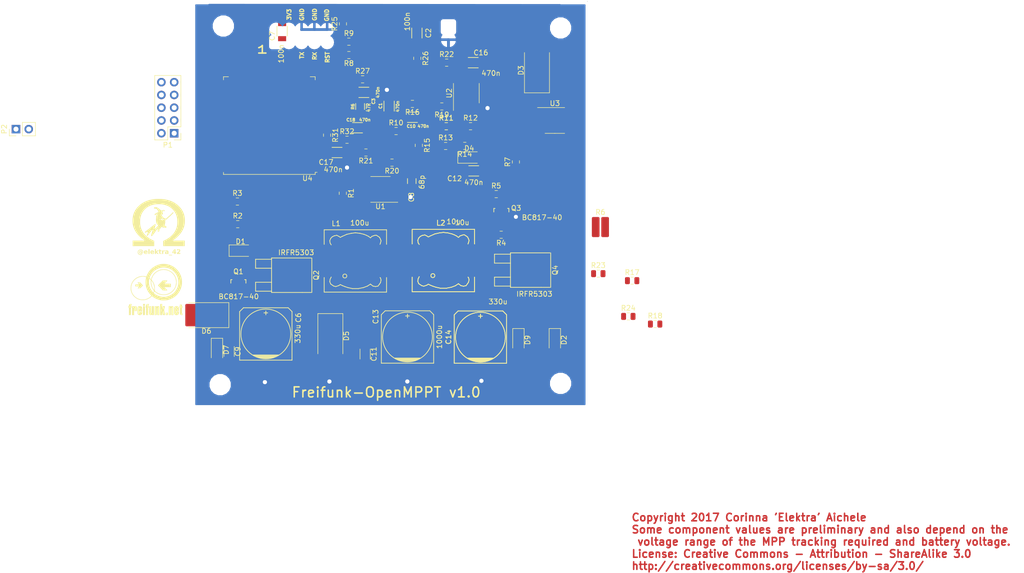
<source format=kicad_pcb>
(kicad_pcb (version 20171130) (host pcbnew 5.1.4-e60b266~84~ubuntu19.04.1)

  (general
    (thickness 1.6)
    (drawings 16)
    (tracks 545)
    (zones 0)
    (modules 74)
    (nets 68)
  )

  (page A4)
  (layers
    (0 F.Cu signal)
    (31 B.Cu power hide)
    (32 B.Adhes user)
    (33 F.Adhes user)
    (34 B.Paste user)
    (35 F.Paste user)
    (36 B.SilkS user)
    (37 F.SilkS user)
    (38 B.Mask user)
    (39 F.Mask user)
    (40 Dwgs.User user)
    (41 Cmts.User user)
    (42 Eco1.User user)
    (43 Eco2.User user)
    (44 Edge.Cuts user)
    (45 Margin user)
    (46 B.CrtYd user)
    (47 F.CrtYd user)
    (48 B.Fab user)
    (49 F.Fab user)
  )

  (setup
    (last_trace_width 0.3)
    (trace_clearance 0.2)
    (zone_clearance 0.508)
    (zone_45_only yes)
    (trace_min 0.2)
    (via_size 1)
    (via_drill 0.8)
    (via_min_size 0.4)
    (via_min_drill 0.3)
    (user_via 1.5 0.8)
    (uvia_size 0.3)
    (uvia_drill 0.1)
    (uvias_allowed no)
    (uvia_min_size 0.2)
    (uvia_min_drill 0.1)
    (edge_width 0.1)
    (segment_width 0.2)
    (pcb_text_width 0.3)
    (pcb_text_size 1.5 1.5)
    (mod_edge_width 0.15)
    (mod_text_size 1 1)
    (mod_text_width 0.15)
    (pad_size 0.59 0.45)
    (pad_drill 0)
    (pad_to_mask_clearance 0)
    (aux_axis_origin 162.052 81.153)
    (visible_elements 7FFFEFFF)
    (pcbplotparams
      (layerselection 0x3ffff_80000001)
      (usegerberextensions false)
      (usegerberattributes false)
      (usegerberadvancedattributes false)
      (creategerberjobfile false)
      (excludeedgelayer false)
      (linewidth 0.020000)
      (plotframeref false)
      (viasonmask false)
      (mode 1)
      (useauxorigin false)
      (hpglpennumber 1)
      (hpglpenspeed 20)
      (hpglpendiameter 15.000000)
      (psnegative false)
      (psa4output false)
      (plotreference true)
      (plotvalue true)
      (plotinvisibletext false)
      (padsonsilk false)
      (subtractmaskfromsilk false)
      (outputformat 1)
      (mirror false)
      (drillshape 0)
      (scaleselection 1)
      (outputdirectory "/home/elektra/MP-Tracker-Production-Files/"))
  )

  (net 0 "")
  (net 1 "Net-(C1-Pad1)")
  (net 2 GNDPWR)
  (net 3 +BATT)
  (net 4 "Net-(C3-Pad1)")
  (net 5 VCC)
  (net 6 +3.3V)
  (net 7 "Net-(C8-Pad1)")
  (net 8 "Net-(C10-Pad1)")
  (net 9 "Net-(C11-Pad1)")
  (net 10 "Net-(C12-Pad1)")
  (net 11 "Net-(D1-Pad1)")
  (net 12 "Net-(D1-Pad2)")
  (net 13 VAA)
  (net 14 "Net-(P1-Pad1)")
  (net 15 "Net-(P1-Pad2)")
  (net 16 "Net-(P1-Pad3)")
  (net 17 "Net-(P1-Pad5)")
  (net 18 "Net-(Q3-Pad1)")
  (net 19 "Net-(Q3-Pad3)")
  (net 20 "Net-(R1-Pad2)")
  (net 21 "Net-(R3-Pad2)")
  (net 22 "Net-(R7-Pad2)")
  (net 23 "Net-(R8-Pad2)")
  (net 24 "Net-(R11-Pad2)")
  (net 25 "Net-(R19-Pad1)")
  (net 26 "Net-(R26-Pad2)")
  (net 27 "Net-(C16-Pad1)")
  (net 28 "Net-(C17-Pad1)")
  (net 29 "Net-(C18-Pad1)")
  (net 30 "Net-(P2-Pad1)")
  (net 31 "Net-(R19-Pad2)")
  (net 32 "Net-(R25-Pad1)")
  (net 33 "Net-(R31-Pad1)")
  (net 34 "Net-(U4-Pad37)")
  (net 35 "Net-(U4-Pad36)")
  (net 36 "Net-(U4-Pad33)")
  (net 37 "Net-(U4-Pad32)")
  (net 38 "Net-(U4-Pad31)")
  (net 39 "Net-(U4-Pad30)")
  (net 40 "Net-(U4-Pad29)")
  (net 41 "Net-(U4-Pad26)")
  (net 42 "Net-(U4-Pad24)")
  (net 43 "Net-(U4-Pad23)")
  (net 44 "Net-(U4-Pad22)")
  (net 45 "Net-(U4-Pad21)")
  (net 46 "Net-(U4-Pad20)")
  (net 47 "Net-(U4-Pad19)")
  (net 48 "Net-(U4-Pad18)")
  (net 49 "Net-(U4-Pad17)")
  (net 50 "Net-(U4-Pad16)")
  (net 51 "Net-(U4-Pad14)")
  (net 52 "Net-(U4-Pad12)")
  (net 53 "Net-(U4-Pad11)")
  (net 54 "Net-(U4-Pad7)")
  (net 55 "Net-(U4-Pad5)")
  (net 56 "Net-(U4-Pad4)")
  (net 57 "Net-(D4-Pad1)")
  (net 58 "Net-(D5-Pad1)")
  (net 59 "Net-(P1-Pad4)")
  (net 60 "Net-(P1-Pad10)")
  (net 61 "Net-(C6-Pad1)")
  (net 62 "Net-(U2-Pad1)")
  (net 63 "Net-(U2-Pad5)")
  (net 64 "Net-(U2-Pad8)")
  (net 65 "Net-(R18-Pad2)")
  (net 66 "Net-(R23-Pad1)")
  (net 67 "Net-(D3-Pad1)")

  (net_class Default "This is the default net class."
    (clearance 0.2)
    (trace_width 0.3)
    (via_dia 1)
    (via_drill 0.8)
    (uvia_dia 0.3)
    (uvia_drill 0.1)
    (add_net +3.3V)
    (add_net "Net-(C6-Pad1)")
    (add_net "Net-(D3-Pad1)")
    (add_net "Net-(D4-Pad1)")
    (add_net "Net-(D5-Pad1)")
    (add_net "Net-(P1-Pad10)")
    (add_net "Net-(P1-Pad3)")
    (add_net "Net-(P1-Pad4)")
    (add_net "Net-(R18-Pad2)")
    (add_net "Net-(R23-Pad1)")
    (add_net "Net-(U2-Pad1)")
    (add_net "Net-(U2-Pad5)")
    (add_net "Net-(U2-Pad8)")
    (add_net "Net-(U4-Pad11)")
    (add_net "Net-(U4-Pad12)")
    (add_net "Net-(U4-Pad14)")
    (add_net "Net-(U4-Pad16)")
    (add_net "Net-(U4-Pad17)")
    (add_net "Net-(U4-Pad18)")
    (add_net "Net-(U4-Pad19)")
    (add_net "Net-(U4-Pad20)")
    (add_net "Net-(U4-Pad21)")
    (add_net "Net-(U4-Pad22)")
    (add_net "Net-(U4-Pad23)")
    (add_net "Net-(U4-Pad24)")
    (add_net "Net-(U4-Pad26)")
    (add_net "Net-(U4-Pad29)")
    (add_net "Net-(U4-Pad30)")
    (add_net "Net-(U4-Pad31)")
    (add_net "Net-(U4-Pad32)")
    (add_net "Net-(U4-Pad33)")
    (add_net "Net-(U4-Pad36)")
    (add_net "Net-(U4-Pad37)")
    (add_net "Net-(U4-Pad4)")
    (add_net "Net-(U4-Pad5)")
    (add_net "Net-(U4-Pad7)")
    (add_net VAA)
  )

  (net_class Medium ""
    (clearance 0.2)
    (trace_width 0.5)
    (via_dia 1)
    (via_drill 0.8)
    (uvia_dia 0.3)
    (uvia_drill 0.1)
    (add_net +BATT)
    (add_net GNDPWR)
    (add_net "Net-(C1-Pad1)")
    (add_net "Net-(C10-Pad1)")
    (add_net "Net-(C11-Pad1)")
    (add_net "Net-(C12-Pad1)")
    (add_net "Net-(C16-Pad1)")
    (add_net "Net-(C17-Pad1)")
    (add_net "Net-(C18-Pad1)")
    (add_net "Net-(C3-Pad1)")
    (add_net "Net-(C8-Pad1)")
    (add_net "Net-(D1-Pad1)")
    (add_net "Net-(D1-Pad2)")
    (add_net "Net-(P1-Pad1)")
    (add_net "Net-(P1-Pad2)")
    (add_net "Net-(P1-Pad5)")
    (add_net "Net-(P2-Pad1)")
    (add_net "Net-(Q3-Pad1)")
    (add_net "Net-(Q3-Pad3)")
    (add_net "Net-(R1-Pad2)")
    (add_net "Net-(R11-Pad2)")
    (add_net "Net-(R19-Pad1)")
    (add_net "Net-(R19-Pad2)")
    (add_net "Net-(R25-Pad1)")
    (add_net "Net-(R26-Pad2)")
    (add_net "Net-(R3-Pad2)")
    (add_net "Net-(R31-Pad1)")
    (add_net "Net-(R7-Pad2)")
    (add_net "Net-(R8-Pad2)")
    (add_net VCC)
  )

  (net_class Power ""
    (clearance 0.2)
    (trace_width 1)
    (via_dia 1)
    (via_drill 0.8)
    (uvia_dia 0.8)
    (uvia_drill 0.6)
  )

  (net_class Small ""
    (clearance 0.2)
    (trace_width 0.2)
    (via_dia 1)
    (via_drill 0.8)
    (uvia_dia 0.3)
    (uvia_drill 0.1)
  )

  (module Resistor_SMD:R_0815_2038Metric_Pad1.53x4.00mm_HandSolder (layer F.Cu) (tedit 5B301BBD) (tstamp 5DC41B19)
    (at 175.553 110.109)
    (descr "Resistor SMD 0815 (2038 Metric), square (rectangular) end terminal, IPC_7351 nominal with elongated pad for handsoldering. (Body size source: http://www.yageo.com/documents/recent/PYu-PRPFPH_521_RoHS_L_0.pdf), generated with kicad-footprint-generator")
    (tags "resistor handsolder")
    (path /5E1FCC1C)
    (attr smd)
    (fp_text reference R6 (at 0 -2.95) (layer F.SilkS)
      (effects (font (size 1 1) (thickness 0.15)))
    )
    (fp_text value 2k2 (at 0 2.95) (layer F.Fab)
      (effects (font (size 1 1) (thickness 0.15)))
    )
    (fp_text user %R (at 0 0) (layer F.Fab)
      (effects (font (size 0.54 0.54) (thickness 0.08)))
    )
    (fp_line (start 1.95 2.25) (end -1.95 2.25) (layer F.CrtYd) (width 0.05))
    (fp_line (start 1.95 -2.25) (end 1.95 2.25) (layer F.CrtYd) (width 0.05))
    (fp_line (start -1.95 -2.25) (end 1.95 -2.25) (layer F.CrtYd) (width 0.05))
    (fp_line (start -1.95 2.25) (end -1.95 -2.25) (layer F.CrtYd) (width 0.05))
    (fp_line (start 1.075 1.875) (end -1.075 1.875) (layer F.Fab) (width 0.1))
    (fp_line (start 1.075 -1.875) (end 1.075 1.875) (layer F.Fab) (width 0.1))
    (fp_line (start -1.075 -1.875) (end 1.075 -1.875) (layer F.Fab) (width 0.1))
    (fp_line (start -1.075 1.875) (end -1.075 -1.875) (layer F.Fab) (width 0.1))
    (pad 2 smd roundrect (at 0.9375 0) (size 1.525 4) (layers F.Cu F.Paste F.Mask) (roundrect_rratio 0.163934)
      (net 2 GNDPWR))
    (pad 1 smd roundrect (at -0.9375 0) (size 1.525 4) (layers F.Cu F.Paste F.Mask) (roundrect_rratio 0.163934)
      (net 66 "Net-(R23-Pad1)"))
    (model ${KISYS3DMOD}/Resistor_SMD.3dshapes/R_0815_2038Metric.wrl
      (at (xyz 0 0 0))
      (scale (xyz 1 1 1))
      (rotate (xyz 0 0 0))
    )
  )

  (module Resistor_SMD:R_0805_2012Metric (layer F.Cu) (tedit 5B36C52B) (tstamp 58F25B2D)
    (at 125.1712 92.7354)
    (descr "Resistor SMD 0805 (2012 Metric), square (rectangular) end terminal, IPC_7351 nominal, (Body size source: https://docs.google.com/spreadsheets/d/1BsfQQcO9C6DZCsRaXUlFlo91Tg2WpOkGARC1WS5S8t0/edit?usp=sharing), generated with kicad-footprint-generator")
    (tags resistor)
    (path /58E24956)
    (attr smd)
    (fp_text reference R32 (at 0 -1.65) (layer F.SilkS)
      (effects (font (size 1 1) (thickness 0.15)))
    )
    (fp_text value 1K (at 0 1.65) (layer F.Fab)
      (effects (font (size 1 1) (thickness 0.15)))
    )
    (fp_text user %R (at 0 0) (layer F.Fab)
      (effects (font (size 0.5 0.5) (thickness 0.08)))
    )
    (fp_line (start 1.68 0.95) (end -1.68 0.95) (layer F.CrtYd) (width 0.05))
    (fp_line (start 1.68 -0.95) (end 1.68 0.95) (layer F.CrtYd) (width 0.05))
    (fp_line (start -1.68 -0.95) (end 1.68 -0.95) (layer F.CrtYd) (width 0.05))
    (fp_line (start -1.68 0.95) (end -1.68 -0.95) (layer F.CrtYd) (width 0.05))
    (fp_line (start -0.258578 0.71) (end 0.258578 0.71) (layer F.SilkS) (width 0.12))
    (fp_line (start -0.258578 -0.71) (end 0.258578 -0.71) (layer F.SilkS) (width 0.12))
    (fp_line (start 1 0.6) (end -1 0.6) (layer F.Fab) (width 0.1))
    (fp_line (start 1 -0.6) (end 1 0.6) (layer F.Fab) (width 0.1))
    (fp_line (start -1 -0.6) (end 1 -0.6) (layer F.Fab) (width 0.1))
    (fp_line (start -1 0.6) (end -1 -0.6) (layer F.Fab) (width 0.1))
    (pad 2 smd roundrect (at 0.9375 0) (size 0.975 1.4) (layers F.Cu F.Paste F.Mask) (roundrect_rratio 0.25)
      (net 29 "Net-(C18-Pad1)"))
    (pad 1 smd roundrect (at -0.9375 0) (size 0.975 1.4) (layers F.Cu F.Paste F.Mask) (roundrect_rratio 0.25)
      (net 28 "Net-(C17-Pad1)"))
    (model ${KISYS3DMOD}/Resistor_SMD.3dshapes/R_0805_2012Metric.wrl
      (at (xyz 0 0 0))
      (scale (xyz 1 1 1))
      (rotate (xyz 0 0 0))
    )
  )

  (module Resistor_SMD:R_0805_2012Metric (layer F.Cu) (tedit 5B36C52B) (tstamp 58F25B27)
    (at 121.2088 91.821 270)
    (descr "Resistor SMD 0805 (2012 Metric), square (rectangular) end terminal, IPC_7351 nominal, (Body size source: https://docs.google.com/spreadsheets/d/1BsfQQcO9C6DZCsRaXUlFlo91Tg2WpOkGARC1WS5S8t0/edit?usp=sharing), generated with kicad-footprint-generator")
    (tags resistor)
    (path /58E245E0)
    (attr smd)
    (fp_text reference R31 (at 0 -1.65 90) (layer F.SilkS)
      (effects (font (size 1 1) (thickness 0.15)))
    )
    (fp_text value 1K (at 0 1.65 90) (layer F.Fab)
      (effects (font (size 1 1) (thickness 0.15)))
    )
    (fp_text user %R (at 0 0 90) (layer F.Fab)
      (effects (font (size 0.5 0.5) (thickness 0.08)))
    )
    (fp_line (start 1.68 0.95) (end -1.68 0.95) (layer F.CrtYd) (width 0.05))
    (fp_line (start 1.68 -0.95) (end 1.68 0.95) (layer F.CrtYd) (width 0.05))
    (fp_line (start -1.68 -0.95) (end 1.68 -0.95) (layer F.CrtYd) (width 0.05))
    (fp_line (start -1.68 0.95) (end -1.68 -0.95) (layer F.CrtYd) (width 0.05))
    (fp_line (start -0.258578 0.71) (end 0.258578 0.71) (layer F.SilkS) (width 0.12))
    (fp_line (start -0.258578 -0.71) (end 0.258578 -0.71) (layer F.SilkS) (width 0.12))
    (fp_line (start 1 0.6) (end -1 0.6) (layer F.Fab) (width 0.1))
    (fp_line (start 1 -0.6) (end 1 0.6) (layer F.Fab) (width 0.1))
    (fp_line (start -1 -0.6) (end 1 -0.6) (layer F.Fab) (width 0.1))
    (fp_line (start -1 0.6) (end -1 -0.6) (layer F.Fab) (width 0.1))
    (pad 2 smd roundrect (at 0.9375 0 270) (size 0.975 1.4) (layers F.Cu F.Paste F.Mask) (roundrect_rratio 0.25)
      (net 28 "Net-(C17-Pad1)"))
    (pad 1 smd roundrect (at -0.9375 0 270) (size 0.975 1.4) (layers F.Cu F.Paste F.Mask) (roundrect_rratio 0.25)
      (net 33 "Net-(R31-Pad1)"))
    (model ${KISYS3DMOD}/Resistor_SMD.3dshapes/R_0805_2012Metric.wrl
      (at (xyz 0 0 0))
      (scale (xyz 1 1 1))
      (rotate (xyz 0 0 0))
    )
  )

  (module Resistor_SMD:R_0805_2012Metric (layer F.Cu) (tedit 5B36C52B) (tstamp 57D00FF0)
    (at 128.2725 80.7085)
    (descr "Resistor SMD 0805 (2012 Metric), square (rectangular) end terminal, IPC_7351 nominal, (Body size source: https://docs.google.com/spreadsheets/d/1BsfQQcO9C6DZCsRaXUlFlo91Tg2WpOkGARC1WS5S8t0/edit?usp=sharing), generated with kicad-footprint-generator")
    (tags resistor)
    (path /57C5516E)
    (attr smd)
    (fp_text reference R27 (at 0 -1.65) (layer F.SilkS)
      (effects (font (size 1 1) (thickness 0.15)))
    )
    (fp_text value 3k3 (at 0 1.65) (layer F.Fab)
      (effects (font (size 1 1) (thickness 0.15)))
    )
    (fp_text user %R (at 0 0) (layer F.Fab)
      (effects (font (size 0.5 0.5) (thickness 0.08)))
    )
    (fp_line (start 1.68 0.95) (end -1.68 0.95) (layer F.CrtYd) (width 0.05))
    (fp_line (start 1.68 -0.95) (end 1.68 0.95) (layer F.CrtYd) (width 0.05))
    (fp_line (start -1.68 -0.95) (end 1.68 -0.95) (layer F.CrtYd) (width 0.05))
    (fp_line (start -1.68 0.95) (end -1.68 -0.95) (layer F.CrtYd) (width 0.05))
    (fp_line (start -0.258578 0.71) (end 0.258578 0.71) (layer F.SilkS) (width 0.12))
    (fp_line (start -0.258578 -0.71) (end 0.258578 -0.71) (layer F.SilkS) (width 0.12))
    (fp_line (start 1 0.6) (end -1 0.6) (layer F.Fab) (width 0.1))
    (fp_line (start 1 -0.6) (end 1 0.6) (layer F.Fab) (width 0.1))
    (fp_line (start -1 -0.6) (end 1 -0.6) (layer F.Fab) (width 0.1))
    (fp_line (start -1 0.6) (end -1 -0.6) (layer F.Fab) (width 0.1))
    (pad 2 smd roundrect (at 0.9375 0) (size 0.975 1.4) (layers F.Cu F.Paste F.Mask) (roundrect_rratio 0.25)
      (net 2 GNDPWR))
    (pad 1 smd roundrect (at -0.9375 0) (size 0.975 1.4) (layers F.Cu F.Paste F.Mask) (roundrect_rratio 0.25)
      (net 26 "Net-(R26-Pad2)"))
    (model ${KISYS3DMOD}/Resistor_SMD.3dshapes/R_0805_2012Metric.wrl
      (at (xyz 0 0 0))
      (scale (xyz 1 1 1))
      (rotate (xyz 0 0 0))
    )
  )

  (module Resistor_SMD:R_0805_2012Metric (layer F.Cu) (tedit 5B36C52B) (tstamp 57D00FEA)
    (at 139.1412 76.5302 270)
    (descr "Resistor SMD 0805 (2012 Metric), square (rectangular) end terminal, IPC_7351 nominal, (Body size source: https://docs.google.com/spreadsheets/d/1BsfQQcO9C6DZCsRaXUlFlo91Tg2WpOkGARC1WS5S8t0/edit?usp=sharing), generated with kicad-footprint-generator")
    (tags resistor)
    (path /57C55166)
    (attr smd)
    (fp_text reference R26 (at 0 -1.65 90) (layer F.SilkS)
      (effects (font (size 1 1) (thickness 0.15)))
    )
    (fp_text value 15k (at 0 1.65 90) (layer F.Fab)
      (effects (font (size 1 1) (thickness 0.15)))
    )
    (fp_text user %R (at 0 0 90) (layer F.Fab)
      (effects (font (size 0.5 0.5) (thickness 0.08)))
    )
    (fp_line (start 1.68 0.95) (end -1.68 0.95) (layer F.CrtYd) (width 0.05))
    (fp_line (start 1.68 -0.95) (end 1.68 0.95) (layer F.CrtYd) (width 0.05))
    (fp_line (start -1.68 -0.95) (end 1.68 -0.95) (layer F.CrtYd) (width 0.05))
    (fp_line (start -1.68 0.95) (end -1.68 -0.95) (layer F.CrtYd) (width 0.05))
    (fp_line (start -0.258578 0.71) (end 0.258578 0.71) (layer F.SilkS) (width 0.12))
    (fp_line (start -0.258578 -0.71) (end 0.258578 -0.71) (layer F.SilkS) (width 0.12))
    (fp_line (start 1 0.6) (end -1 0.6) (layer F.Fab) (width 0.1))
    (fp_line (start 1 -0.6) (end 1 0.6) (layer F.Fab) (width 0.1))
    (fp_line (start -1 -0.6) (end 1 -0.6) (layer F.Fab) (width 0.1))
    (fp_line (start -1 0.6) (end -1 -0.6) (layer F.Fab) (width 0.1))
    (pad 2 smd roundrect (at 0.9375 0 270) (size 0.975 1.4) (layers F.Cu F.Paste F.Mask) (roundrect_rratio 0.25)
      (net 26 "Net-(R26-Pad2)"))
    (pad 1 smd roundrect (at -0.9375 0 270) (size 0.975 1.4) (layers F.Cu F.Paste F.Mask) (roundrect_rratio 0.25)
      (net 3 +BATT))
    (model ${KISYS3DMOD}/Resistor_SMD.3dshapes/R_0805_2012Metric.wrl
      (at (xyz 0 0 0))
      (scale (xyz 1 1 1))
      (rotate (xyz 0 0 0))
    )
  )

  (module Resistor_SMD:R_0805_2012Metric (layer F.Cu) (tedit 5B36C52B) (tstamp 57D00FE4)
    (at 124.3584 69.6722 90)
    (descr "Resistor SMD 0805 (2012 Metric), square (rectangular) end terminal, IPC_7351 nominal, (Body size source: https://docs.google.com/spreadsheets/d/1BsfQQcO9C6DZCsRaXUlFlo91Tg2WpOkGARC1WS5S8t0/edit?usp=sharing), generated with kicad-footprint-generator")
    (tags resistor)
    (path /589F3BBB)
    (attr smd)
    (fp_text reference R25 (at 0 -1.65 90) (layer F.SilkS)
      (effects (font (size 1 1) (thickness 0.15)))
    )
    (fp_text value 1K (at 0 1.65 90) (layer F.Fab)
      (effects (font (size 1 1) (thickness 0.15)))
    )
    (fp_text user %R (at 0 0 90) (layer F.Fab)
      (effects (font (size 0.5 0.5) (thickness 0.08)))
    )
    (fp_line (start 1.68 0.95) (end -1.68 0.95) (layer F.CrtYd) (width 0.05))
    (fp_line (start 1.68 -0.95) (end 1.68 0.95) (layer F.CrtYd) (width 0.05))
    (fp_line (start -1.68 -0.95) (end 1.68 -0.95) (layer F.CrtYd) (width 0.05))
    (fp_line (start -1.68 0.95) (end -1.68 -0.95) (layer F.CrtYd) (width 0.05))
    (fp_line (start -0.258578 0.71) (end 0.258578 0.71) (layer F.SilkS) (width 0.12))
    (fp_line (start -0.258578 -0.71) (end 0.258578 -0.71) (layer F.SilkS) (width 0.12))
    (fp_line (start 1 0.6) (end -1 0.6) (layer F.Fab) (width 0.1))
    (fp_line (start 1 -0.6) (end 1 0.6) (layer F.Fab) (width 0.1))
    (fp_line (start -1 -0.6) (end 1 -0.6) (layer F.Fab) (width 0.1))
    (fp_line (start -1 0.6) (end -1 -0.6) (layer F.Fab) (width 0.1))
    (pad 2 smd roundrect (at 0.9375 0 90) (size 0.975 1.4) (layers F.Cu F.Paste F.Mask) (roundrect_rratio 0.25)
      (net 30 "Net-(P2-Pad1)"))
    (pad 1 smd roundrect (at -0.9375 0 90) (size 0.975 1.4) (layers F.Cu F.Paste F.Mask) (roundrect_rratio 0.25)
      (net 32 "Net-(R25-Pad1)"))
    (model ${KISYS3DMOD}/Resistor_SMD.3dshapes/R_0805_2012Metric.wrl
      (at (xyz 0 0 0))
      (scale (xyz 1 1 1))
      (rotate (xyz 0 0 0))
    )
  )

  (module Resistor_SMD:R_0805_2012Metric (layer F.Cu) (tedit 5B36C52B) (tstamp 5DC41C4D)
    (at 181.102 127.889)
    (descr "Resistor SMD 0805 (2012 Metric), square (rectangular) end terminal, IPC_7351 nominal, (Body size source: https://docs.google.com/spreadsheets/d/1BsfQQcO9C6DZCsRaXUlFlo91Tg2WpOkGARC1WS5S8t0/edit?usp=sharing), generated with kicad-footprint-generator")
    (tags resistor)
    (path /5DDE8784)
    (attr smd)
    (fp_text reference R24 (at 0 -1.65) (layer F.SilkS)
      (effects (font (size 1 1) (thickness 0.15)))
    )
    (fp_text value 12k (at 0 1.65) (layer F.Fab)
      (effects (font (size 1 1) (thickness 0.15)))
    )
    (fp_text user %R (at 0 0) (layer F.Fab)
      (effects (font (size 0.5 0.5) (thickness 0.08)))
    )
    (fp_line (start 1.68 0.95) (end -1.68 0.95) (layer F.CrtYd) (width 0.05))
    (fp_line (start 1.68 -0.95) (end 1.68 0.95) (layer F.CrtYd) (width 0.05))
    (fp_line (start -1.68 -0.95) (end 1.68 -0.95) (layer F.CrtYd) (width 0.05))
    (fp_line (start -1.68 0.95) (end -1.68 -0.95) (layer F.CrtYd) (width 0.05))
    (fp_line (start -0.258578 0.71) (end 0.258578 0.71) (layer F.SilkS) (width 0.12))
    (fp_line (start -0.258578 -0.71) (end 0.258578 -0.71) (layer F.SilkS) (width 0.12))
    (fp_line (start 1 0.6) (end -1 0.6) (layer F.Fab) (width 0.1))
    (fp_line (start 1 -0.6) (end 1 0.6) (layer F.Fab) (width 0.1))
    (fp_line (start -1 -0.6) (end 1 -0.6) (layer F.Fab) (width 0.1))
    (fp_line (start -1 0.6) (end -1 -0.6) (layer F.Fab) (width 0.1))
    (pad 2 smd roundrect (at 0.9375 0) (size 0.975 1.4) (layers F.Cu F.Paste F.Mask) (roundrect_rratio 0.25)
      (net 4 "Net-(C3-Pad1)"))
    (pad 1 smd roundrect (at -0.9375 0) (size 0.975 1.4) (layers F.Cu F.Paste F.Mask) (roundrect_rratio 0.25)
      (net 60 "Net-(P1-Pad10)"))
    (model ${KISYS3DMOD}/Resistor_SMD.3dshapes/R_0805_2012Metric.wrl
      (at (xyz 0 0 0))
      (scale (xyz 1 1 1))
      (rotate (xyz 0 0 0))
    )
  )

  (module Resistor_SMD:R_0805_2012Metric (layer F.Cu) (tedit 5B36C52B) (tstamp 5DC41C3C)
    (at 175.133 119.38)
    (descr "Resistor SMD 0805 (2012 Metric), square (rectangular) end terminal, IPC_7351 nominal, (Body size source: https://docs.google.com/spreadsheets/d/1BsfQQcO9C6DZCsRaXUlFlo91Tg2WpOkGARC1WS5S8t0/edit?usp=sharing), generated with kicad-footprint-generator")
    (tags resistor)
    (path /5E63D2C5)
    (attr smd)
    (fp_text reference R23 (at 0 -1.65) (layer F.SilkS)
      (effects (font (size 1 1) (thickness 0.15)))
    )
    (fp_text value 4k4 (at 0 1.65) (layer F.Fab)
      (effects (font (size 1 1) (thickness 0.15)))
    )
    (fp_text user %R (at 0 0) (layer F.Fab)
      (effects (font (size 0.5 0.5) (thickness 0.08)))
    )
    (fp_line (start 1.68 0.95) (end -1.68 0.95) (layer F.CrtYd) (width 0.05))
    (fp_line (start 1.68 -0.95) (end 1.68 0.95) (layer F.CrtYd) (width 0.05))
    (fp_line (start -1.68 -0.95) (end 1.68 -0.95) (layer F.CrtYd) (width 0.05))
    (fp_line (start -1.68 0.95) (end -1.68 -0.95) (layer F.CrtYd) (width 0.05))
    (fp_line (start -0.258578 0.71) (end 0.258578 0.71) (layer F.SilkS) (width 0.12))
    (fp_line (start -0.258578 -0.71) (end 0.258578 -0.71) (layer F.SilkS) (width 0.12))
    (fp_line (start 1 0.6) (end -1 0.6) (layer F.Fab) (width 0.1))
    (fp_line (start 1 -0.6) (end 1 0.6) (layer F.Fab) (width 0.1))
    (fp_line (start -1 -0.6) (end 1 -0.6) (layer F.Fab) (width 0.1))
    (fp_line (start -1 0.6) (end -1 -0.6) (layer F.Fab) (width 0.1))
    (pad 2 smd roundrect (at 0.9375 0) (size 0.975 1.4) (layers F.Cu F.Paste F.Mask) (roundrect_rratio 0.25)
      (net 4 "Net-(C3-Pad1)"))
    (pad 1 smd roundrect (at -0.9375 0) (size 0.975 1.4) (layers F.Cu F.Paste F.Mask) (roundrect_rratio 0.25)
      (net 66 "Net-(R23-Pad1)"))
    (model ${KISYS3DMOD}/Resistor_SMD.3dshapes/R_0805_2012Metric.wrl
      (at (xyz 0 0 0))
      (scale (xyz 1 1 1))
      (rotate (xyz 0 0 0))
    )
  )

  (module Resistor_SMD:R_0805_2012Metric (layer F.Cu) (tedit 5B36C52B) (tstamp 5906D5C7)
    (at 144.9832 77.3938)
    (descr "Resistor SMD 0805 (2012 Metric), square (rectangular) end terminal, IPC_7351 nominal, (Body size source: https://docs.google.com/spreadsheets/d/1BsfQQcO9C6DZCsRaXUlFlo91Tg2WpOkGARC1WS5S8t0/edit?usp=sharing), generated with kicad-footprint-generator")
    (tags resistor)
    (path /589E487C)
    (attr smd)
    (fp_text reference R22 (at 0 -1.65) (layer F.SilkS)
      (effects (font (size 1 1) (thickness 0.15)))
    )
    (fp_text value 69R (at 0 1.65) (layer F.Fab)
      (effects (font (size 1 1) (thickness 0.15)))
    )
    (fp_text user %R (at 0 0) (layer F.Fab)
      (effects (font (size 0.5 0.5) (thickness 0.08)))
    )
    (fp_line (start 1.68 0.95) (end -1.68 0.95) (layer F.CrtYd) (width 0.05))
    (fp_line (start 1.68 -0.95) (end 1.68 0.95) (layer F.CrtYd) (width 0.05))
    (fp_line (start -1.68 -0.95) (end 1.68 -0.95) (layer F.CrtYd) (width 0.05))
    (fp_line (start -1.68 0.95) (end -1.68 -0.95) (layer F.CrtYd) (width 0.05))
    (fp_line (start -0.258578 0.71) (end 0.258578 0.71) (layer F.SilkS) (width 0.12))
    (fp_line (start -0.258578 -0.71) (end 0.258578 -0.71) (layer F.SilkS) (width 0.12))
    (fp_line (start 1 0.6) (end -1 0.6) (layer F.Fab) (width 0.1))
    (fp_line (start 1 -0.6) (end 1 0.6) (layer F.Fab) (width 0.1))
    (fp_line (start -1 -0.6) (end 1 -0.6) (layer F.Fab) (width 0.1))
    (fp_line (start -1 0.6) (end -1 -0.6) (layer F.Fab) (width 0.1))
    (pad 2 smd roundrect (at 0.9375 0) (size 0.975 1.4) (layers F.Cu F.Paste F.Mask) (roundrect_rratio 0.25)
      (net 27 "Net-(C16-Pad1)"))
    (pad 1 smd roundrect (at -0.9375 0) (size 0.975 1.4) (layers F.Cu F.Paste F.Mask) (roundrect_rratio 0.25)
      (net 61 "Net-(C6-Pad1)"))
    (model ${KISYS3DMOD}/Resistor_SMD.3dshapes/R_0805_2012Metric.wrl
      (at (xyz 0 0 0))
      (scale (xyz 1 1 1))
      (rotate (xyz 0 0 0))
    )
  )

  (module Resistor_SMD:R_0805_2012Metric (layer F.Cu) (tedit 5B36C52B) (tstamp 5906D5BC)
    (at 128.9304 95.2754 180)
    (descr "Resistor SMD 0805 (2012 Metric), square (rectangular) end terminal, IPC_7351 nominal, (Body size source: https://docs.google.com/spreadsheets/d/1BsfQQcO9C6DZCsRaXUlFlo91Tg2WpOkGARC1WS5S8t0/edit?usp=sharing), generated with kicad-footprint-generator")
    (tags resistor)
    (path /57BDD37E)
    (attr smd)
    (fp_text reference R21 (at 0 -1.65) (layer F.SilkS)
      (effects (font (size 1 1) (thickness 0.15)))
    )
    (fp_text value 2k2 (at 0 1.65) (layer F.Fab)
      (effects (font (size 1 1) (thickness 0.15)))
    )
    (fp_text user %R (at 0 0) (layer F.Fab)
      (effects (font (size 0.5 0.5) (thickness 0.08)))
    )
    (fp_line (start 1.68 0.95) (end -1.68 0.95) (layer F.CrtYd) (width 0.05))
    (fp_line (start 1.68 -0.95) (end 1.68 0.95) (layer F.CrtYd) (width 0.05))
    (fp_line (start -1.68 -0.95) (end 1.68 -0.95) (layer F.CrtYd) (width 0.05))
    (fp_line (start -1.68 0.95) (end -1.68 -0.95) (layer F.CrtYd) (width 0.05))
    (fp_line (start -0.258578 0.71) (end 0.258578 0.71) (layer F.SilkS) (width 0.12))
    (fp_line (start -0.258578 -0.71) (end 0.258578 -0.71) (layer F.SilkS) (width 0.12))
    (fp_line (start 1 0.6) (end -1 0.6) (layer F.Fab) (width 0.1))
    (fp_line (start 1 -0.6) (end 1 0.6) (layer F.Fab) (width 0.1))
    (fp_line (start -1 -0.6) (end 1 -0.6) (layer F.Fab) (width 0.1))
    (fp_line (start -1 0.6) (end -1 -0.6) (layer F.Fab) (width 0.1))
    (pad 2 smd roundrect (at 0.9375 0 180) (size 0.975 1.4) (layers F.Cu F.Paste F.Mask) (roundrect_rratio 0.25)
      (net 2 GNDPWR))
    (pad 1 smd roundrect (at -0.9375 0 180) (size 0.975 1.4) (layers F.Cu F.Paste F.Mask) (roundrect_rratio 0.25)
      (net 31 "Net-(R19-Pad2)"))
    (model ${KISYS3DMOD}/Resistor_SMD.3dshapes/R_0805_2012Metric.wrl
      (at (xyz 0 0 0))
      (scale (xyz 1 1 1))
      (rotate (xyz 0 0 0))
    )
  )

  (module Resistor_SMD:R_0805_2012Metric (layer F.Cu) (tedit 5B36C52B) (tstamp 57D00FC6)
    (at 134.112 97.282 180)
    (descr "Resistor SMD 0805 (2012 Metric), square (rectangular) end terminal, IPC_7351 nominal, (Body size source: https://docs.google.com/spreadsheets/d/1BsfQQcO9C6DZCsRaXUlFlo91Tg2WpOkGARC1WS5S8t0/edit?usp=sharing), generated with kicad-footprint-generator")
    (tags resistor)
    (path /57BDD36F)
    (attr smd)
    (fp_text reference R20 (at 0 -1.65) (layer F.SilkS)
      (effects (font (size 1 1) (thickness 0.15)))
    )
    (fp_text value 27k (at 0 1.65) (layer F.Fab)
      (effects (font (size 1 1) (thickness 0.15)))
    )
    (fp_text user %R (at 0 0) (layer F.Fab)
      (effects (font (size 0.5 0.5) (thickness 0.08)))
    )
    (fp_line (start 1.68 0.95) (end -1.68 0.95) (layer F.CrtYd) (width 0.05))
    (fp_line (start 1.68 -0.95) (end 1.68 0.95) (layer F.CrtYd) (width 0.05))
    (fp_line (start -1.68 -0.95) (end 1.68 -0.95) (layer F.CrtYd) (width 0.05))
    (fp_line (start -1.68 0.95) (end -1.68 -0.95) (layer F.CrtYd) (width 0.05))
    (fp_line (start -0.258578 0.71) (end 0.258578 0.71) (layer F.SilkS) (width 0.12))
    (fp_line (start -0.258578 -0.71) (end 0.258578 -0.71) (layer F.SilkS) (width 0.12))
    (fp_line (start 1 0.6) (end -1 0.6) (layer F.Fab) (width 0.1))
    (fp_line (start 1 -0.6) (end 1 0.6) (layer F.Fab) (width 0.1))
    (fp_line (start -1 -0.6) (end 1 -0.6) (layer F.Fab) (width 0.1))
    (fp_line (start -1 0.6) (end -1 -0.6) (layer F.Fab) (width 0.1))
    (pad 2 smd roundrect (at 0.9375 0 180) (size 0.975 1.4) (layers F.Cu F.Paste F.Mask) (roundrect_rratio 0.25)
      (net 31 "Net-(R19-Pad2)"))
    (pad 1 smd roundrect (at -0.9375 0 180) (size 0.975 1.4) (layers F.Cu F.Paste F.Mask) (roundrect_rratio 0.25)
      (net 9 "Net-(C11-Pad1)"))
    (model ${KISYS3DMOD}/Resistor_SMD.3dshapes/R_0805_2012Metric.wrl
      (at (xyz 0 0 0))
      (scale (xyz 1 1 1))
      (rotate (xyz 0 0 0))
    )
  )

  (module Resistor_SMD:R_0805_2012Metric (layer F.Cu) (tedit 5B36C52B) (tstamp 57D00FC0)
    (at 144.018 86.106 180)
    (descr "Resistor SMD 0805 (2012 Metric), square (rectangular) end terminal, IPC_7351 nominal, (Body size source: https://docs.google.com/spreadsheets/d/1BsfQQcO9C6DZCsRaXUlFlo91Tg2WpOkGARC1WS5S8t0/edit?usp=sharing), generated with kicad-footprint-generator")
    (tags resistor)
    (path /57BDDC01)
    (attr smd)
    (fp_text reference R19 (at 0 -1.65) (layer F.SilkS)
      (effects (font (size 1 1) (thickness 0.15)))
    )
    (fp_text value 10k (at 0 1.65) (layer F.Fab)
      (effects (font (size 1 1) (thickness 0.15)))
    )
    (fp_text user %R (at 0 0) (layer F.Fab)
      (effects (font (size 0.5 0.5) (thickness 0.08)))
    )
    (fp_line (start 1.68 0.95) (end -1.68 0.95) (layer F.CrtYd) (width 0.05))
    (fp_line (start 1.68 -0.95) (end 1.68 0.95) (layer F.CrtYd) (width 0.05))
    (fp_line (start -1.68 -0.95) (end 1.68 -0.95) (layer F.CrtYd) (width 0.05))
    (fp_line (start -1.68 0.95) (end -1.68 -0.95) (layer F.CrtYd) (width 0.05))
    (fp_line (start -0.258578 0.71) (end 0.258578 0.71) (layer F.SilkS) (width 0.12))
    (fp_line (start -0.258578 -0.71) (end 0.258578 -0.71) (layer F.SilkS) (width 0.12))
    (fp_line (start 1 0.6) (end -1 0.6) (layer F.Fab) (width 0.1))
    (fp_line (start 1 -0.6) (end 1 0.6) (layer F.Fab) (width 0.1))
    (fp_line (start -1 -0.6) (end 1 -0.6) (layer F.Fab) (width 0.1))
    (fp_line (start -1 0.6) (end -1 -0.6) (layer F.Fab) (width 0.1))
    (pad 2 smd roundrect (at 0.9375 0 180) (size 0.975 1.4) (layers F.Cu F.Paste F.Mask) (roundrect_rratio 0.25)
      (net 31 "Net-(R19-Pad2)"))
    (pad 1 smd roundrect (at -0.9375 0 180) (size 0.975 1.4) (layers F.Cu F.Paste F.Mask) (roundrect_rratio 0.25)
      (net 25 "Net-(R19-Pad1)"))
    (model ${KISYS3DMOD}/Resistor_SMD.3dshapes/R_0805_2012Metric.wrl
      (at (xyz 0 0 0))
      (scale (xyz 1 1 1))
      (rotate (xyz 0 0 0))
    )
  )

  (module Resistor_SMD:R_0805_2012Metric (layer F.Cu) (tedit 5B36C52B) (tstamp 5DC41BEB)
    (at 186.436 129.413)
    (descr "Resistor SMD 0805 (2012 Metric), square (rectangular) end terminal, IPC_7351 nominal, (Body size source: https://docs.google.com/spreadsheets/d/1BsfQQcO9C6DZCsRaXUlFlo91Tg2WpOkGARC1WS5S8t0/edit?usp=sharing), generated with kicad-footprint-generator")
    (tags resistor)
    (path /5E1FCC10)
    (attr smd)
    (fp_text reference R18 (at 0 -1.65) (layer F.SilkS)
      (effects (font (size 1 1) (thickness 0.15)))
    )
    (fp_text value 180R (at 0 1.65) (layer F.Fab)
      (effects (font (size 1 1) (thickness 0.15)))
    )
    (fp_text user %R (at 0 0) (layer F.Fab)
      (effects (font (size 0.5 0.5) (thickness 0.08)))
    )
    (fp_line (start 1.68 0.95) (end -1.68 0.95) (layer F.CrtYd) (width 0.05))
    (fp_line (start 1.68 -0.95) (end 1.68 0.95) (layer F.CrtYd) (width 0.05))
    (fp_line (start -1.68 -0.95) (end 1.68 -0.95) (layer F.CrtYd) (width 0.05))
    (fp_line (start -1.68 0.95) (end -1.68 -0.95) (layer F.CrtYd) (width 0.05))
    (fp_line (start -0.258578 0.71) (end 0.258578 0.71) (layer F.SilkS) (width 0.12))
    (fp_line (start -0.258578 -0.71) (end 0.258578 -0.71) (layer F.SilkS) (width 0.12))
    (fp_line (start 1 0.6) (end -1 0.6) (layer F.Fab) (width 0.1))
    (fp_line (start 1 -0.6) (end 1 0.6) (layer F.Fab) (width 0.1))
    (fp_line (start -1 -0.6) (end 1 -0.6) (layer F.Fab) (width 0.1))
    (fp_line (start -1 0.6) (end -1 -0.6) (layer F.Fab) (width 0.1))
    (pad 2 smd roundrect (at 0.9375 0) (size 0.975 1.4) (layers F.Cu F.Paste F.Mask) (roundrect_rratio 0.25)
      (net 65 "Net-(R18-Pad2)"))
    (pad 1 smd roundrect (at -0.9375 0) (size 0.975 1.4) (layers F.Cu F.Paste F.Mask) (roundrect_rratio 0.25)
      (net 3 +BATT))
    (model ${KISYS3DMOD}/Resistor_SMD.3dshapes/R_0805_2012Metric.wrl
      (at (xyz 0 0 0))
      (scale (xyz 1 1 1))
      (rotate (xyz 0 0 0))
    )
  )

  (module Resistor_SMD:R_0805_2012Metric (layer F.Cu) (tedit 5B36C52B) (tstamp 5DC41BDA)
    (at 181.864 120.777)
    (descr "Resistor SMD 0805 (2012 Metric), square (rectangular) end terminal, IPC_7351 nominal, (Body size source: https://docs.google.com/spreadsheets/d/1BsfQQcO9C6DZCsRaXUlFlo91Tg2WpOkGARC1WS5S8t0/edit?usp=sharing), generated with kicad-footprint-generator")
    (tags resistor)
    (path /5983274B)
    (attr smd)
    (fp_text reference R17 (at 0 -1.65) (layer F.SilkS)
      (effects (font (size 1 1) (thickness 0.15)))
    )
    (fp_text value 1K5 (at 0 1.65) (layer F.Fab)
      (effects (font (size 1 1) (thickness 0.15)))
    )
    (fp_text user %R (at 0 0) (layer F.Fab)
      (effects (font (size 0.5 0.5) (thickness 0.08)))
    )
    (fp_line (start 1.68 0.95) (end -1.68 0.95) (layer F.CrtYd) (width 0.05))
    (fp_line (start 1.68 -0.95) (end 1.68 0.95) (layer F.CrtYd) (width 0.05))
    (fp_line (start -1.68 -0.95) (end 1.68 -0.95) (layer F.CrtYd) (width 0.05))
    (fp_line (start -1.68 0.95) (end -1.68 -0.95) (layer F.CrtYd) (width 0.05))
    (fp_line (start -0.258578 0.71) (end 0.258578 0.71) (layer F.SilkS) (width 0.12))
    (fp_line (start -0.258578 -0.71) (end 0.258578 -0.71) (layer F.SilkS) (width 0.12))
    (fp_line (start 1 0.6) (end -1 0.6) (layer F.Fab) (width 0.1))
    (fp_line (start 1 -0.6) (end 1 0.6) (layer F.Fab) (width 0.1))
    (fp_line (start -1 -0.6) (end 1 -0.6) (layer F.Fab) (width 0.1))
    (fp_line (start -1 0.6) (end -1 -0.6) (layer F.Fab) (width 0.1))
    (pad 2 smd roundrect (at 0.9375 0) (size 0.975 1.4) (layers F.Cu F.Paste F.Mask) (roundrect_rratio 0.25)
      (net 30 "Net-(P2-Pad1)"))
    (pad 1 smd roundrect (at -0.9375 0) (size 0.975 1.4) (layers F.Cu F.Paste F.Mask) (roundrect_rratio 0.25)
      (net 4 "Net-(C3-Pad1)"))
    (model ${KISYS3DMOD}/Resistor_SMD.3dshapes/R_0805_2012Metric.wrl
      (at (xyz 0 0 0))
      (scale (xyz 1 1 1))
      (rotate (xyz 0 0 0))
    )
  )

  (module Resistor_SMD:R_0805_2012Metric (layer F.Cu) (tedit 5B36C52B) (tstamp 57D00FAE)
    (at 138.176 85.598 180)
    (descr "Resistor SMD 0805 (2012 Metric), square (rectangular) end terminal, IPC_7351 nominal, (Body size source: https://docs.google.com/spreadsheets/d/1BsfQQcO9C6DZCsRaXUlFlo91Tg2WpOkGARC1WS5S8t0/edit?usp=sharing), generated with kicad-footprint-generator")
    (tags resistor)
    (path /57C43822)
    (attr smd)
    (fp_text reference R16 (at 0 -1.65) (layer F.SilkS)
      (effects (font (size 1 1) (thickness 0.15)))
    )
    (fp_text value 6k8 (at 0 1.65) (layer F.Fab)
      (effects (font (size 1 1) (thickness 0.15)))
    )
    (fp_text user %R (at 0 0) (layer F.Fab)
      (effects (font (size 0.5 0.5) (thickness 0.08)))
    )
    (fp_line (start 1.68 0.95) (end -1.68 0.95) (layer F.CrtYd) (width 0.05))
    (fp_line (start 1.68 -0.95) (end 1.68 0.95) (layer F.CrtYd) (width 0.05))
    (fp_line (start -1.68 -0.95) (end 1.68 -0.95) (layer F.CrtYd) (width 0.05))
    (fp_line (start -1.68 0.95) (end -1.68 -0.95) (layer F.CrtYd) (width 0.05))
    (fp_line (start -0.258578 0.71) (end 0.258578 0.71) (layer F.SilkS) (width 0.12))
    (fp_line (start -0.258578 -0.71) (end 0.258578 -0.71) (layer F.SilkS) (width 0.12))
    (fp_line (start 1 0.6) (end -1 0.6) (layer F.Fab) (width 0.1))
    (fp_line (start 1 -0.6) (end 1 0.6) (layer F.Fab) (width 0.1))
    (fp_line (start -1 -0.6) (end 1 -0.6) (layer F.Fab) (width 0.1))
    (fp_line (start -1 0.6) (end -1 -0.6) (layer F.Fab) (width 0.1))
    (pad 2 smd roundrect (at 0.9375 0 180) (size 0.975 1.4) (layers F.Cu F.Paste F.Mask) (roundrect_rratio 0.25)
      (net 2 GNDPWR))
    (pad 1 smd roundrect (at -0.9375 0 180) (size 0.975 1.4) (layers F.Cu F.Paste F.Mask) (roundrect_rratio 0.25)
      (net 8 "Net-(C10-Pad1)"))
    (model ${KISYS3DMOD}/Resistor_SMD.3dshapes/R_0805_2012Metric.wrl
      (at (xyz 0 0 0))
      (scale (xyz 1 1 1))
      (rotate (xyz 0 0 0))
    )
  )

  (module Resistor_SMD:R_0805_2012Metric (layer F.Cu) (tedit 5B36C52B) (tstamp 57D00FA8)
    (at 139.446 93.853 270)
    (descr "Resistor SMD 0805 (2012 Metric), square (rectangular) end terminal, IPC_7351 nominal, (Body size source: https://docs.google.com/spreadsheets/d/1BsfQQcO9C6DZCsRaXUlFlo91Tg2WpOkGARC1WS5S8t0/edit?usp=sharing), generated with kicad-footprint-generator")
    (tags resistor)
    (path /57C8242E)
    (attr smd)
    (fp_text reference R15 (at 0 -1.65 90) (layer F.SilkS)
      (effects (font (size 1 1) (thickness 0.15)))
    )
    (fp_text value 15k (at 0 1.65 90) (layer F.Fab)
      (effects (font (size 1 1) (thickness 0.15)))
    )
    (fp_text user %R (at 0 0 90) (layer F.Fab)
      (effects (font (size 0.5 0.5) (thickness 0.08)))
    )
    (fp_line (start 1.68 0.95) (end -1.68 0.95) (layer F.CrtYd) (width 0.05))
    (fp_line (start 1.68 -0.95) (end 1.68 0.95) (layer F.CrtYd) (width 0.05))
    (fp_line (start -1.68 -0.95) (end 1.68 -0.95) (layer F.CrtYd) (width 0.05))
    (fp_line (start -1.68 0.95) (end -1.68 -0.95) (layer F.CrtYd) (width 0.05))
    (fp_line (start -0.258578 0.71) (end 0.258578 0.71) (layer F.SilkS) (width 0.12))
    (fp_line (start -0.258578 -0.71) (end 0.258578 -0.71) (layer F.SilkS) (width 0.12))
    (fp_line (start 1 0.6) (end -1 0.6) (layer F.Fab) (width 0.1))
    (fp_line (start 1 -0.6) (end 1 0.6) (layer F.Fab) (width 0.1))
    (fp_line (start -1 -0.6) (end 1 -0.6) (layer F.Fab) (width 0.1))
    (fp_line (start -1 0.6) (end -1 -0.6) (layer F.Fab) (width 0.1))
    (pad 2 smd roundrect (at 0.9375 0 270) (size 0.975 1.4) (layers F.Cu F.Paste F.Mask) (roundrect_rratio 0.25)
      (net 10 "Net-(C12-Pad1)"))
    (pad 1 smd roundrect (at -0.9375 0 270) (size 0.975 1.4) (layers F.Cu F.Paste F.Mask) (roundrect_rratio 0.25)
      (net 8 "Net-(C10-Pad1)"))
    (model ${KISYS3DMOD}/Resistor_SMD.3dshapes/R_0805_2012Metric.wrl
      (at (xyz 0 0 0))
      (scale (xyz 1 1 1))
      (rotate (xyz 0 0 0))
    )
  )

  (module Resistor_SMD:R_0805_2012Metric (layer F.Cu) (tedit 5B36C52B) (tstamp 57D00FA2)
    (at 148.59 93.9546 180)
    (descr "Resistor SMD 0805 (2012 Metric), square (rectangular) end terminal, IPC_7351 nominal, (Body size source: https://docs.google.com/spreadsheets/d/1BsfQQcO9C6DZCsRaXUlFlo91Tg2WpOkGARC1WS5S8t0/edit?usp=sharing), generated with kicad-footprint-generator")
    (tags resistor)
    (path /57C84030)
    (attr smd)
    (fp_text reference R14 (at 0 -1.65) (layer F.SilkS)
      (effects (font (size 1 1) (thickness 0.15)))
    )
    (fp_text value 33k (at 0 1.65) (layer F.Fab)
      (effects (font (size 1 1) (thickness 0.15)))
    )
    (fp_text user %R (at 0 0) (layer F.Fab)
      (effects (font (size 0.5 0.5) (thickness 0.08)))
    )
    (fp_line (start 1.68 0.95) (end -1.68 0.95) (layer F.CrtYd) (width 0.05))
    (fp_line (start 1.68 -0.95) (end 1.68 0.95) (layer F.CrtYd) (width 0.05))
    (fp_line (start -1.68 -0.95) (end 1.68 -0.95) (layer F.CrtYd) (width 0.05))
    (fp_line (start -1.68 0.95) (end -1.68 -0.95) (layer F.CrtYd) (width 0.05))
    (fp_line (start -0.258578 0.71) (end 0.258578 0.71) (layer F.SilkS) (width 0.12))
    (fp_line (start -0.258578 -0.71) (end 0.258578 -0.71) (layer F.SilkS) (width 0.12))
    (fp_line (start 1 0.6) (end -1 0.6) (layer F.Fab) (width 0.1))
    (fp_line (start 1 -0.6) (end 1 0.6) (layer F.Fab) (width 0.1))
    (fp_line (start -1 -0.6) (end 1 -0.6) (layer F.Fab) (width 0.1))
    (fp_line (start -1 0.6) (end -1 -0.6) (layer F.Fab) (width 0.1))
    (pad 2 smd roundrect (at 0.9375 0 180) (size 0.975 1.4) (layers F.Cu F.Paste F.Mask) (roundrect_rratio 0.25)
      (net 57 "Net-(D4-Pad1)"))
    (pad 1 smd roundrect (at -0.9375 0 180) (size 0.975 1.4) (layers F.Cu F.Paste F.Mask) (roundrect_rratio 0.25)
      (net 10 "Net-(C12-Pad1)"))
    (model ${KISYS3DMOD}/Resistor_SMD.3dshapes/R_0805_2012Metric.wrl
      (at (xyz 0 0 0))
      (scale (xyz 1 1 1))
      (rotate (xyz 0 0 0))
    )
  )

  (module Resistor_SMD:R_0805_2012Metric (layer F.Cu) (tedit 5B36C52B) (tstamp 57D00F9C)
    (at 144.78 93.98)
    (descr "Resistor SMD 0805 (2012 Metric), square (rectangular) end terminal, IPC_7351 nominal, (Body size source: https://docs.google.com/spreadsheets/d/1BsfQQcO9C6DZCsRaXUlFlo91Tg2WpOkGARC1WS5S8t0/edit?usp=sharing), generated with kicad-footprint-generator")
    (tags resistor)
    (path /57BDD849)
    (attr smd)
    (fp_text reference R13 (at 0 -1.65) (layer F.SilkS)
      (effects (font (size 1 1) (thickness 0.15)))
    )
    (fp_text value 10k (at 0 1.65) (layer F.Fab)
      (effects (font (size 1 1) (thickness 0.15)))
    )
    (fp_text user %R (at 0 0) (layer F.Fab)
      (effects (font (size 0.5 0.5) (thickness 0.08)))
    )
    (fp_line (start 1.68 0.95) (end -1.68 0.95) (layer F.CrtYd) (width 0.05))
    (fp_line (start 1.68 -0.95) (end 1.68 0.95) (layer F.CrtYd) (width 0.05))
    (fp_line (start -1.68 -0.95) (end 1.68 -0.95) (layer F.CrtYd) (width 0.05))
    (fp_line (start -1.68 0.95) (end -1.68 -0.95) (layer F.CrtYd) (width 0.05))
    (fp_line (start -0.258578 0.71) (end 0.258578 0.71) (layer F.SilkS) (width 0.12))
    (fp_line (start -0.258578 -0.71) (end 0.258578 -0.71) (layer F.SilkS) (width 0.12))
    (fp_line (start 1 0.6) (end -1 0.6) (layer F.Fab) (width 0.1))
    (fp_line (start 1 -0.6) (end 1 0.6) (layer F.Fab) (width 0.1))
    (fp_line (start -1 -0.6) (end 1 -0.6) (layer F.Fab) (width 0.1))
    (fp_line (start -1 0.6) (end -1 -0.6) (layer F.Fab) (width 0.1))
    (pad 2 smd roundrect (at 0.9375 0) (size 0.975 1.4) (layers F.Cu F.Paste F.Mask) (roundrect_rratio 0.25)
      (net 57 "Net-(D4-Pad1)"))
    (pad 1 smd roundrect (at -0.9375 0) (size 0.975 1.4) (layers F.Cu F.Paste F.Mask) (roundrect_rratio 0.25)
      (net 61 "Net-(C6-Pad1)"))
    (model ${KISYS3DMOD}/Resistor_SMD.3dshapes/R_0805_2012Metric.wrl
      (at (xyz 0 0 0))
      (scale (xyz 1 1 1))
      (rotate (xyz 0 0 0))
    )
  )

  (module Resistor_SMD:R_0805_2012Metric (layer F.Cu) (tedit 5B36C52B) (tstamp 57D00F96)
    (at 149.733 90.043)
    (descr "Resistor SMD 0805 (2012 Metric), square (rectangular) end terminal, IPC_7351 nominal, (Body size source: https://docs.google.com/spreadsheets/d/1BsfQQcO9C6DZCsRaXUlFlo91Tg2WpOkGARC1WS5S8t0/edit?usp=sharing), generated with kicad-footprint-generator")
    (tags resistor)
    (path /57BDDA18)
    (attr smd)
    (fp_text reference R12 (at 0 -1.65) (layer F.SilkS)
      (effects (font (size 1 1) (thickness 0.15)))
    )
    (fp_text value 3k3 (at 0 1.65) (layer F.Fab)
      (effects (font (size 1 1) (thickness 0.15)))
    )
    (fp_text user %R (at 0 0) (layer F.Fab)
      (effects (font (size 0.5 0.5) (thickness 0.08)))
    )
    (fp_line (start 1.68 0.95) (end -1.68 0.95) (layer F.CrtYd) (width 0.05))
    (fp_line (start 1.68 -0.95) (end 1.68 0.95) (layer F.CrtYd) (width 0.05))
    (fp_line (start -1.68 -0.95) (end 1.68 -0.95) (layer F.CrtYd) (width 0.05))
    (fp_line (start -1.68 0.95) (end -1.68 -0.95) (layer F.CrtYd) (width 0.05))
    (fp_line (start -0.258578 0.71) (end 0.258578 0.71) (layer F.SilkS) (width 0.12))
    (fp_line (start -0.258578 -0.71) (end 0.258578 -0.71) (layer F.SilkS) (width 0.12))
    (fp_line (start 1 0.6) (end -1 0.6) (layer F.Fab) (width 0.1))
    (fp_line (start 1 -0.6) (end 1 0.6) (layer F.Fab) (width 0.1))
    (fp_line (start -1 -0.6) (end 1 -0.6) (layer F.Fab) (width 0.1))
    (fp_line (start -1 0.6) (end -1 -0.6) (layer F.Fab) (width 0.1))
    (pad 2 smd roundrect (at 0.9375 0) (size 0.975 1.4) (layers F.Cu F.Paste F.Mask) (roundrect_rratio 0.25)
      (net 2 GNDPWR))
    (pad 1 smd roundrect (at -0.9375 0) (size 0.975 1.4) (layers F.Cu F.Paste F.Mask) (roundrect_rratio 0.25)
      (net 24 "Net-(R11-Pad2)"))
    (model ${KISYS3DMOD}/Resistor_SMD.3dshapes/R_0805_2012Metric.wrl
      (at (xyz 0 0 0))
      (scale (xyz 1 1 1))
      (rotate (xyz 0 0 0))
    )
  )

  (module Resistor_SMD:R_0805_2012Metric (layer F.Cu) (tedit 5B36C52B) (tstamp 57D00F90)
    (at 144.907 90.043)
    (descr "Resistor SMD 0805 (2012 Metric), square (rectangular) end terminal, IPC_7351 nominal, (Body size source: https://docs.google.com/spreadsheets/d/1BsfQQcO9C6DZCsRaXUlFlo91Tg2WpOkGARC1WS5S8t0/edit?usp=sharing), generated with kicad-footprint-generator")
    (tags resistor)
    (path /57BDDA09)
    (attr smd)
    (fp_text reference R11 (at 0 -1.65) (layer F.SilkS)
      (effects (font (size 1 1) (thickness 0.15)))
    )
    (fp_text value 22k (at 0 1.65) (layer F.Fab)
      (effects (font (size 1 1) (thickness 0.15)))
    )
    (fp_text user %R (at 0 0) (layer F.Fab)
      (effects (font (size 0.5 0.5) (thickness 0.08)))
    )
    (fp_line (start 1.68 0.95) (end -1.68 0.95) (layer F.CrtYd) (width 0.05))
    (fp_line (start 1.68 -0.95) (end 1.68 0.95) (layer F.CrtYd) (width 0.05))
    (fp_line (start -1.68 -0.95) (end 1.68 -0.95) (layer F.CrtYd) (width 0.05))
    (fp_line (start -1.68 0.95) (end -1.68 -0.95) (layer F.CrtYd) (width 0.05))
    (fp_line (start -0.258578 0.71) (end 0.258578 0.71) (layer F.SilkS) (width 0.12))
    (fp_line (start -0.258578 -0.71) (end 0.258578 -0.71) (layer F.SilkS) (width 0.12))
    (fp_line (start 1 0.6) (end -1 0.6) (layer F.Fab) (width 0.1))
    (fp_line (start 1 -0.6) (end 1 0.6) (layer F.Fab) (width 0.1))
    (fp_line (start -1 -0.6) (end 1 -0.6) (layer F.Fab) (width 0.1))
    (fp_line (start -1 0.6) (end -1 -0.6) (layer F.Fab) (width 0.1))
    (pad 2 smd roundrect (at 0.9375 0) (size 0.975 1.4) (layers F.Cu F.Paste F.Mask) (roundrect_rratio 0.25)
      (net 24 "Net-(R11-Pad2)"))
    (pad 1 smd roundrect (at -0.9375 0) (size 0.975 1.4) (layers F.Cu F.Paste F.Mask) (roundrect_rratio 0.25)
      (net 61 "Net-(C6-Pad1)"))
    (model ${KISYS3DMOD}/Resistor_SMD.3dshapes/R_0805_2012Metric.wrl
      (at (xyz 0 0 0))
      (scale (xyz 1 1 1))
      (rotate (xyz 0 0 0))
    )
  )

  (module Resistor_SMD:R_0805_2012Metric (layer F.Cu) (tedit 5B36C52B) (tstamp 5906D56F)
    (at 144.907 90.043)
    (descr "Resistor SMD 0805 (2012 Metric), square (rectangular) end terminal, IPC_7351 nominal, (Body size source: https://docs.google.com/spreadsheets/d/1BsfQQcO9C6DZCsRaXUlFlo91Tg2WpOkGARC1WS5S8t0/edit?usp=sharing), generated with kicad-footprint-generator")
    (tags resistor)
    (path /57BDDA09)
    (attr smd)
    (fp_text reference R11 (at 0 -1.65) (layer F.SilkS)
      (effects (font (size 1 1) (thickness 0.15)))
    )
    (fp_text value 22k (at 0 1.65) (layer F.Fab)
      (effects (font (size 1 1) (thickness 0.15)))
    )
    (fp_text user %R (at 0 0) (layer F.Fab)
      (effects (font (size 0.5 0.5) (thickness 0.08)))
    )
    (fp_line (start 1.68 0.95) (end -1.68 0.95) (layer F.CrtYd) (width 0.05))
    (fp_line (start 1.68 -0.95) (end 1.68 0.95) (layer F.CrtYd) (width 0.05))
    (fp_line (start -1.68 -0.95) (end 1.68 -0.95) (layer F.CrtYd) (width 0.05))
    (fp_line (start -1.68 0.95) (end -1.68 -0.95) (layer F.CrtYd) (width 0.05))
    (fp_line (start -0.258578 0.71) (end 0.258578 0.71) (layer F.SilkS) (width 0.12))
    (fp_line (start -0.258578 -0.71) (end 0.258578 -0.71) (layer F.SilkS) (width 0.12))
    (fp_line (start 1 0.6) (end -1 0.6) (layer F.Fab) (width 0.1))
    (fp_line (start 1 -0.6) (end 1 0.6) (layer F.Fab) (width 0.1))
    (fp_line (start -1 -0.6) (end 1 -0.6) (layer F.Fab) (width 0.1))
    (fp_line (start -1 0.6) (end -1 -0.6) (layer F.Fab) (width 0.1))
    (pad 2 smd roundrect (at 0.9375 0) (size 0.975 1.4) (layers F.Cu F.Paste F.Mask) (roundrect_rratio 0.25)
      (net 24 "Net-(R11-Pad2)"))
    (pad 1 smd roundrect (at -0.9375 0) (size 0.975 1.4) (layers F.Cu F.Paste F.Mask) (roundrect_rratio 0.25)
      (net 61 "Net-(C6-Pad1)"))
    (model ${KISYS3DMOD}/Resistor_SMD.3dshapes/R_0805_2012Metric.wrl
      (at (xyz 0 0 0))
      (scale (xyz 1 1 1))
      (rotate (xyz 0 0 0))
    )
  )

  (module Resistor_SMD:R_0805_2012Metric (layer F.Cu) (tedit 5B36C52B) (tstamp 57D00F8A)
    (at 134.9248 91.0082)
    (descr "Resistor SMD 0805 (2012 Metric), square (rectangular) end terminal, IPC_7351 nominal, (Body size source: https://docs.google.com/spreadsheets/d/1BsfQQcO9C6DZCsRaXUlFlo91Tg2WpOkGARC1WS5S8t0/edit?usp=sharing), generated with kicad-footprint-generator")
    (tags resistor)
    (path /57C58A87)
    (attr smd)
    (fp_text reference R10 (at 0 -1.65) (layer F.SilkS)
      (effects (font (size 1 1) (thickness 0.15)))
    )
    (fp_text value 1K (at 0 1.65) (layer F.Fab)
      (effects (font (size 1 1) (thickness 0.15)))
    )
    (fp_text user %R (at 0 0) (layer F.Fab)
      (effects (font (size 0.5 0.5) (thickness 0.08)))
    )
    (fp_line (start 1.68 0.95) (end -1.68 0.95) (layer F.CrtYd) (width 0.05))
    (fp_line (start 1.68 -0.95) (end 1.68 0.95) (layer F.CrtYd) (width 0.05))
    (fp_line (start -1.68 -0.95) (end 1.68 -0.95) (layer F.CrtYd) (width 0.05))
    (fp_line (start -1.68 0.95) (end -1.68 -0.95) (layer F.CrtYd) (width 0.05))
    (fp_line (start -0.258578 0.71) (end 0.258578 0.71) (layer F.SilkS) (width 0.12))
    (fp_line (start -0.258578 -0.71) (end 0.258578 -0.71) (layer F.SilkS) (width 0.12))
    (fp_line (start 1 0.6) (end -1 0.6) (layer F.Fab) (width 0.1))
    (fp_line (start 1 -0.6) (end 1 0.6) (layer F.Fab) (width 0.1))
    (fp_line (start -1 -0.6) (end 1 -0.6) (layer F.Fab) (width 0.1))
    (fp_line (start -1 0.6) (end -1 -0.6) (layer F.Fab) (width 0.1))
    (pad 2 smd roundrect (at 0.9375 0) (size 0.975 1.4) (layers F.Cu F.Paste F.Mask) (roundrect_rratio 0.25)
      (net 8 "Net-(C10-Pad1)"))
    (pad 1 smd roundrect (at -0.9375 0) (size 0.975 1.4) (layers F.Cu F.Paste F.Mask) (roundrect_rratio 0.25)
      (net 29 "Net-(C18-Pad1)"))
    (model ${KISYS3DMOD}/Resistor_SMD.3dshapes/R_0805_2012Metric.wrl
      (at (xyz 0 0 0))
      (scale (xyz 1 1 1))
      (rotate (xyz 0 0 0))
    )
  )

  (module Resistor_SMD:R_0805_2012Metric (layer F.Cu) (tedit 5B36C52B) (tstamp 57D00F84)
    (at 125.5395 73.2155)
    (descr "Resistor SMD 0805 (2012 Metric), square (rectangular) end terminal, IPC_7351 nominal, (Body size source: https://docs.google.com/spreadsheets/d/1BsfQQcO9C6DZCsRaXUlFlo91Tg2WpOkGARC1WS5S8t0/edit?usp=sharing), generated with kicad-footprint-generator")
    (tags resistor)
    (path /57C55010)
    (attr smd)
    (fp_text reference R9 (at 0 -1.65) (layer F.SilkS)
      (effects (font (size 1 1) (thickness 0.15)))
    )
    (fp_text value 3k3 (at 0 1.65) (layer F.Fab)
      (effects (font (size 1 1) (thickness 0.15)))
    )
    (fp_text user %R (at 0 0) (layer F.Fab)
      (effects (font (size 0.5 0.5) (thickness 0.08)))
    )
    (fp_line (start 1.68 0.95) (end -1.68 0.95) (layer F.CrtYd) (width 0.05))
    (fp_line (start 1.68 -0.95) (end 1.68 0.95) (layer F.CrtYd) (width 0.05))
    (fp_line (start -1.68 -0.95) (end 1.68 -0.95) (layer F.CrtYd) (width 0.05))
    (fp_line (start -1.68 0.95) (end -1.68 -0.95) (layer F.CrtYd) (width 0.05))
    (fp_line (start -0.258578 0.71) (end 0.258578 0.71) (layer F.SilkS) (width 0.12))
    (fp_line (start -0.258578 -0.71) (end 0.258578 -0.71) (layer F.SilkS) (width 0.12))
    (fp_line (start 1 0.6) (end -1 0.6) (layer F.Fab) (width 0.1))
    (fp_line (start 1 -0.6) (end 1 0.6) (layer F.Fab) (width 0.1))
    (fp_line (start -1 -0.6) (end 1 -0.6) (layer F.Fab) (width 0.1))
    (fp_line (start -1 0.6) (end -1 -0.6) (layer F.Fab) (width 0.1))
    (pad 2 smd roundrect (at 0.9375 0) (size 0.975 1.4) (layers F.Cu F.Paste F.Mask) (roundrect_rratio 0.25)
      (net 2 GNDPWR))
    (pad 1 smd roundrect (at -0.9375 0) (size 0.975 1.4) (layers F.Cu F.Paste F.Mask) (roundrect_rratio 0.25)
      (net 23 "Net-(R8-Pad2)"))
    (model ${KISYS3DMOD}/Resistor_SMD.3dshapes/R_0805_2012Metric.wrl
      (at (xyz 0 0 0))
      (scale (xyz 1 1 1))
      (rotate (xyz 0 0 0))
    )
  )

  (module Resistor_SMD:R_0805_2012Metric (layer F.Cu) (tedit 5B36C52B) (tstamp 57D00F7E)
    (at 125.5395 75.8825 180)
    (descr "Resistor SMD 0805 (2012 Metric), square (rectangular) end terminal, IPC_7351 nominal, (Body size source: https://docs.google.com/spreadsheets/d/1BsfQQcO9C6DZCsRaXUlFlo91Tg2WpOkGARC1WS5S8t0/edit?usp=sharing), generated with kicad-footprint-generator")
    (tags resistor)
    (path /57C55133)
    (attr smd)
    (fp_text reference R8 (at 0 -1.65) (layer F.SilkS)
      (effects (font (size 1 1) (thickness 0.15)))
    )
    (fp_text value 27k (at 0 1.65) (layer F.Fab)
      (effects (font (size 1 1) (thickness 0.15)))
    )
    (fp_text user %R (at 0 0) (layer F.Fab)
      (effects (font (size 0.5 0.5) (thickness 0.08)))
    )
    (fp_line (start 1.68 0.95) (end -1.68 0.95) (layer F.CrtYd) (width 0.05))
    (fp_line (start 1.68 -0.95) (end 1.68 0.95) (layer F.CrtYd) (width 0.05))
    (fp_line (start -1.68 -0.95) (end 1.68 -0.95) (layer F.CrtYd) (width 0.05))
    (fp_line (start -1.68 0.95) (end -1.68 -0.95) (layer F.CrtYd) (width 0.05))
    (fp_line (start -0.258578 0.71) (end 0.258578 0.71) (layer F.SilkS) (width 0.12))
    (fp_line (start -0.258578 -0.71) (end 0.258578 -0.71) (layer F.SilkS) (width 0.12))
    (fp_line (start 1 0.6) (end -1 0.6) (layer F.Fab) (width 0.1))
    (fp_line (start 1 -0.6) (end 1 0.6) (layer F.Fab) (width 0.1))
    (fp_line (start -1 -0.6) (end 1 -0.6) (layer F.Fab) (width 0.1))
    (fp_line (start -1 0.6) (end -1 -0.6) (layer F.Fab) (width 0.1))
    (pad 2 smd roundrect (at 0.9375 0 180) (size 0.975 1.4) (layers F.Cu F.Paste F.Mask) (roundrect_rratio 0.25)
      (net 23 "Net-(R8-Pad2)"))
    (pad 1 smd roundrect (at -0.9375 0 180) (size 0.975 1.4) (layers F.Cu F.Paste F.Mask) (roundrect_rratio 0.25)
      (net 61 "Net-(C6-Pad1)"))
    (model ${KISYS3DMOD}/Resistor_SMD.3dshapes/R_0805_2012Metric.wrl
      (at (xyz 0 0 0))
      (scale (xyz 1 1 1))
      (rotate (xyz 0 0 0))
    )
  )

  (module Resistor_SMD:R_0805_2012Metric (layer F.Cu) (tedit 5B36C52B) (tstamp 57D00F78)
    (at 158.75 97.155 90)
    (descr "Resistor SMD 0805 (2012 Metric), square (rectangular) end terminal, IPC_7351 nominal, (Body size source: https://docs.google.com/spreadsheets/d/1BsfQQcO9C6DZCsRaXUlFlo91Tg2WpOkGARC1WS5S8t0/edit?usp=sharing), generated with kicad-footprint-generator")
    (tags resistor)
    (path /57C5A8FA)
    (attr smd)
    (fp_text reference R7 (at 0 -1.65 90) (layer F.SilkS)
      (effects (font (size 1 1) (thickness 0.15)))
    )
    (fp_text value 1k (at 0 1.65 90) (layer F.Fab)
      (effects (font (size 1 1) (thickness 0.15)))
    )
    (fp_text user %R (at 0 0 90) (layer F.Fab)
      (effects (font (size 0.5 0.5) (thickness 0.08)))
    )
    (fp_line (start 1.68 0.95) (end -1.68 0.95) (layer F.CrtYd) (width 0.05))
    (fp_line (start 1.68 -0.95) (end 1.68 0.95) (layer F.CrtYd) (width 0.05))
    (fp_line (start -1.68 -0.95) (end 1.68 -0.95) (layer F.CrtYd) (width 0.05))
    (fp_line (start -1.68 0.95) (end -1.68 -0.95) (layer F.CrtYd) (width 0.05))
    (fp_line (start -0.258578 0.71) (end 0.258578 0.71) (layer F.SilkS) (width 0.12))
    (fp_line (start -0.258578 -0.71) (end 0.258578 -0.71) (layer F.SilkS) (width 0.12))
    (fp_line (start 1 0.6) (end -1 0.6) (layer F.Fab) (width 0.1))
    (fp_line (start 1 -0.6) (end 1 0.6) (layer F.Fab) (width 0.1))
    (fp_line (start -1 -0.6) (end 1 -0.6) (layer F.Fab) (width 0.1))
    (fp_line (start -1 0.6) (end -1 -0.6) (layer F.Fab) (width 0.1))
    (pad 2 smd roundrect (at 0.9375 0 90) (size 0.975 1.4) (layers F.Cu F.Paste F.Mask) (roundrect_rratio 0.25)
      (net 22 "Net-(R7-Pad2)"))
    (pad 1 smd roundrect (at -0.9375 0 90) (size 0.975 1.4) (layers F.Cu F.Paste F.Mask) (roundrect_rratio 0.25)
      (net 18 "Net-(Q3-Pad1)"))
    (model ${KISYS3DMOD}/Resistor_SMD.3dshapes/R_0805_2012Metric.wrl
      (at (xyz 0 0 0))
      (scale (xyz 1 1 1))
      (rotate (xyz 0 0 0))
    )
  )

  (module Resistor_SMD:R_0805_2012Metric (layer F.Cu) (tedit 5B36C52B) (tstamp 57D00F6C)
    (at 154.8384 103.5558)
    (descr "Resistor SMD 0805 (2012 Metric), square (rectangular) end terminal, IPC_7351 nominal, (Body size source: https://docs.google.com/spreadsheets/d/1BsfQQcO9C6DZCsRaXUlFlo91Tg2WpOkGARC1WS5S8t0/edit?usp=sharing), generated with kicad-footprint-generator")
    (tags resistor)
    (path /57C5A1E6)
    (attr smd)
    (fp_text reference R5 (at 0 -1.65) (layer F.SilkS)
      (effects (font (size 1 1) (thickness 0.15)))
    )
    (fp_text value 10k (at 0 1.65) (layer F.Fab)
      (effects (font (size 1 1) (thickness 0.15)))
    )
    (fp_text user %R (at 0 0) (layer F.Fab)
      (effects (font (size 0.5 0.5) (thickness 0.08)))
    )
    (fp_line (start 1.68 0.95) (end -1.68 0.95) (layer F.CrtYd) (width 0.05))
    (fp_line (start 1.68 -0.95) (end 1.68 0.95) (layer F.CrtYd) (width 0.05))
    (fp_line (start -1.68 -0.95) (end 1.68 -0.95) (layer F.CrtYd) (width 0.05))
    (fp_line (start -1.68 0.95) (end -1.68 -0.95) (layer F.CrtYd) (width 0.05))
    (fp_line (start -0.258578 0.71) (end 0.258578 0.71) (layer F.SilkS) (width 0.12))
    (fp_line (start -0.258578 -0.71) (end 0.258578 -0.71) (layer F.SilkS) (width 0.12))
    (fp_line (start 1 0.6) (end -1 0.6) (layer F.Fab) (width 0.1))
    (fp_line (start 1 -0.6) (end 1 0.6) (layer F.Fab) (width 0.1))
    (fp_line (start -1 -0.6) (end 1 -0.6) (layer F.Fab) (width 0.1))
    (fp_line (start -1 0.6) (end -1 -0.6) (layer F.Fab) (width 0.1))
    (pad 2 smd roundrect (at 0.9375 0) (size 0.975 1.4) (layers F.Cu F.Paste F.Mask) (roundrect_rratio 0.25)
      (net 19 "Net-(Q3-Pad3)"))
    (pad 1 smd roundrect (at -0.9375 0) (size 0.975 1.4) (layers F.Cu F.Paste F.Mask) (roundrect_rratio 0.25)
      (net 3 +BATT))
    (model ${KISYS3DMOD}/Resistor_SMD.3dshapes/R_0805_2012Metric.wrl
      (at (xyz 0 0 0))
      (scale (xyz 1 1 1))
      (rotate (xyz 0 0 0))
    )
  )

  (module Resistor_SMD:R_0805_2012Metric (layer F.Cu) (tedit 5B36C52B) (tstamp 57D00F66)
    (at 155.829 111.633 180)
    (descr "Resistor SMD 0805 (2012 Metric), square (rectangular) end terminal, IPC_7351 nominal, (Body size source: https://docs.google.com/spreadsheets/d/1BsfQQcO9C6DZCsRaXUlFlo91Tg2WpOkGARC1WS5S8t0/edit?usp=sharing), generated with kicad-footprint-generator")
    (tags resistor)
    (path /57C5A900)
    (attr smd)
    (fp_text reference R4 (at 0 -1.65) (layer F.SilkS)
      (effects (font (size 1 1) (thickness 0.15)))
    )
    (fp_text value 1k (at 0 1.65) (layer F.Fab)
      (effects (font (size 1 1) (thickness 0.15)))
    )
    (fp_text user %R (at 0 0) (layer F.Fab)
      (effects (font (size 0.5 0.5) (thickness 0.08)))
    )
    (fp_line (start 1.68 0.95) (end -1.68 0.95) (layer F.CrtYd) (width 0.05))
    (fp_line (start 1.68 -0.95) (end 1.68 0.95) (layer F.CrtYd) (width 0.05))
    (fp_line (start -1.68 -0.95) (end 1.68 -0.95) (layer F.CrtYd) (width 0.05))
    (fp_line (start -1.68 0.95) (end -1.68 -0.95) (layer F.CrtYd) (width 0.05))
    (fp_line (start -0.258578 0.71) (end 0.258578 0.71) (layer F.SilkS) (width 0.12))
    (fp_line (start -0.258578 -0.71) (end 0.258578 -0.71) (layer F.SilkS) (width 0.12))
    (fp_line (start 1 0.6) (end -1 0.6) (layer F.Fab) (width 0.1))
    (fp_line (start 1 -0.6) (end 1 0.6) (layer F.Fab) (width 0.1))
    (fp_line (start -1 -0.6) (end 1 -0.6) (layer F.Fab) (width 0.1))
    (fp_line (start -1 0.6) (end -1 -0.6) (layer F.Fab) (width 0.1))
    (pad 2 smd roundrect (at 0.9375 0 180) (size 0.975 1.4) (layers F.Cu F.Paste F.Mask) (roundrect_rratio 0.25)
      (net 18 "Net-(Q3-Pad1)"))
    (pad 1 smd roundrect (at -0.9375 0 180) (size 0.975 1.4) (layers F.Cu F.Paste F.Mask) (roundrect_rratio 0.25)
      (net 2 GNDPWR))
    (model ${KISYS3DMOD}/Resistor_SMD.3dshapes/R_0805_2012Metric.wrl
      (at (xyz 0 0 0))
      (scale (xyz 1 1 1))
      (rotate (xyz 0 0 0))
    )
  )

  (module Resistor_SMD:R_0805_2012Metric (layer F.Cu) (tedit 5B36C52B) (tstamp 57D00F60)
    (at 103.378 105.029)
    (descr "Resistor SMD 0805 (2012 Metric), square (rectangular) end terminal, IPC_7351 nominal, (Body size source: https://docs.google.com/spreadsheets/d/1BsfQQcO9C6DZCsRaXUlFlo91Tg2WpOkGARC1WS5S8t0/edit?usp=sharing), generated with kicad-footprint-generator")
    (tags resistor)
    (path /57BDCAEE)
    (attr smd)
    (fp_text reference R3 (at 0 -1.65) (layer F.SilkS)
      (effects (font (size 1 1) (thickness 0.15)))
    )
    (fp_text value 470R (at 0 1.65) (layer F.Fab)
      (effects (font (size 1 1) (thickness 0.15)))
    )
    (fp_text user %R (at 0 0) (layer F.Fab)
      (effects (font (size 0.5 0.5) (thickness 0.08)))
    )
    (fp_line (start 1.68 0.95) (end -1.68 0.95) (layer F.CrtYd) (width 0.05))
    (fp_line (start 1.68 -0.95) (end 1.68 0.95) (layer F.CrtYd) (width 0.05))
    (fp_line (start -1.68 -0.95) (end 1.68 -0.95) (layer F.CrtYd) (width 0.05))
    (fp_line (start -1.68 0.95) (end -1.68 -0.95) (layer F.CrtYd) (width 0.05))
    (fp_line (start -0.258578 0.71) (end 0.258578 0.71) (layer F.SilkS) (width 0.12))
    (fp_line (start -0.258578 -0.71) (end 0.258578 -0.71) (layer F.SilkS) (width 0.12))
    (fp_line (start 1 0.6) (end -1 0.6) (layer F.Fab) (width 0.1))
    (fp_line (start 1 -0.6) (end 1 0.6) (layer F.Fab) (width 0.1))
    (fp_line (start -1 -0.6) (end 1 -0.6) (layer F.Fab) (width 0.1))
    (fp_line (start -1 0.6) (end -1 -0.6) (layer F.Fab) (width 0.1))
    (pad 2 smd roundrect (at 0.9375 0) (size 0.975 1.4) (layers F.Cu F.Paste F.Mask) (roundrect_rratio 0.25)
      (net 21 "Net-(R3-Pad2)"))
    (pad 1 smd roundrect (at -0.9375 0) (size 0.975 1.4) (layers F.Cu F.Paste F.Mask) (roundrect_rratio 0.25)
      (net 11 "Net-(D1-Pad1)"))
    (model ${KISYS3DMOD}/Resistor_SMD.3dshapes/R_0805_2012Metric.wrl
      (at (xyz 0 0 0))
      (scale (xyz 1 1 1))
      (rotate (xyz 0 0 0))
    )
  )

  (module Resistor_SMD:R_0805_2012Metric (layer F.Cu) (tedit 5B36C52B) (tstamp 57D00F5A)
    (at 103.4415 109.5375)
    (descr "Resistor SMD 0805 (2012 Metric), square (rectangular) end terminal, IPC_7351 nominal, (Body size source: https://docs.google.com/spreadsheets/d/1BsfQQcO9C6DZCsRaXUlFlo91Tg2WpOkGARC1WS5S8t0/edit?usp=sharing), generated with kicad-footprint-generator")
    (tags resistor)
    (path /57BDCDA9)
    (attr smd)
    (fp_text reference R2 (at 0 -1.65) (layer F.SilkS)
      (effects (font (size 1 1) (thickness 0.15)))
    )
    (fp_text value 4K7 (at 0 1.65) (layer F.Fab)
      (effects (font (size 1 1) (thickness 0.15)))
    )
    (fp_text user %R (at 0 0) (layer F.Fab)
      (effects (font (size 0.5 0.5) (thickness 0.08)))
    )
    (fp_line (start 1.68 0.95) (end -1.68 0.95) (layer F.CrtYd) (width 0.05))
    (fp_line (start 1.68 -0.95) (end 1.68 0.95) (layer F.CrtYd) (width 0.05))
    (fp_line (start -1.68 -0.95) (end 1.68 -0.95) (layer F.CrtYd) (width 0.05))
    (fp_line (start -1.68 0.95) (end -1.68 -0.95) (layer F.CrtYd) (width 0.05))
    (fp_line (start -0.258578 0.71) (end 0.258578 0.71) (layer F.SilkS) (width 0.12))
    (fp_line (start -0.258578 -0.71) (end 0.258578 -0.71) (layer F.SilkS) (width 0.12))
    (fp_line (start 1 0.6) (end -1 0.6) (layer F.Fab) (width 0.1))
    (fp_line (start 1 -0.6) (end 1 0.6) (layer F.Fab) (width 0.1))
    (fp_line (start -1 -0.6) (end 1 -0.6) (layer F.Fab) (width 0.1))
    (fp_line (start -1 0.6) (end -1 -0.6) (layer F.Fab) (width 0.1))
    (pad 2 smd roundrect (at 0.9375 0) (size 0.975 1.4) (layers F.Cu F.Paste F.Mask) (roundrect_rratio 0.25)
      (net 61 "Net-(C6-Pad1)"))
    (pad 1 smd roundrect (at -0.9375 0) (size 0.975 1.4) (layers F.Cu F.Paste F.Mask) (roundrect_rratio 0.25)
      (net 11 "Net-(D1-Pad1)"))
    (model ${KISYS3DMOD}/Resistor_SMD.3dshapes/R_0805_2012Metric.wrl
      (at (xyz 0 0 0))
      (scale (xyz 1 1 1))
      (rotate (xyz 0 0 0))
    )
  )

  (module Resistor_SMD:R_0805_2012Metric (layer F.Cu) (tedit 5B36C52B) (tstamp 57D00F54)
    (at 124.333 103.378 270)
    (descr "Resistor SMD 0805 (2012 Metric), square (rectangular) end terminal, IPC_7351 nominal, (Body size source: https://docs.google.com/spreadsheets/d/1BsfQQcO9C6DZCsRaXUlFlo91Tg2WpOkGARC1WS5S8t0/edit?usp=sharing), generated with kicad-footprint-generator")
    (tags resistor)
    (path /57BDC7F3)
    (attr smd)
    (fp_text reference R1 (at 0 -1.65 90) (layer F.SilkS)
      (effects (font (size 1 1) (thickness 0.15)))
    )
    (fp_text value 180R (at 0 1.65 90) (layer F.Fab)
      (effects (font (size 1 1) (thickness 0.15)))
    )
    (fp_text user %R (at 0 0 90) (layer F.Fab)
      (effects (font (size 0.5 0.5) (thickness 0.08)))
    )
    (fp_line (start 1.68 0.95) (end -1.68 0.95) (layer F.CrtYd) (width 0.05))
    (fp_line (start 1.68 -0.95) (end 1.68 0.95) (layer F.CrtYd) (width 0.05))
    (fp_line (start -1.68 -0.95) (end 1.68 -0.95) (layer F.CrtYd) (width 0.05))
    (fp_line (start -1.68 0.95) (end -1.68 -0.95) (layer F.CrtYd) (width 0.05))
    (fp_line (start -0.258578 0.71) (end 0.258578 0.71) (layer F.SilkS) (width 0.12))
    (fp_line (start -0.258578 -0.71) (end 0.258578 -0.71) (layer F.SilkS) (width 0.12))
    (fp_line (start 1 0.6) (end -1 0.6) (layer F.Fab) (width 0.1))
    (fp_line (start 1 -0.6) (end 1 0.6) (layer F.Fab) (width 0.1))
    (fp_line (start -1 -0.6) (end 1 -0.6) (layer F.Fab) (width 0.1))
    (fp_line (start -1 0.6) (end -1 -0.6) (layer F.Fab) (width 0.1))
    (pad 2 smd roundrect (at 0.9375 0 270) (size 0.975 1.4) (layers F.Cu F.Paste F.Mask) (roundrect_rratio 0.25)
      (net 20 "Net-(R1-Pad2)"))
    (pad 1 smd roundrect (at -0.9375 0 270) (size 0.975 1.4) (layers F.Cu F.Paste F.Mask) (roundrect_rratio 0.25)
      (net 61 "Net-(C6-Pad1)"))
    (model ${KISYS3DMOD}/Resistor_SMD.3dshapes/R_0805_2012Metric.wrl
      (at (xyz 0 0 0))
      (scale (xyz 1 1 1))
      (rotate (xyz 0 0 0))
    )
  )

  (module Connector_PinHeader_2.54mm:PinHeader_1x02_P2.54mm_Vertical (layer F.Cu) (tedit 59FED5CC) (tstamp 5DC3FB0C)
    (at 59.351 90.622 90)
    (descr "Through hole straight pin header, 1x02, 2.54mm pitch, single row")
    (tags "Through hole pin header THT 1x02 2.54mm single row")
    (path /589F5C02)
    (fp_text reference P2 (at 0 -2.33 90) (layer F.SilkS)
      (effects (font (size 1 1) (thickness 0.15)))
    )
    (fp_text value CONN_01X02 (at 0 4.87 90) (layer F.Fab)
      (effects (font (size 1 1) (thickness 0.15)))
    )
    (fp_text user %R (at 0 1.27) (layer F.Fab)
      (effects (font (size 1 1) (thickness 0.15)))
    )
    (fp_line (start 1.8 -1.8) (end -1.8 -1.8) (layer F.CrtYd) (width 0.05))
    (fp_line (start 1.8 4.35) (end 1.8 -1.8) (layer F.CrtYd) (width 0.05))
    (fp_line (start -1.8 4.35) (end 1.8 4.35) (layer F.CrtYd) (width 0.05))
    (fp_line (start -1.8 -1.8) (end -1.8 4.35) (layer F.CrtYd) (width 0.05))
    (fp_line (start -1.33 -1.33) (end 0 -1.33) (layer F.SilkS) (width 0.12))
    (fp_line (start -1.33 0) (end -1.33 -1.33) (layer F.SilkS) (width 0.12))
    (fp_line (start -1.33 1.27) (end 1.33 1.27) (layer F.SilkS) (width 0.12))
    (fp_line (start 1.33 1.27) (end 1.33 3.87) (layer F.SilkS) (width 0.12))
    (fp_line (start -1.33 1.27) (end -1.33 3.87) (layer F.SilkS) (width 0.12))
    (fp_line (start -1.33 3.87) (end 1.33 3.87) (layer F.SilkS) (width 0.12))
    (fp_line (start -1.27 -0.635) (end -0.635 -1.27) (layer F.Fab) (width 0.1))
    (fp_line (start -1.27 3.81) (end -1.27 -0.635) (layer F.Fab) (width 0.1))
    (fp_line (start 1.27 3.81) (end -1.27 3.81) (layer F.Fab) (width 0.1))
    (fp_line (start 1.27 -1.27) (end 1.27 3.81) (layer F.Fab) (width 0.1))
    (fp_line (start -0.635 -1.27) (end 1.27 -1.27) (layer F.Fab) (width 0.1))
    (pad 2 thru_hole oval (at 0 2.54 90) (size 1.7 1.7) (drill 1) (layers *.Cu *.Mask)
      (net 2 GNDPWR))
    (pad 1 thru_hole rect (at 0 0 90) (size 1.7 1.7) (drill 1) (layers *.Cu *.Mask)
      (net 30 "Net-(P2-Pad1)"))
    (model ${KISYS3DMOD}/Connector_PinHeader_2.54mm.3dshapes/PinHeader_1x02_P2.54mm_Vertical.wrl
      (at (xyz 0 0 0))
      (scale (xyz 1 1 1))
      (rotate (xyz 0 0 0))
    )
  )

  (module Diode_SMD:D_1206_3216Metric (layer F.Cu) (tedit 5B301BBE) (tstamp 58F25B15)
    (at 159.258 132.588 270)
    (descr "Diode SMD 1206 (3216 Metric), square (rectangular) end terminal, IPC_7351 nominal, (Body size source: http://www.tortai-tech.com/upload/download/2011102023233369053.pdf), generated with kicad-footprint-generator")
    (tags diode)
    (path /58D2C14F)
    (attr smd)
    (fp_text reference D9 (at 0 -1.82 90) (layer F.SilkS)
      (effects (font (size 1 1) (thickness 0.15)))
    )
    (fp_text value 1N4001 (at 0 1.82 90) (layer F.Fab)
      (effects (font (size 1 1) (thickness 0.15)))
    )
    (fp_text user %R (at 0 0 90) (layer F.Fab)
      (effects (font (size 0.8 0.8) (thickness 0.12)))
    )
    (fp_line (start 2.28 1.12) (end -2.28 1.12) (layer F.CrtYd) (width 0.05))
    (fp_line (start 2.28 -1.12) (end 2.28 1.12) (layer F.CrtYd) (width 0.05))
    (fp_line (start -2.28 -1.12) (end 2.28 -1.12) (layer F.CrtYd) (width 0.05))
    (fp_line (start -2.28 1.12) (end -2.28 -1.12) (layer F.CrtYd) (width 0.05))
    (fp_line (start -2.285 1.135) (end 1.6 1.135) (layer F.SilkS) (width 0.12))
    (fp_line (start -2.285 -1.135) (end -2.285 1.135) (layer F.SilkS) (width 0.12))
    (fp_line (start 1.6 -1.135) (end -2.285 -1.135) (layer F.SilkS) (width 0.12))
    (fp_line (start 1.6 0.8) (end 1.6 -0.8) (layer F.Fab) (width 0.1))
    (fp_line (start -1.6 0.8) (end 1.6 0.8) (layer F.Fab) (width 0.1))
    (fp_line (start -1.6 -0.4) (end -1.6 0.8) (layer F.Fab) (width 0.1))
    (fp_line (start -1.2 -0.8) (end -1.6 -0.4) (layer F.Fab) (width 0.1))
    (fp_line (start 1.6 -0.8) (end -1.2 -0.8) (layer F.Fab) (width 0.1))
    (pad 2 smd roundrect (at 1.4 0 270) (size 1.25 1.75) (layers F.Cu F.Paste F.Mask) (roundrect_rratio 0.2)
      (net 2 GNDPWR))
    (pad 1 smd roundrect (at -1.4 0 270) (size 1.25 1.75) (layers F.Cu F.Paste F.Mask) (roundrect_rratio 0.2)
      (net 3 +BATT))
    (model ${KISYS3DMOD}/Diode_SMD.3dshapes/D_1206_3216Metric.wrl
      (at (xyz 0 0 0))
      (scale (xyz 1 1 1))
      (rotate (xyz 0 0 0))
    )
  )

  (module Diode_SMD:D_1206_3216Metric (layer F.Cu) (tedit 5B301BBE) (tstamp 58F25B0F)
    (at 99.314 134.532 270)
    (descr "Diode SMD 1206 (3216 Metric), square (rectangular) end terminal, IPC_7351 nominal, (Body size source: http://www.tortai-tech.com/upload/download/2011102023233369053.pdf), generated with kicad-footprint-generator")
    (tags diode)
    (path /58D862AA)
    (attr smd)
    (fp_text reference D7 (at 0 -1.82 90) (layer F.SilkS)
      (effects (font (size 1 1) (thickness 0.15)))
    )
    (fp_text value 1N4001 (at 0 1.82 90) (layer F.Fab)
      (effects (font (size 1 1) (thickness 0.15)))
    )
    (fp_text user %R (at 0 0 90) (layer F.Fab)
      (effects (font (size 0.8 0.8) (thickness 0.12)))
    )
    (fp_line (start 2.28 1.12) (end -2.28 1.12) (layer F.CrtYd) (width 0.05))
    (fp_line (start 2.28 -1.12) (end 2.28 1.12) (layer F.CrtYd) (width 0.05))
    (fp_line (start -2.28 -1.12) (end 2.28 -1.12) (layer F.CrtYd) (width 0.05))
    (fp_line (start -2.28 1.12) (end -2.28 -1.12) (layer F.CrtYd) (width 0.05))
    (fp_line (start -2.285 1.135) (end 1.6 1.135) (layer F.SilkS) (width 0.12))
    (fp_line (start -2.285 -1.135) (end -2.285 1.135) (layer F.SilkS) (width 0.12))
    (fp_line (start 1.6 -1.135) (end -2.285 -1.135) (layer F.SilkS) (width 0.12))
    (fp_line (start 1.6 0.8) (end 1.6 -0.8) (layer F.Fab) (width 0.1))
    (fp_line (start -1.6 0.8) (end 1.6 0.8) (layer F.Fab) (width 0.1))
    (fp_line (start -1.6 -0.4) (end -1.6 0.8) (layer F.Fab) (width 0.1))
    (fp_line (start -1.2 -0.8) (end -1.6 -0.4) (layer F.Fab) (width 0.1))
    (fp_line (start 1.6 -0.8) (end -1.2 -0.8) (layer F.Fab) (width 0.1))
    (pad 2 smd roundrect (at 1.4 0 270) (size 1.25 1.75) (layers F.Cu F.Paste F.Mask) (roundrect_rratio 0.2)
      (net 2 GNDPWR))
    (pad 1 smd roundrect (at -1.4 0 270) (size 1.25 1.75) (layers F.Cu F.Paste F.Mask) (roundrect_rratio 0.2)
      (net 61 "Net-(C6-Pad1)"))
    (model ${KISYS3DMOD}/Diode_SMD.3dshapes/D_1206_3216Metric.wrl
      (at (xyz 0 0 0))
      (scale (xyz 1 1 1))
      (rotate (xyz 0 0 0))
    )
  )

  (module Diode_SMD:D_2816_7142Metric_Pad3.20x4.45mm_HandSolder (layer F.Cu) (tedit 5B4B45C8) (tstamp 5DC3F8EA)
    (at 97.215 127.635 180)
    (descr "Diode SMD 2816 (7142 Metric), square (rectangular) end terminal, IPC_7351 nominal, (Body size from: https://www.vishay.com/docs/30100/wsl.pdf), generated with kicad-footprint-generator")
    (tags "diode handsolder")
    (path /5E7FA29B)
    (attr smd)
    (fp_text reference D6 (at 0 -3.18) (layer F.SilkS)
      (effects (font (size 1 1) (thickness 0.15)))
    )
    (fp_text value DIODESCH (at 0 3.18) (layer F.Fab)
      (effects (font (size 1 1) (thickness 0.15)))
    )
    (fp_text user %R (at 0 0) (layer F.Fab)
      (effects (font (size 1 1) (thickness 0.15)))
    )
    (fp_line (start 4.45 2.48) (end -4.45 2.48) (layer F.CrtYd) (width 0.05))
    (fp_line (start 4.45 -2.48) (end 4.45 2.48) (layer F.CrtYd) (width 0.05))
    (fp_line (start -4.45 -2.48) (end 4.45 -2.48) (layer F.CrtYd) (width 0.05))
    (fp_line (start -4.45 2.48) (end -4.45 -2.48) (layer F.CrtYd) (width 0.05))
    (fp_line (start -4.46 2.485) (end 3.55 2.485) (layer F.SilkS) (width 0.12))
    (fp_line (start -4.46 -2.485) (end -4.46 2.485) (layer F.SilkS) (width 0.12))
    (fp_line (start 3.55 -2.485) (end -4.46 -2.485) (layer F.SilkS) (width 0.12))
    (fp_line (start 3.55 2.1) (end 3.55 -2.1) (layer F.Fab) (width 0.1))
    (fp_line (start -3.55 2.1) (end 3.55 2.1) (layer F.Fab) (width 0.1))
    (fp_line (start -3.55 -1.1) (end -3.55 2.1) (layer F.Fab) (width 0.1))
    (fp_line (start -2.55 -2.1) (end -3.55 -1.1) (layer F.Fab) (width 0.1))
    (fp_line (start 3.55 -2.1) (end -2.55 -2.1) (layer F.Fab) (width 0.1))
    (pad 2 smd roundrect (at 2.6 0 180) (size 3.2 4.45) (layers F.Cu F.Paste F.Mask) (roundrect_rratio 0.078125)
      (net 5 VCC))
    (pad 1 smd roundrect (at -2.6 0 180) (size 3.2 4.45) (layers F.Cu F.Paste F.Mask) (roundrect_rratio 0.078125)
      (net 61 "Net-(C6-Pad1)"))
    (model ${KISYS3DMOD}/Diode_SMD.3dshapes/D_2816_7142Metric.wrl
      (at (xyz 0 0 0))
      (scale (xyz 1 1 1))
      (rotate (xyz 0 0 0))
    )
  )

  (module Diode_SMD:D_2816_7142Metric_Pad3.20x4.45mm_HandSolder (layer F.Cu) (tedit 5B4B45C8) (tstamp 57D00F12)
    (at 121.8565 131.7879 270)
    (descr "Diode SMD 2816 (7142 Metric), square (rectangular) end terminal, IPC_7351 nominal, (Body size from: https://www.vishay.com/docs/30100/wsl.pdf), generated with kicad-footprint-generator")
    (tags "diode handsolder")
    (path /57BDD1D7)
    (attr smd)
    (fp_text reference D5 (at 0 -3.18 90) (layer F.SilkS)
      (effects (font (size 1 1) (thickness 0.15)))
    )
    (fp_text value DIODESCH (at 0 3.18 90) (layer F.Fab)
      (effects (font (size 1 1) (thickness 0.15)))
    )
    (fp_text user %R (at 0 0 90) (layer F.Fab)
      (effects (font (size 1 1) (thickness 0.15)))
    )
    (fp_line (start 4.45 2.48) (end -4.45 2.48) (layer F.CrtYd) (width 0.05))
    (fp_line (start 4.45 -2.48) (end 4.45 2.48) (layer F.CrtYd) (width 0.05))
    (fp_line (start -4.45 -2.48) (end 4.45 -2.48) (layer F.CrtYd) (width 0.05))
    (fp_line (start -4.45 2.48) (end -4.45 -2.48) (layer F.CrtYd) (width 0.05))
    (fp_line (start -4.46 2.485) (end 3.55 2.485) (layer F.SilkS) (width 0.12))
    (fp_line (start -4.46 -2.485) (end -4.46 2.485) (layer F.SilkS) (width 0.12))
    (fp_line (start 3.55 -2.485) (end -4.46 -2.485) (layer F.SilkS) (width 0.12))
    (fp_line (start 3.55 2.1) (end 3.55 -2.1) (layer F.Fab) (width 0.1))
    (fp_line (start -3.55 2.1) (end 3.55 2.1) (layer F.Fab) (width 0.1))
    (fp_line (start -3.55 -1.1) (end -3.55 2.1) (layer F.Fab) (width 0.1))
    (fp_line (start -2.55 -2.1) (end -3.55 -1.1) (layer F.Fab) (width 0.1))
    (fp_line (start 3.55 -2.1) (end -2.55 -2.1) (layer F.Fab) (width 0.1))
    (pad 2 smd roundrect (at 2.6 0 270) (size 3.2 4.45) (layers F.Cu F.Paste F.Mask) (roundrect_rratio 0.078125)
      (net 2 GNDPWR))
    (pad 1 smd roundrect (at -2.6 0 270) (size 3.2 4.45) (layers F.Cu F.Paste F.Mask) (roundrect_rratio 0.078125)
      (net 58 "Net-(D5-Pad1)"))
    (model ${KISYS3DMOD}/Diode_SMD.3dshapes/D_2816_7142Metric.wrl
      (at (xyz 0 0 0))
      (scale (xyz 1 1 1))
      (rotate (xyz 0 0 0))
    )
  )

  (module Diode_SMD:D_1206_3216Metric (layer F.Cu) (tedit 5B301BBE) (tstamp 57D00F0C)
    (at 149.479 96.266)
    (descr "Diode SMD 1206 (3216 Metric), square (rectangular) end terminal, IPC_7351 nominal, (Body size source: http://www.tortai-tech.com/upload/download/2011102023233369053.pdf), generated with kicad-footprint-generator")
    (tags diode)
    (path /57BDD83A)
    (attr smd)
    (fp_text reference D4 (at 0 -1.82) (layer F.SilkS)
      (effects (font (size 1 1) (thickness 0.15)))
    )
    (fp_text value 6V2-SOT23 (at 0 1.82) (layer F.Fab)
      (effects (font (size 1 1) (thickness 0.15)))
    )
    (fp_text user %R (at 0 0) (layer F.Fab)
      (effects (font (size 0.8 0.8) (thickness 0.12)))
    )
    (fp_line (start 2.28 1.12) (end -2.28 1.12) (layer F.CrtYd) (width 0.05))
    (fp_line (start 2.28 -1.12) (end 2.28 1.12) (layer F.CrtYd) (width 0.05))
    (fp_line (start -2.28 -1.12) (end 2.28 -1.12) (layer F.CrtYd) (width 0.05))
    (fp_line (start -2.28 1.12) (end -2.28 -1.12) (layer F.CrtYd) (width 0.05))
    (fp_line (start -2.285 1.135) (end 1.6 1.135) (layer F.SilkS) (width 0.12))
    (fp_line (start -2.285 -1.135) (end -2.285 1.135) (layer F.SilkS) (width 0.12))
    (fp_line (start 1.6 -1.135) (end -2.285 -1.135) (layer F.SilkS) (width 0.12))
    (fp_line (start 1.6 0.8) (end 1.6 -0.8) (layer F.Fab) (width 0.1))
    (fp_line (start -1.6 0.8) (end 1.6 0.8) (layer F.Fab) (width 0.1))
    (fp_line (start -1.6 -0.4) (end -1.6 0.8) (layer F.Fab) (width 0.1))
    (fp_line (start -1.2 -0.8) (end -1.6 -0.4) (layer F.Fab) (width 0.1))
    (fp_line (start 1.6 -0.8) (end -1.2 -0.8) (layer F.Fab) (width 0.1))
    (pad 2 smd roundrect (at 1.4 0) (size 1.25 1.75) (layers F.Cu F.Paste F.Mask) (roundrect_rratio 0.2)
      (net 2 GNDPWR))
    (pad 1 smd roundrect (at -1.4 0) (size 1.25 1.75) (layers F.Cu F.Paste F.Mask) (roundrect_rratio 0.2)
      (net 57 "Net-(D4-Pad1)"))
    (model ${KISYS3DMOD}/Diode_SMD.3dshapes/D_1206_3216Metric.wrl
      (at (xyz 0 0 0))
      (scale (xyz 1 1 1))
      (rotate (xyz 0 0 0))
    )
  )

  (module Diode_SMD:D_2816_7142Metric_Pad3.20x4.45mm_HandSolder (layer F.Cu) (tedit 5B4B45C8) (tstamp 5DC40EBC)
    (at 162.941 78.934 90)
    (descr "Diode SMD 2816 (7142 Metric), square (rectangular) end terminal, IPC_7351 nominal, (Body size from: https://www.vishay.com/docs/30100/wsl.pdf), generated with kicad-footprint-generator")
    (tags "diode handsolder")
    (path /5E50A77E)
    (attr smd)
    (fp_text reference D3 (at 0 -3.18 90) (layer F.SilkS)
      (effects (font (size 1 1) (thickness 0.15)))
    )
    (fp_text value DIODESCH (at 0 3.18 90) (layer F.Fab)
      (effects (font (size 1 1) (thickness 0.15)))
    )
    (fp_text user %R (at 0 0 90) (layer F.Fab)
      (effects (font (size 1 1) (thickness 0.15)))
    )
    (fp_line (start 4.45 2.48) (end -4.45 2.48) (layer F.CrtYd) (width 0.05))
    (fp_line (start 4.45 -2.48) (end 4.45 2.48) (layer F.CrtYd) (width 0.05))
    (fp_line (start -4.45 -2.48) (end 4.45 -2.48) (layer F.CrtYd) (width 0.05))
    (fp_line (start -4.45 2.48) (end -4.45 -2.48) (layer F.CrtYd) (width 0.05))
    (fp_line (start -4.46 2.485) (end 3.55 2.485) (layer F.SilkS) (width 0.12))
    (fp_line (start -4.46 -2.485) (end -4.46 2.485) (layer F.SilkS) (width 0.12))
    (fp_line (start 3.55 -2.485) (end -4.46 -2.485) (layer F.SilkS) (width 0.12))
    (fp_line (start 3.55 2.1) (end 3.55 -2.1) (layer F.Fab) (width 0.1))
    (fp_line (start -3.55 2.1) (end 3.55 2.1) (layer F.Fab) (width 0.1))
    (fp_line (start -3.55 -1.1) (end -3.55 2.1) (layer F.Fab) (width 0.1))
    (fp_line (start -2.55 -2.1) (end -3.55 -1.1) (layer F.Fab) (width 0.1))
    (fp_line (start 3.55 -2.1) (end -2.55 -2.1) (layer F.Fab) (width 0.1))
    (pad 2 smd roundrect (at 2.6 0 90) (size 3.2 4.45) (layers F.Cu F.Paste F.Mask) (roundrect_rratio 0.078125)
      (net 2 GNDPWR))
    (pad 1 smd roundrect (at -2.6 0 90) (size 3.2 4.45) (layers F.Cu F.Paste F.Mask) (roundrect_rratio 0.078125)
      (net 67 "Net-(D3-Pad1)"))
    (model ${KISYS3DMOD}/Diode_SMD.3dshapes/D_2816_7142Metric.wrl
      (at (xyz 0 0 0))
      (scale (xyz 1 1 1))
      (rotate (xyz 0 0 0))
    )
  )

  (module Diode_SMD:D_1206_3216Metric (layer F.Cu) (tedit 5B301BBE) (tstamp 57D14616)
    (at 166.497 132.588 270)
    (descr "Diode SMD 1206 (3216 Metric), square (rectangular) end terminal, IPC_7351 nominal, (Body size source: http://www.tortai-tech.com/upload/download/2011102023233369053.pdf), generated with kicad-footprint-generator")
    (tags diode)
    (path /57C5A58E)
    (attr smd)
    (fp_text reference D2 (at 0 -1.82 90) (layer F.SilkS)
      (effects (font (size 1 1) (thickness 0.15)))
    )
    (fp_text value 1N4001 (at 0 1.82 90) (layer F.Fab)
      (effects (font (size 1 1) (thickness 0.15)))
    )
    (fp_text user %R (at 0 0 90) (layer F.Fab)
      (effects (font (size 0.8 0.8) (thickness 0.12)))
    )
    (fp_line (start 2.28 1.12) (end -2.28 1.12) (layer F.CrtYd) (width 0.05))
    (fp_line (start 2.28 -1.12) (end 2.28 1.12) (layer F.CrtYd) (width 0.05))
    (fp_line (start -2.28 -1.12) (end 2.28 -1.12) (layer F.CrtYd) (width 0.05))
    (fp_line (start -2.28 1.12) (end -2.28 -1.12) (layer F.CrtYd) (width 0.05))
    (fp_line (start -2.285 1.135) (end 1.6 1.135) (layer F.SilkS) (width 0.12))
    (fp_line (start -2.285 -1.135) (end -2.285 1.135) (layer F.SilkS) (width 0.12))
    (fp_line (start 1.6 -1.135) (end -2.285 -1.135) (layer F.SilkS) (width 0.12))
    (fp_line (start 1.6 0.8) (end 1.6 -0.8) (layer F.Fab) (width 0.1))
    (fp_line (start -1.6 0.8) (end 1.6 0.8) (layer F.Fab) (width 0.1))
    (fp_line (start -1.6 -0.4) (end -1.6 0.8) (layer F.Fab) (width 0.1))
    (fp_line (start -1.2 -0.8) (end -1.6 -0.4) (layer F.Fab) (width 0.1))
    (fp_line (start 1.6 -0.8) (end -1.2 -0.8) (layer F.Fab) (width 0.1))
    (pad 2 smd roundrect (at 1.4 0 270) (size 1.25 1.75) (layers F.Cu F.Paste F.Mask) (roundrect_rratio 0.2)
      (net 2 GNDPWR))
    (pad 1 smd roundrect (at -1.4 0 270) (size 1.25 1.75) (layers F.Cu F.Paste F.Mask) (roundrect_rratio 0.2)
      (net 13 VAA))
    (model ${KISYS3DMOD}/Diode_SMD.3dshapes/D_1206_3216Metric.wrl
      (at (xyz 0 0 0))
      (scale (xyz 1 1 1))
      (rotate (xyz 0 0 0))
    )
  )

  (module Diode_SMD:D_1206_3216Metric (layer F.Cu) (tedit 5B301BBE) (tstamp 5906D3ED)
    (at 104.013 114.808)
    (descr "Diode SMD 1206 (3216 Metric), square (rectangular) end terminal, IPC_7351 nominal, (Body size source: http://www.tortai-tech.com/upload/download/2011102023233369053.pdf), generated with kicad-footprint-generator")
    (tags diode)
    (path /57BDCE83)
    (attr smd)
    (fp_text reference D1 (at 0 -1.82) (layer F.SilkS)
      (effects (font (size 1 1) (thickness 0.15)))
    )
    (fp_text value 1N4148 (at 0 1.82) (layer F.Fab)
      (effects (font (size 1 1) (thickness 0.15)))
    )
    (fp_text user %R (at 0 0) (layer F.Fab)
      (effects (font (size 0.8 0.8) (thickness 0.12)))
    )
    (fp_line (start 2.28 1.12) (end -2.28 1.12) (layer F.CrtYd) (width 0.05))
    (fp_line (start 2.28 -1.12) (end 2.28 1.12) (layer F.CrtYd) (width 0.05))
    (fp_line (start -2.28 -1.12) (end 2.28 -1.12) (layer F.CrtYd) (width 0.05))
    (fp_line (start -2.28 1.12) (end -2.28 -1.12) (layer F.CrtYd) (width 0.05))
    (fp_line (start -2.285 1.135) (end 1.6 1.135) (layer F.SilkS) (width 0.12))
    (fp_line (start -2.285 -1.135) (end -2.285 1.135) (layer F.SilkS) (width 0.12))
    (fp_line (start 1.6 -1.135) (end -2.285 -1.135) (layer F.SilkS) (width 0.12))
    (fp_line (start 1.6 0.8) (end 1.6 -0.8) (layer F.Fab) (width 0.1))
    (fp_line (start -1.6 0.8) (end 1.6 0.8) (layer F.Fab) (width 0.1))
    (fp_line (start -1.6 -0.4) (end -1.6 0.8) (layer F.Fab) (width 0.1))
    (fp_line (start -1.2 -0.8) (end -1.6 -0.4) (layer F.Fab) (width 0.1))
    (fp_line (start 1.6 -0.8) (end -1.2 -0.8) (layer F.Fab) (width 0.1))
    (pad 2 smd roundrect (at 1.4 0) (size 1.25 1.75) (layers F.Cu F.Paste F.Mask) (roundrect_rratio 0.2)
      (net 12 "Net-(D1-Pad2)"))
    (pad 1 smd roundrect (at -1.4 0) (size 1.25 1.75) (layers F.Cu F.Paste F.Mask) (roundrect_rratio 0.2)
      (net 11 "Net-(D1-Pad1)"))
    (model ${KISYS3DMOD}/Diode_SMD.3dshapes/D_1206_3216Metric.wrl
      (at (xyz 0 0 0))
      (scale (xyz 1 1 1))
      (rotate (xyz 0 0 0))
    )
  )

  (module Package_SO:SOIC-8-1EP_3.9x4.9mm_P1.27mm_EP2.29x3mm (layer F.Cu) (tedit 5C56E16F) (tstamp 5DC3B207)
    (at 166.497 88.9)
    (descr "SOIC, 8 Pin (https://www.analog.com/media/en/technical-documentation/data-sheets/ada4898-1_4898-2.pdf#page=29), generated with kicad-footprint-generator ipc_gullwing_generator.py")
    (tags "SOIC SO")
    (path /5E1FCBF8)
    (attr smd)
    (fp_text reference U3 (at 0 -3.4) (layer F.SilkS)
      (effects (font (size 1 1) (thickness 0.15)))
    )
    (fp_text value MC34063 (at 0 3.4) (layer F.Fab)
      (effects (font (size 1 1) (thickness 0.15)))
    )
    (fp_text user %R (at 0 0) (layer F.Fab)
      (effects (font (size 0.98 0.98) (thickness 0.15)))
    )
    (fp_line (start 3.7 -2.7) (end -3.7 -2.7) (layer F.CrtYd) (width 0.05))
    (fp_line (start 3.7 2.7) (end 3.7 -2.7) (layer F.CrtYd) (width 0.05))
    (fp_line (start -3.7 2.7) (end 3.7 2.7) (layer F.CrtYd) (width 0.05))
    (fp_line (start -3.7 -2.7) (end -3.7 2.7) (layer F.CrtYd) (width 0.05))
    (fp_line (start -1.95 -1.475) (end -0.975 -2.45) (layer F.Fab) (width 0.1))
    (fp_line (start -1.95 2.45) (end -1.95 -1.475) (layer F.Fab) (width 0.1))
    (fp_line (start 1.95 2.45) (end -1.95 2.45) (layer F.Fab) (width 0.1))
    (fp_line (start 1.95 -2.45) (end 1.95 2.45) (layer F.Fab) (width 0.1))
    (fp_line (start -0.975 -2.45) (end 1.95 -2.45) (layer F.Fab) (width 0.1))
    (fp_line (start 0 -2.56) (end -3.45 -2.56) (layer F.SilkS) (width 0.12))
    (fp_line (start 0 -2.56) (end 1.95 -2.56) (layer F.SilkS) (width 0.12))
    (fp_line (start 0 2.56) (end -1.95 2.56) (layer F.SilkS) (width 0.12))
    (fp_line (start 0 2.56) (end 1.95 2.56) (layer F.SilkS) (width 0.12))
    (pad 8 smd roundrect (at 2.475 -1.905) (size 1.95 0.6) (layers F.Cu F.Paste F.Mask) (roundrect_rratio 0.25)
      (net 65 "Net-(R18-Pad2)"))
    (pad 7 smd roundrect (at 2.475 -0.635) (size 1.95 0.6) (layers F.Cu F.Paste F.Mask) (roundrect_rratio 0.25)
      (net 3 +BATT))
    (pad 6 smd roundrect (at 2.475 0.635) (size 1.95 0.6) (layers F.Cu F.Paste F.Mask) (roundrect_rratio 0.25)
      (net 3 +BATT))
    (pad 5 smd roundrect (at 2.475 1.905) (size 1.95 0.6) (layers F.Cu F.Paste F.Mask) (roundrect_rratio 0.25)
      (net 66 "Net-(R23-Pad1)"))
    (pad 4 smd roundrect (at -2.475 1.905) (size 1.95 0.6) (layers F.Cu F.Paste F.Mask) (roundrect_rratio 0.25)
      (net 2 GNDPWR))
    (pad 3 smd roundrect (at -2.475 0.635) (size 1.95 0.6) (layers F.Cu F.Paste F.Mask) (roundrect_rratio 0.25)
      (net 1 "Net-(C1-Pad1)"))
    (pad 2 smd roundrect (at -2.475 -0.635) (size 1.95 0.6) (layers F.Cu F.Paste F.Mask) (roundrect_rratio 0.25)
      (net 67 "Net-(D3-Pad1)"))
    (pad 1 smd roundrect (at -2.475 -1.905) (size 1.95 0.6) (layers F.Cu F.Paste F.Mask) (roundrect_rratio 0.25)
      (net 3 +BATT))
    (pad "" smd roundrect (at 0.57 0.75) (size 0.92 1.21) (layers F.Paste) (roundrect_rratio 0.25))
    (pad "" smd roundrect (at 0.57 -0.75) (size 0.92 1.21) (layers F.Paste) (roundrect_rratio 0.25))
    (pad "" smd roundrect (at -0.57 0.75) (size 0.92 1.21) (layers F.Paste) (roundrect_rratio 0.25))
    (pad "" smd roundrect (at -0.57 -0.75) (size 0.92 1.21) (layers F.Paste) (roundrect_rratio 0.25))
    (pad 9 smd roundrect (at 0 0) (size 2.29 3) (layers F.Cu F.Mask) (roundrect_rratio 0.10917))
    (model ${KISYS3DMOD}/Package_SO.3dshapes/SOIC-8-1EP_3.9x4.9mm_P1.27mm_EP2.29x3mm.wrl
      (at (xyz 0 0 0))
      (scale (xyz 1 1 1))
      (rotate (xyz 0 0 0))
    )
  )

  (module ELEKTRONIK:Freifunk-Logo (layer F.Cu) (tedit 596CC196) (tstamp 5972BA18)
    (at 87.122 122.428)
    (fp_text reference "" (at 7.62 0) (layer F.SilkS) hide
      (effects (font (size 1.524 1.524) (thickness 0.3)))
    )
    (fp_text value "" (at 7.62 2.54) (layer F.SilkS) hide
      (effects (font (size 1.524 1.524) (thickness 0.3)))
    )
    (fp_poly (pts (xy -3.025344 3.432692) (xy -2.942628 3.446126) (xy -2.881244 3.472842) (xy -2.85957 3.48745)
      (xy -2.787021 3.552021) (xy -2.736254 3.628799) (xy -2.703925 3.728468) (xy -2.686685 3.86171)
      (xy -2.681188 4.039206) (xy -2.681155 4.056944) (xy -2.681111 4.374444) (xy -3.219452 4.374444)
      (xy -3.211337 4.6355) (xy -3.206536 4.75831) (xy -3.199673 4.835245) (xy -3.188132 4.876872)
      (xy -3.169302 4.893758) (xy -3.146778 4.896555) (xy -3.117224 4.890816) (xy -3.099201 4.865729)
      (xy -3.088974 4.809491) (xy -3.082808 4.710297) (xy -3.082041 4.691944) (xy -3.073749 4.487333)
      (xy -2.681111 4.487333) (xy -2.681111 4.694826) (xy -2.684778 4.816162) (xy -2.698466 4.900501)
      (xy -2.726205 4.966972) (xy -2.744707 4.996689) (xy -2.851669 5.107693) (xy -2.989313 5.17981)
      (xy -3.1426 5.207254) (xy -3.259667 5.194827) (xy -3.389105 5.148634) (xy -3.4951 5.071084)
      (xy -3.527778 5.038044) (xy -3.550931 5.012015) (xy -3.568474 4.984776) (xy -3.581307 4.948459)
      (xy -3.590331 4.895194) (xy -3.596446 4.817112) (xy -3.600552 4.706343) (xy -3.603551 4.555019)
      (xy -3.606343 4.35527) (xy -3.606399 4.351064) (xy -3.608648 4.145791) (xy -3.608922 4.002554)
      (xy -3.215057 4.002554) (xy -3.211566 4.059525) (xy -3.196837 4.085156) (xy -3.166612 4.091964)
      (xy -3.146778 4.092222) (xy -3.108174 4.089806) (xy -3.086985 4.074212) (xy -3.078954 4.032921)
      (xy -3.079823 3.953415) (xy -3.081988 3.901722) (xy -3.088277 3.799864) (xy -3.098686 3.742278)
      (xy -3.117354 3.716791) (xy -3.146778 3.711222) (xy -3.177228 3.717388) (xy -3.195456 3.744003)
      (xy -3.205603 3.803238) (xy -3.211567 3.901722) (xy -3.215057 4.002554) (xy -3.608922 4.002554)
      (xy -3.608949 3.988797) (xy -3.606815 3.871938) (xy -3.601759 3.787066) (xy -3.593295 3.726037)
      (xy -3.580936 3.680703) (xy -3.564194 3.64292) (xy -3.564065 3.642673) (xy -3.495839 3.539515)
      (xy -3.411958 3.473819) (xy -3.299821 3.439132) (xy -3.146826 3.429) (xy -3.146778 3.429)
      (xy -3.025344 3.432692)) (layer F.SilkS) (width 0.01))
    (fp_poly (pts (xy -0.352778 3.429) (xy -0.352778 5.178778) (xy -0.543278 5.187123) (xy -0.644121 5.190544)
      (xy -0.701106 5.186966) (xy -0.72674 5.172308) (xy -0.733534 5.142487) (xy -0.733778 5.12497)
      (xy -0.733778 5.054473) (xy -0.805053 5.120528) (xy -0.906646 5.186422) (xy -1.01861 5.20005)
      (xy -1.10428 5.181281) (xy -1.150135 5.162587) (xy -1.186761 5.135424) (xy -1.215099 5.093882)
      (xy -1.236089 5.032048) (xy -1.250669 4.944008) (xy -1.259781 4.823851) (xy -1.264365 4.665665)
      (xy -1.265359 4.463536) (xy -1.263704 4.211553) (xy -1.263399 4.180334) (xy -1.255889 3.429)
      (xy -0.889 3.429) (xy -0.874889 4.148666) (xy -0.870417 4.368489) (xy -0.866266 4.538315)
      (xy -0.861803 4.664586) (xy -0.856398 4.753742) (xy -0.84942 4.812223) (xy -0.840236 4.846471)
      (xy -0.828215 4.862925) (xy -0.812726 4.868026) (xy -0.804333 4.868333) (xy -0.787161 4.866387)
      (xy -0.773783 4.856278) (xy -0.763638 4.831598) (xy -0.756161 4.785941) (xy -0.75079 4.712901)
      (xy -0.746962 4.606069) (xy -0.744113 4.459038) (xy -0.741681 4.265403) (xy -0.740354 4.140332)
      (xy -0.73282 3.412332) (xy -0.352778 3.429)) (layer F.SilkS) (width 0.01))
    (fp_poly (pts (xy 4.317138 3.435416) (xy 4.394678 3.462019) (xy 4.473123 3.507424) (xy 4.529244 3.563882)
      (xy 4.566512 3.640966) (xy 4.588395 3.748249) (xy 4.598366 3.895306) (xy 4.600117 4.028722)
      (xy 4.600222 4.374444) (xy 4.090104 4.374444) (xy 4.098219 4.6355) (xy 4.103894 4.76217)
      (xy 4.112586 4.841696) (xy 4.126086 4.883364) (xy 4.146192 4.89646) (xy 4.148667 4.896555)
      (xy 4.172076 4.883752) (xy 4.18714 4.838829) (xy 4.196276 4.752016) (xy 4.199292 4.691944)
      (xy 4.207584 4.487333) (xy 4.600222 4.487333) (xy 4.600222 4.717502) (xy 4.59024 4.882069)
      (xy 4.556359 5.00257) (xy 4.492675 5.088438) (xy 4.393287 5.149104) (xy 4.312099 5.177915)
      (xy 4.217132 5.205057) (xy 4.15217 5.216072) (xy 4.093209 5.210446) (xy 4.016245 5.187663)
      (xy 3.965875 5.170487) (xy 3.844677 5.111843) (xy 3.762861 5.028803) (xy 3.761264 5.026437)
      (xy 3.740345 4.992933) (xy 3.724548 4.957967) (xy 3.713158 4.913487) (xy 3.705458 4.851443)
      (xy 3.700731 4.763785) (xy 3.698261 4.642462) (xy 3.697331 4.479423) (xy 3.697217 4.306771)
      (xy 3.698093 4.080575) (xy 3.699723 4.002842) (xy 4.094911 4.002842) (xy 4.099019 4.060032)
      (xy 4.113606 4.085671) (xy 4.141965 4.092138) (xy 4.148667 4.092222) (xy 4.179806 4.087858)
      (xy 4.19659 4.066513) (xy 4.202313 4.015808) (xy 4.200267 3.923362) (xy 4.199345 3.901722)
      (xy 4.191667 3.795331) (xy 4.178543 3.735506) (xy 4.157362 3.712441) (xy 4.148667 3.711222)
      (xy 4.124429 3.724799) (xy 4.109064 3.772067) (xy 4.099963 3.862832) (xy 4.097988 3.901722)
      (xy 4.094911 4.002842) (xy 3.699723 4.002842) (xy 3.701805 3.903608) (xy 3.710104 3.768666)
      (xy 3.724743 3.668545) (xy 3.747473 3.596039) (xy 3.780047 3.543945) (xy 3.824217 3.505057)
      (xy 3.881735 3.472171) (xy 3.902655 3.462019) (xy 4.027462 3.425977) (xy 4.174652 3.417109)
      (xy 4.317138 3.435416)) (layer F.SilkS) (width 0.01))
    (fp_poly (pts (xy -4.797778 3.131227) (xy -4.801241 3.220723) (xy -4.815091 3.268959) (xy -4.844514 3.290881)
      (xy -4.854222 3.293822) (xy -4.900144 3.326788) (xy -4.910667 3.358444) (xy -4.886943 3.405214)
      (xy -4.854222 3.423066) (xy -4.819987 3.441407) (xy -4.802994 3.483159) (xy -4.797859 3.563444)
      (xy -4.797778 3.58158) (xy -4.80067 3.667239) (xy -4.812913 3.710335) (xy -4.839854 3.724605)
      (xy -4.853746 3.725333) (xy -4.87079 3.727373) (xy -4.884067 3.737767) (xy -4.894137 3.762926)
      (xy -4.901562 3.809259) (xy -4.9069 3.883178) (xy -4.910712 3.991093) (xy -4.913558 4.139415)
      (xy -4.915999 4.334555) (xy -4.917246 4.452055) (xy -4.924778 5.178778) (xy -5.305778 5.195468)
      (xy -5.305778 4.463692) (xy -5.305936 4.241688) (xy -5.306738 4.069605) (xy -5.308678 3.940917)
      (xy -5.312248 3.849101) (xy -5.317944 3.787633) (xy -5.326256 3.749987) (xy -5.33768 3.729641)
      (xy -5.352707 3.72007) (xy -5.362222 3.717156) (xy -5.397723 3.697441) (xy -5.41454 3.652392)
      (xy -5.418667 3.570111) (xy -5.414216 3.485746) (xy -5.39687 3.441798) (xy -5.362222 3.423066)
      (xy -5.325434 3.401849) (xy -5.308879 3.353232) (xy -5.305778 3.286171) (xy -5.290894 3.168345)
      (xy -5.242098 3.085744) (xy -5.153174 3.03278) (xy -5.017905 3.003865) (xy -4.988278 3.000795)
      (xy -4.797778 2.983393) (xy -4.797778 3.131227)) (layer F.SilkS) (width 0.01))
    (fp_poly (pts (xy -3.922489 3.423111) (xy -3.858399 3.452006) (xy -3.812213 3.507918) (xy -3.781312 3.59719)
      (xy -3.763077 3.726167) (xy -3.754891 3.901192) (xy -3.753713 4.028722) (xy -3.753556 4.374444)
      (xy -4.17504 4.374444) (xy -4.18302 4.056944) (xy -4.187839 3.915576) (xy -4.194764 3.821944)
      (xy -4.205173 3.767346) (xy -4.220446 3.743078) (xy -4.233333 3.739444) (xy -4.246467 3.746034)
      (xy -4.256846 3.769862) (xy -4.264888 3.817015) (xy -4.27101 3.893579) (xy -4.27563 4.005642)
      (xy -4.279167 4.159289) (xy -4.282036 4.360609) (xy -4.283199 4.466166) (xy -4.290731 5.192889)
      (xy -4.685693 5.192889) (xy -4.678235 4.310944) (xy -4.670778 3.429) (xy -4.488606 3.429)
      (xy -4.389462 3.430658) (xy -4.33248 3.438958) (xy -4.303404 3.458883) (xy -4.287976 3.495419)
      (xy -4.286808 3.499555) (xy -4.271888 3.539602) (xy -4.264369 3.535558) (xy -4.236467 3.495285)
      (xy -4.171394 3.455898) (xy -4.087869 3.426178) (xy -4.007102 3.414889) (xy -3.922489 3.423111)) (layer F.SilkS) (width 0.01))
    (fp_poly (pts (xy -2.130778 5.178778) (xy -2.512586 5.195486) (xy -2.505126 4.312243) (xy -2.497667 3.429)
      (xy -2.130778 3.429) (xy -2.130778 5.178778)) (layer F.SilkS) (width 0.01))
    (fp_poly (pts (xy -1.382889 3.142914) (xy -1.385221 3.233969) (xy -1.39535 3.28191) (xy -1.417976 3.299983)
      (xy -1.439333 3.302) (xy -1.486858 3.32224) (xy -1.495778 3.355153) (xy -1.471941 3.404814)
      (xy -1.439333 3.423066) (xy -1.405098 3.441407) (xy -1.388105 3.483159) (xy -1.38297 3.563444)
      (xy -1.382889 3.58158) (xy -1.38575 3.667182) (xy -1.397941 3.710253) (xy -1.424869 3.724567)
      (xy -1.439333 3.725333) (xy -1.456424 3.72716) (xy -1.469664 3.736896) (xy -1.479544 3.760927)
      (xy -1.486556 3.805635) (xy -1.49119 3.877406) (xy -1.493938 3.982623) (xy -1.49529 4.12767)
      (xy -1.495739 4.318933) (xy -1.495778 4.459111) (xy -1.495778 5.192889) (xy -1.890889 5.192889)
      (xy -1.890889 4.459111) (xy -1.891254 4.233885) (xy -1.892583 4.059014) (xy -1.895227 3.928411)
      (xy -1.899538 3.835991) (xy -1.905866 3.775667) (xy -1.914562 3.741353) (xy -1.925979 3.726963)
      (xy -1.933222 3.725333) (xy -1.959771 3.710309) (xy -1.972786 3.658241) (xy -1.975556 3.583336)
      (xy -1.968812 3.485241) (xy -1.947187 3.434293) (xy -1.933222 3.425095) (xy -1.902036 3.384961)
      (xy -1.890935 3.294624) (xy -1.890889 3.286443) (xy -1.87562 3.166475) (xy -1.825891 3.082539)
      (xy -1.735821 3.029328) (xy -1.599529 3.001534) (xy -1.572475 2.999046) (xy -1.382889 2.983827)
      (xy -1.382889 3.142914)) (layer F.SilkS) (width 0.01))
    (fp_poly (pts (xy 0.618534 3.446481) (xy 0.65304 3.468806) (xy 0.719667 3.522723) (xy 0.727926 4.357806)
      (xy 0.736186 5.192889) (xy 0.33962 5.192889) (xy 0.332088 4.46654) (xy 0.329513 4.2444)
      (xy 0.326631 4.072286) (xy 0.322948 3.94378) (xy 0.317974 3.852463) (xy 0.311215 3.791917)
      (xy 0.302179 3.755723) (xy 0.290374 3.737464) (xy 0.275647 3.730786) (xy 0.260714 3.731478)
      (xy 0.249023 3.744152) (xy 0.240084 3.775055) (xy 0.233406 3.830437) (xy 0.228499 3.916548)
      (xy 0.224872 4.039634) (xy 0.222035 4.205947) (xy 0.219498 4.421734) (xy 0.219203 4.450078)
      (xy 0.211667 5.178778) (xy 0.020779 5.187131) (xy -0.093086 5.188216) (xy -0.159066 5.178467)
      (xy -0.184262 5.158601) (xy -0.187583 5.121987) (xy -0.190133 5.036239) (xy -0.191857 4.908662)
      (xy -0.1927 4.746561) (xy -0.192606 4.557241) (xy -0.19152 4.348008) (xy -0.19093 4.275358)
      (xy -0.183444 3.429) (xy 0.014111 3.429) (xy 0.118458 3.430788) (xy 0.177852 3.438098)
      (xy 0.203727 3.453844) (xy 0.207747 3.478389) (xy 0.209584 3.517962) (xy 0.230774 3.521432)
      (xy 0.281174 3.488068) (xy 0.302743 3.471333) (xy 0.40024 3.425733) (xy 0.513525 3.417391)
      (xy 0.618534 3.446481)) (layer F.SilkS) (width 0.01))
    (fp_poly (pts (xy 1.312333 4.134555) (xy 1.382889 3.781778) (xy 1.453444 3.429) (xy 1.634022 3.420489)
      (xy 1.730735 3.419375) (xy 1.804146 3.424899) (xy 1.836034 3.4346) (xy 1.837392 3.468916)
      (xy 1.825944 3.546817) (xy 1.803689 3.657421) (xy 1.772626 3.789845) (xy 1.765682 3.817408)
      (xy 1.673895 4.177594) (xy 1.752501 4.60763) (xy 1.78095 4.762956) (xy 1.806914 4.904133)
      (xy 1.828198 5.019267) (xy 1.842606 5.096462) (xy 1.846426 5.116505) (xy 1.861746 5.195343)
      (xy 1.658573 5.18706) (xy 1.4554 5.178778) (xy 1.421154 4.995333) (xy 1.3983 4.871924)
      (xy 1.371322 4.724832) (xy 1.3461 4.586111) (xy 1.305292 4.360333) (xy 1.298222 5.192889)
      (xy 0.903111 5.192889) (xy 0.903111 2.991555) (xy 1.297053 2.991555) (xy 1.312333 4.134555)) (layer F.SilkS) (width 0.01))
    (fp_poly (pts (xy 2.398889 5.192889) (xy 2.214559 5.192889) (xy 2.09949 5.188043) (xy 2.034508 5.172793)
      (xy 2.015617 5.154811) (xy 2.009396 5.108672) (xy 2.007197 5.024526) (xy 2.009447 4.921977)
      (xy 2.017889 4.727222) (xy 2.398889 4.710532) (xy 2.398889 5.192889)) (layer F.SilkS) (width 0.01))
    (fp_poly (pts (xy 3.408574 3.443753) (xy 3.44704 3.468803) (xy 3.513667 3.522718) (xy 3.52229 4.357803)
      (xy 3.530913 5.192889) (xy 3.132667 5.192889) (xy 3.132667 4.472336) (xy 3.132323 4.249732)
      (xy 3.13103 4.077151) (xy 3.128395 3.948173) (xy 3.124025 3.856379) (xy 3.117526 3.79535)
      (xy 3.108506 3.758666) (xy 3.096571 3.739908) (xy 3.087485 3.734446) (xy 3.036319 3.738919)
      (xy 3.017362 3.756498) (xy 3.010453 3.794672) (xy 3.004244 3.881113) (xy 2.999015 4.007644)
      (xy 2.995048 4.16609) (xy 2.992624 4.348274) (xy 2.991988 4.494389) (xy 2.991556 5.192889)
      (xy 2.807225 5.192889) (xy 2.68728 5.187157) (xy 2.621539 5.17005) (xy 2.609239 5.157302)
      (xy 2.606044 5.121026) (xy 2.603608 5.035601) (xy 2.601983 4.908318) (xy 2.601218 4.746467)
      (xy 2.601366 4.557339) (xy 2.602477 4.348226) (xy 2.60307 4.275358) (xy 2.610556 3.429)
      (xy 2.801056 3.420655) (xy 2.901885 3.417135) (xy 2.958854 3.420589) (xy 2.984483 3.435355)
      (xy 2.991294 3.465773) (xy 2.991556 3.486663) (xy 2.991556 3.561017) (xy 3.078388 3.487953)
      (xy 3.183808 3.430075) (xy 3.300037 3.415021) (xy 3.408574 3.443753)) (layer F.SilkS) (width 0.01))
    (fp_poly (pts (xy 5.221111 3.259666) (xy 5.223561 3.349369) (xy 5.234154 3.396099) (xy 5.257753 3.413233)
      (xy 5.277556 3.414889) (xy 5.310175 3.421626) (xy 5.327167 3.450756) (xy 5.333398 3.515655)
      (xy 5.334 3.570111) (xy 5.33155 3.659813) (xy 5.320957 3.706544) (xy 5.297358 3.723678)
      (xy 5.277556 3.725333) (xy 5.258422 3.727545) (xy 5.244183 3.73902) (xy 5.234119 3.767013)
      (xy 5.227506 3.818781) (xy 5.223622 3.901581) (xy 5.221744 4.022669) (xy 5.221151 4.189301)
      (xy 5.221111 4.29242) (xy 5.22136 4.484898) (xy 5.222588 4.628381) (xy 5.225519 4.73032)
      (xy 5.230875 4.798165) (xy 5.239379 4.839364) (xy 5.251752 4.861368) (xy 5.268719 4.871625)
      (xy 5.277556 4.874267) (xy 5.310985 4.891785) (xy 5.328052 4.931551) (xy 5.333757 5.008333)
      (xy 5.334 5.040958) (xy 5.334 5.192889) (xy 5.199944 5.191784) (xy 5.097278 5.182725)
      (xy 5.002261 5.161393) (xy 4.977958 5.152407) (xy 4.932013 5.1274) (xy 4.896264 5.092661)
      (xy 4.869464 5.041417) (xy 4.850364 4.966899) (xy 4.837716 4.862333) (xy 4.830273 4.72095)
      (xy 4.826787 4.535976) (xy 4.826 4.327899) (xy 4.825527 4.125971) (xy 4.823796 3.973802)
      (xy 4.820338 3.864716) (xy 4.814683 3.792033) (xy 4.806363 3.749075) (xy 4.794907 3.729163)
      (xy 4.783667 3.725333) (xy 4.758137 3.711398) (xy 4.744993 3.662499) (xy 4.741333 3.570111)
      (xy 4.745134 3.476503) (xy 4.75847 3.428309) (xy 4.783667 3.414889) (xy 4.809196 3.400953)
      (xy 4.82234 3.352054) (xy 4.826 3.259666) (xy 4.826 3.104444) (xy 5.221111 3.104444)
      (xy 5.221111 3.259666)) (layer F.SilkS) (width 0.01))
    (fp_poly (pts (xy -2.116667 3.330222) (xy -2.511778 3.330222) (xy -2.511778 2.991555) (xy -2.116667 2.991555)
      (xy -2.116667 3.330222)) (layer F.SilkS) (width 0.01))
    (fp_poly (pts (xy 1.981196 -4.960816) (xy 2.222683 -4.930128) (xy 2.240111 -4.926906) (xy 2.681138 -4.815688)
      (xy 3.099208 -4.655498) (xy 3.490719 -4.449238) (xy 3.852068 -4.199814) (xy 4.179655 -3.91013)
      (xy 4.469877 -3.583089) (xy 4.719132 -3.221597) (xy 4.923819 -2.828557) (xy 4.966419 -2.728616)
      (xy 5.112145 -2.299336) (xy 5.203014 -1.862862) (xy 5.23945 -1.4234) (xy 5.221877 -0.985154)
      (xy 5.15072 -0.552327) (xy 5.026404 -0.129125) (xy 4.849352 0.280248) (xy 4.62374 0.665983)
      (xy 4.35114 1.024209) (xy 4.039261 1.343236) (xy 3.691552 1.620748) (xy 3.311461 1.854429)
      (xy 2.902437 2.041964) (xy 2.467927 2.181036) (xy 2.314222 2.217035) (xy 2.204487 2.234313)
      (xy 2.054827 2.249593) (xy 1.880472 2.262164) (xy 1.696654 2.271317) (xy 1.518601 2.276343)
      (xy 1.361544 2.27653) (xy 1.240713 2.27117) (xy 1.213556 2.268342) (xy 0.808898 2.193272)
      (xy 0.408161 2.073269) (xy 0.022873 1.91314) (xy -0.335439 1.717694) (xy -0.655248 1.491739)
      (xy -0.662517 1.485849) (xy -0.746479 1.417585) (xy -0.934176 1.590737) (xy -1.218622 1.81636)
      (xy -1.526572 1.993393) (xy -1.852408 2.121578) (xy -2.190506 2.200658) (xy -2.535248 2.230375)
      (xy -2.88101 2.210472) (xy -3.222173 2.140691) (xy -3.553114 2.020775) (xy -3.868214 1.850465)
      (xy -4.035778 1.732889) (xy -4.310153 1.488332) (xy -4.540946 1.210018) (xy -4.725531 0.902269)
      (xy -4.861284 0.569408) (xy -4.941142 0.242651) (xy -4.958276 0.083741) (xy -4.963566 -0.107379)
      (xy -4.960829 -0.206666) (xy -4.857988 -0.206666) (xy -4.83943 0.134346) (xy -4.77101 0.469367)
      (xy -4.659235 0.77497) (xy -4.491883 1.077203) (xy -4.279636 1.350682) (xy -4.028736 1.590551)
      (xy -3.745421 1.791953) (xy -3.435934 1.950033) (xy -3.106515 2.059934) (xy -2.970011 2.089418)
      (xy -2.888537 2.098291) (xy -2.767466 2.104083) (xy -2.623587 2.106268) (xy -2.483556 2.104594)
      (xy -2.31951 2.098445) (xy -2.192906 2.087917) (xy -2.08476 2.070042) (xy -1.976088 2.041854)
      (xy -1.874636 2.009421) (xy -1.56979 1.888687) (xy -1.30748 1.74336) (xy -1.076734 1.566816)
      (xy -0.96566 1.46056) (xy -0.844764 1.33648) (xy -0.988981 1.183295) (xy -1.28469 0.83156)
      (xy -1.532845 0.456324) (xy -1.731155 0.061913) (xy -1.877333 -0.34735) (xy -1.943626 -0.620889)
      (xy -1.988497 -0.922346) (xy -2.009479 -1.238814) (xy -1.338912 -1.238814) (xy -1.299522 -0.861812)
      (xy -1.211892 -0.491243) (xy -1.078815 -0.135566) (xy -0.903082 0.196761) (xy -0.687486 0.49728)
      (xy -0.596317 0.600706) (xy -0.5268 0.671869) (xy -0.479745 0.703431) (xy -0.44596 0.691749)
      (xy -0.416254 0.633179) (xy -0.381435 0.52408) (xy -0.378554 0.514407) (xy -0.334285 0.365592)
      (xy -0.477973 0.171768) (xy -0.630607 -0.065657) (xy -0.765452 -0.336744) (xy -0.871981 -0.61918)
      (xy -0.905212 -0.733778) (xy -0.932643 -0.850914) (xy -0.951399 -0.966579) (xy -0.963039 -1.096419)
      (xy -0.969122 -1.256086) (xy -0.970434 -1.35714) (xy -0.870576 -1.35714) (xy -0.858859 -1.154137)
      (xy -0.826293 -0.931792) (xy -0.775718 -0.705346) (xy -0.709975 -0.490039) (xy -0.631904 -0.301111)
      (xy -0.62956 -0.296334) (xy -0.574213 -0.192332) (xy -0.51002 -0.084257) (xy -0.444076 0.017483)
      (xy -0.383476 0.102479) (xy -0.335318 0.160323) (xy -0.306696 0.180608) (xy -0.304835 0.179977)
      (xy -0.295796 0.147792) (xy -0.288512 0.071138) (xy -0.283798 -0.038015) (xy -0.28242 -0.149833)
      (xy -0.30674 -0.512852) (xy -0.380204 -0.850316) (xy -0.504278 -1.16688) (xy -0.680428 -1.4672)
      (xy -0.710534 -1.509889) (xy -0.832556 -1.679222) (xy -0.858606 -1.525562) (xy -0.870576 -1.35714)
      (xy -0.970434 -1.35714) (xy -0.970903 -1.393168) (xy -0.973667 -1.812669) (xy -1.010067 -1.844973)
      (xy -0.824151 -1.844973) (xy -0.685169 -1.661352) (xy -0.538998 -1.454262) (xy -0.425061 -1.25718)
      (xy -0.3305 -1.046166) (xy -0.277579 -0.902522) (xy -0.243856 -0.802975) (xy -0.21946 -0.720932)
      (xy -0.202831 -0.64397) (xy -0.192409 -0.559671) (xy -0.186634 -0.455612) (xy -0.183945 -0.319375)
      (xy -0.182826 -0.148092) (xy -0.180641 0.338817) (xy -0.069154 0.453673) (xy 0.130848 0.626636)
      (xy 0.374693 0.782366) (xy 0.650864 0.914647) (xy 0.947846 1.017259) (xy 1.001889 1.031908)
      (xy 1.22215 1.073794) (xy 1.471757 1.096181) (xy 1.728147 1.098518) (xy 1.968753 1.080257)
      (xy 2.098857 1.058615) (xy 2.453063 0.956279) (xy 2.781359 0.807205) (xy 3.080239 0.615665)
      (xy 3.346194 0.385933) (xy 3.57572 0.122281) (xy 3.765307 -0.171016) (xy 3.911451 -0.489686)
      (xy 4.010644 -0.829455) (xy 4.059379 -1.186051) (xy 4.063961 -1.335983) (xy 4.037335 -1.70354)
      (xy 3.960113 -2.053355) (xy 3.836095 -2.381801) (xy 3.669078 -2.68525) (xy 3.46286 -2.960078)
      (xy 3.22124 -3.202657) (xy 2.948017 -3.40936) (xy 2.646987 -3.576561) (xy 2.32195 -3.700634)
      (xy 1.976704 -3.777952) (xy 1.615046 -3.804889) (xy 1.481667 -3.801559) (xy 1.111961 -3.755703)
      (xy 0.761262 -3.658997) (xy 0.433731 -3.514599) (xy 0.133527 -3.325667) (xy -0.135189 -3.09536)
      (xy -0.368256 -2.826835) (xy -0.561514 -2.52325) (xy -0.710802 -2.187763) (xy -0.734191 -2.119641)
      (xy -0.824151 -1.844973) (xy -1.010067 -1.844973) (xy -1.097241 -1.922335) (xy -1.167165 -1.981364)
      (xy -1.22085 -2.021176) (xy -1.242348 -2.032) (xy -1.261162 -2.017077) (xy -1.278396 -1.968288)
      (xy -1.295273 -1.879606) (xy -1.313017 -1.745002) (xy -1.327272 -1.613791) (xy -1.338912 -1.238814)
      (xy -2.009479 -1.238814) (xy -2.009611 -1.240803) (xy -2.007102 -1.559134) (xy -1.981101 -1.860212)
      (xy -1.931968 -2.126002) (xy -1.915481 -2.19626) (xy -1.213556 -2.19626) (xy -1.192687 -2.160815)
      (xy -1.137979 -2.104434) (xy -1.061344 -2.039378) (xy -0.909133 -1.920499) (xy -0.890462 -2.02002)
      (xy -0.843738 -2.185088) (xy -0.763675 -2.376521) (xy -0.657393 -2.581325) (xy -0.532015 -2.786508)
      (xy -0.394661 -2.979076) (xy -0.304991 -3.08829) (xy -0.110323 -3.278275) (xy 0.127326 -3.456826)
      (xy 0.394603 -3.615974) (xy 0.678152 -3.74775) (xy 0.959556 -3.84282) (xy 1.163655 -3.883337)
      (xy 1.400174 -3.906389) (xy 1.650605 -3.911984) (xy 1.896439 -3.900128) (xy 2.119167 -3.870828)
      (xy 2.243154 -3.842326) (xy 2.617091 -3.708769) (xy 2.957681 -3.531121) (xy 3.262486 -3.31186)
      (xy 3.529066 -3.053463) (xy 3.754981 -2.758409) (xy 3.937792 -2.429177) (xy 4.075059 -2.068243)
      (xy 4.108743 -1.947334) (xy 4.132344 -1.839559) (xy 4.148023 -1.725709) (xy 4.156924 -1.591598)
      (xy 4.160193 -1.423044) (xy 4.160017 -1.312334) (xy 4.157754 -1.137483) (xy 4.152427 -1.004151)
      (xy 4.142307 -0.897428) (xy 4.125666 -0.802403) (xy 4.100775 -0.704165) (xy 4.082149 -0.640741)
      (xy 3.944133 -0.27412) (xy 3.762854 0.05627) (xy 3.538234 0.350541) (xy 3.270198 0.608804)
      (xy 3.178427 0.68146) (xy 2.873179 0.88587) (xy 2.563914 1.038256) (xy 2.242467 1.141111)
      (xy 1.900667 1.196929) (xy 1.530348 1.208201) (xy 1.460809 1.205727) (xy 1.09868 1.167813)
      (xy 0.765391 1.085821) (xy 0.452677 0.956493) (xy 0.152272 0.776572) (xy -0.078971 0.598884)
      (xy -0.154436 0.537915) (xy -0.211496 0.496534) (xy -0.238388 0.483234) (xy -0.238761 0.483489)
      (xy -0.254422 0.514795) (xy -0.281558 0.580982) (xy -0.313216 0.66358) (xy -0.342443 0.744119)
      (xy -0.362287 0.804128) (xy -0.366875 0.82385) (xy -0.344254 0.855323) (xy -0.283062 0.908393)
      (xy -0.19334 0.97598) (xy -0.085133 1.051001) (xy 0.031518 1.126374) (xy 0.146567 1.195019)
      (xy 0.204802 1.226959) (xy 0.563725 1.387762) (xy 0.937514 1.501454) (xy 1.317723 1.566652)
      (xy 1.695904 1.581974) (xy 2.063611 1.546038) (xy 2.106727 1.538198) (xy 2.506036 1.434744)
      (xy 2.879906 1.283677) (xy 3.224859 1.088104) (xy 3.537415 0.85113) (xy 3.814094 0.575862)
      (xy 4.051416 0.265405) (xy 4.245902 -0.077135) (xy 4.394073 -0.448651) (xy 4.417312 -0.524339)
      (xy 4.502946 -0.91299) (xy 4.534819 -1.301184) (xy 4.515295 -1.684415) (xy 4.446742 -2.058181)
      (xy 4.331525 -2.417977) (xy 4.172011 -2.759299) (xy 3.970565 -3.077644) (xy 3.729554 -3.368508)
      (xy 3.451343 -3.627387) (xy 3.138299 -3.849777) (xy 2.792788 -4.031174) (xy 2.520154 -4.135536)
      (xy 2.316912 -4.19223) (xy 2.091409 -4.239243) (xy 1.866271 -4.272719) (xy 1.664127 -4.288803)
      (xy 1.615536 -4.289665) (xy 1.479842 -4.283512) (xy 1.312857 -4.266791) (xy 1.134033 -4.24233)
      (xy 0.962821 -4.212957) (xy 0.818672 -4.181496) (xy 0.762 -4.165609) (xy 0.431357 -4.039077)
      (xy 0.111632 -3.87352) (xy -0.186317 -3.676238) (xy -0.451627 -3.454528) (xy -0.673439 -3.215688)
      (xy -0.697945 -3.184501) (xy -0.795173 -3.048689) (xy -0.893407 -2.89481) (xy -0.987298 -2.733117)
      (xy -1.071497 -2.573863) (xy -1.140654 -2.4273) (xy -1.18942 -2.303682) (xy -1.212445 -2.213261)
      (xy -1.213556 -2.19626) (xy -1.915481 -2.19626) (xy -1.909872 -2.22016) (xy -1.894959 -2.294507)
      (xy -1.890889 -2.32626) (xy -1.917187 -2.352529) (xy -1.988562 -2.379748) (xy -2.093733 -2.405729)
      (xy -2.221418 -2.428283) (xy -2.360337 -2.44522) (xy -2.49921 -2.454352) (xy -2.556103 -2.455334)
      (xy -2.912585 -2.427831) (xy -3.256012 -2.347047) (xy -3.581382 -2.215568) (xy -3.883693 -2.03598)
      (xy -4.157942 -1.810869) (xy -4.399128 -1.54282) (xy -4.447985 -1.47733) (xy -4.621683 -1.189)
      (xy -4.748396 -0.876003) (xy -4.827404 -0.546004) (xy -4.857988 -0.206666) (xy -4.960829 -0.206666)
      (xy -4.957906 -0.312642) (xy -4.942193 -0.513976) (xy -4.917319 -0.693313) (xy -4.888606 -0.818445)
      (xy -4.754761 -1.172116) (xy -4.576415 -1.492805) (xy -4.355617 -1.778036) (xy -4.094418 -2.025334)
      (xy -3.794869 -2.232223) (xy -3.654674 -2.308199) (xy -3.4457 -2.405192) (xy -3.255255 -2.474105)
      (xy -3.065722 -2.518889) (xy -2.85949 -2.543497) (xy -2.618943 -2.551881) (xy -2.568222 -2.551967)
      (xy -2.360458 -2.548471) (xy -2.196165 -2.538054) (xy -2.062625 -2.519133) (xy -1.947118 -2.490127)
      (xy -1.878495 -2.466198) (xy -1.844438 -2.478997) (xy -1.822257 -2.531261) (xy -1.791086 -2.62241)
      (xy -1.735416 -2.748874) (xy -1.661642 -2.898728) (xy -1.576158 -3.060047) (xy -1.48536 -3.220908)
      (xy -1.395642 -3.369385) (xy -1.313399 -3.493554) (xy -1.286191 -3.530887) (xy -0.992211 -3.87441)
      (xy -0.661392 -4.17622) (xy -0.29716 -4.434164) (xy 0.097059 -4.646085) (xy 0.517841 -4.809828)
      (xy 0.910627 -4.91303) (xy 1.152432 -4.950123) (xy 1.425305 -4.970597) (xy 1.708481 -4.974233)
      (xy 1.981196 -4.960816)) (layer F.SilkS) (width 0.01))
    (fp_poly (pts (xy -2.855998 -1.063916) (xy -2.766717 -0.970464) (xy -2.697118 -0.89042) (xy -2.65426 -0.832432)
      (xy -2.644955 -0.805391) (xy -2.647601 -0.793582) (xy -2.635494 -0.799143) (xy -2.59574 -0.793934)
      (xy -2.552317 -0.760017) (xy -2.533328 -0.736193) (xy -2.527313 -0.712421) (xy -2.539278 -0.681335)
      (xy -2.574227 -0.635567) (xy -2.637166 -0.567749) (xy -2.733101 -0.470514) (xy -2.782778 -0.420789)
      (xy -3.06491 -0.138657) (xy -3.313123 -0.132785) (xy -3.425079 -0.131901) (xy -3.513282 -0.13453)
      (xy -3.564305 -0.140126) (xy -3.571476 -0.143319) (xy -3.557748 -0.169408) (xy -3.512226 -0.22368)
      (xy -3.444039 -0.295442) (xy -3.427697 -0.311732) (xy -3.354306 -0.386906) (xy -3.299929 -0.44774)
      (xy -3.274512 -0.482981) (xy -3.273778 -0.48587) (xy -3.300284 -0.493959) (xy -3.372948 -0.500723)
      (xy -3.481486 -0.505563) (xy -3.615618 -0.507883) (xy -3.654778 -0.508) (xy -4.035778 -0.508)
      (xy -4.035778 -0.903111) (xy -3.659482 -0.903111) (xy -3.504471 -0.904021) (xy -3.397625 -0.907368)
      (xy -3.330686 -0.914083) (xy -3.295393 -0.925094) (xy -3.283487 -0.94133) (xy -3.283185 -0.945445)
      (xy -3.290272 -0.975251) (xy -3.297051 -0.973912) (xy -3.326783 -0.973892) (xy -3.357894 -1.004276)
      (xy -3.371009 -1.042977) (xy -3.36772 -1.054476) (xy -3.363817 -1.071674) (xy -3.37249 -1.065634)
      (xy -3.409037 -1.061454) (xy -3.444278 -1.089381) (xy -3.456087 -1.129057) (xy -3.452387 -1.139142)
      (xy -3.448483 -1.15634) (xy -3.457156 -1.150301) (xy -3.49326 -1.14696) (xy -3.529957 -1.173507)
      (xy -3.542582 -1.209823) (xy -3.53948 -1.217453) (xy -3.544606 -1.236271) (xy -3.55743 -1.235422)
      (xy -3.596429 -1.249753) (xy -3.604213 -1.262945) (xy -3.596097 -1.280291) (xy -3.551723 -1.29128)
      (xy -3.464 -1.296908) (xy -3.353118 -1.298222) (xy -3.089087 -1.298222) (xy -2.855998 -1.063916)) (layer F.SilkS) (width 0.01))
    (fp_poly (pts (xy 2.351718 -1.679222) (xy 2.107192 -1.427489) (xy 2.014654 -1.33431) (xy 1.93785 -1.260941)
      (xy 1.884181 -1.214163) (xy 1.861054 -1.200758) (xy 1.860683 -1.201711) (xy 1.851091 -1.201088)
      (xy 1.836672 -1.171222) (xy 1.805688 -1.125782) (xy 1.782211 -1.114778) (xy 1.746222 -1.094831)
      (xy 1.742722 -1.086556) (xy 1.767798 -1.076347) (xy 1.846742 -1.067513) (xy 1.97699 -1.060199)
      (xy 2.155978 -1.054549) (xy 2.377722 -1.050748) (xy 3.019778 -1.043163) (xy 3.019778 -0.367929)
      (xy 2.366491 -0.360354) (xy 1.713204 -0.352778) (xy 2.026774 -0.043635) (xy 2.133314 0.06257)
      (xy 2.223075 0.154292) (xy 2.289457 0.224603) (xy 2.32586 0.266578) (xy 2.330605 0.275246)
      (xy 2.300517 0.278922) (xy 2.223825 0.282713) (xy 2.110368 0.286282) (xy 1.969984 0.289294)
      (xy 1.879632 0.290659) (xy 1.438398 0.296333) (xy 1.107255 -0.039887) (xy 0.997866 -0.152862)
      (xy 0.904656 -0.252789) (xy 0.834012 -0.332518) (xy 0.795426 -0.381) (xy 1.665111 -0.381)
      (xy 1.679222 -0.366889) (xy 1.693333 -0.381) (xy 1.679222 -0.395111) (xy 1.665111 -0.381)
      (xy 0.795426 -0.381) (xy 0.792324 -0.384897) (xy 0.783866 -0.401818) (xy 0.774831 -0.416012)
      (xy 0.767374 -0.412544) (xy 0.736075 -0.421929) (xy 0.684233 -0.461882) (xy 0.624717 -0.519056)
      (xy 0.570394 -0.580111) (xy 0.534129 -0.6317) (xy 0.528531 -0.660235) (xy 0.527804 -0.674415)
      (xy 0.511528 -0.67263) (xy 0.477416 -0.670391) (xy 0.46996 -0.688281) (xy 0.491554 -0.729295)
      (xy 0.544591 -0.796423) (xy 0.62816 -0.889) (xy 0.677333 -0.889) (xy 0.691444 -0.874889)
      (xy 0.705556 -0.889) (xy 0.691444 -0.903111) (xy 0.677333 -0.889) (xy 0.62816 -0.889)
      (xy 0.631463 -0.892658) (xy 0.754566 -1.020992) (xy 0.791519 -1.058334) (xy 0.846667 -1.058334)
      (xy 0.860778 -1.044222) (xy 0.874889 -1.058334) (xy 0.860778 -1.072445) (xy 0.846667 -1.058334)
      (xy 0.791519 -1.058334) (xy 0.916292 -1.184417) (xy 0.939336 -1.207455) (xy 1.427268 -1.69479)
      (xy 2.351718 -1.679222)) (layer F.SilkS) (width 0.01))
  )

  (module RF_Module:ESP32-WROOM-32U (layer F.Cu) (tedit 5B5B4734) (tstamp 5DC2CA83)
    (at 109.728 89.916 180)
    (descr "Single 2.4 GHz Wi-Fi and Bluetooth combo chip with U.FL connector, https://www.espressif.com/sites/default/files/documentation/esp32-wroom-32d_esp32-wroom-32u_datasheet_en.pdf")
    (tags "Single 2.4 GHz Wi-Fi and Bluetooth combo  chip")
    (path /5DD1B3F0)
    (attr smd)
    (fp_text reference U4 (at -7.58 -10.5 180) (layer F.SilkS)
      (effects (font (size 1 1) (thickness 0.15)))
    )
    (fp_text value ESP32-WROOM-32U (at 0 11.5) (layer F.Fab)
      (effects (font (size 1 1) (thickness 0.15)))
    )
    (fp_line (start -9.12 -9.3) (end -9.5 -9.3) (layer F.SilkS) (width 0.12))
    (fp_line (start -9.12 -9.72) (end -9.12 -9.3) (layer F.SilkS) (width 0.12))
    (fp_line (start 9.12 -9.72) (end 9.12 -9.3) (layer F.SilkS) (width 0.12))
    (fp_line (start -9.12 -9.72) (end 9.12 -9.72) (layer F.SilkS) (width 0.12))
    (fp_line (start 9.12 9.72) (end 8.12 9.72) (layer F.SilkS) (width 0.12))
    (fp_line (start 9.12 9.1) (end 9.12 9.72) (layer F.SilkS) (width 0.12))
    (fp_line (start -9.12 9.72) (end -8.12 9.72) (layer F.SilkS) (width 0.12))
    (fp_line (start -9.12 9.1) (end -9.12 9.72) (layer F.SilkS) (width 0.12))
    (fp_line (start 9.75 -9.85) (end -9.75 -9.85) (layer F.CrtYd) (width 0.05))
    (fp_line (start -9 -8) (end -8.5 -8.5) (layer F.Fab) (width 0.1))
    (fp_line (start -8.5 -8.5) (end -9 -9) (layer F.Fab) (width 0.1))
    (fp_line (start -9 -8) (end -9 9.6) (layer F.Fab) (width 0.1))
    (fp_line (start 9.75 -9.85) (end 9.75 10.5) (layer F.CrtYd) (width 0.05))
    (fp_line (start -9.75 10.5) (end 9.75 10.5) (layer F.CrtYd) (width 0.05))
    (fp_line (start -9.75 10.5) (end -9.75 -9.85) (layer F.CrtYd) (width 0.05))
    (fp_line (start -9 -9.6) (end 9 -9.6) (layer F.Fab) (width 0.1))
    (fp_line (start -9 -9.6) (end -9 -9) (layer F.Fab) (width 0.1))
    (fp_line (start -9 9.6) (end 9 9.6) (layer F.Fab) (width 0.1))
    (fp_line (start 9 9.6) (end 9 -9.6) (layer F.Fab) (width 0.1))
    (fp_text user %R (at 0 0) (layer F.Fab)
      (effects (font (size 1 1) (thickness 0.15)))
    )
    (pad 38 smd rect (at 8.5 -8.255 180) (size 2 0.9) (layers F.Cu F.Paste F.Mask)
      (net 2 GNDPWR))
    (pad 37 smd rect (at 8.5 -6.985 180) (size 2 0.9) (layers F.Cu F.Paste F.Mask)
      (net 34 "Net-(U4-Pad37)"))
    (pad 36 smd rect (at 8.5 -5.715 180) (size 2 0.9) (layers F.Cu F.Paste F.Mask)
      (net 35 "Net-(U4-Pad36)"))
    (pad 35 smd rect (at 8.5 -4.445 180) (size 2 0.9) (layers F.Cu F.Paste F.Mask)
      (net 15 "Net-(P1-Pad2)"))
    (pad 34 smd rect (at 8.5 -3.175 180) (size 2 0.9) (layers F.Cu F.Paste F.Mask)
      (net 16 "Net-(P1-Pad3)"))
    (pad 33 smd rect (at 8.5 -1.905 180) (size 2 0.9) (layers F.Cu F.Paste F.Mask)
      (net 36 "Net-(U4-Pad33)"))
    (pad 32 smd rect (at 8.5 -0.635 180) (size 2 0.9) (layers F.Cu F.Paste F.Mask)
      (net 37 "Net-(U4-Pad32)"))
    (pad 31 smd rect (at 8.5 0.635 180) (size 2 0.9) (layers F.Cu F.Paste F.Mask)
      (net 38 "Net-(U4-Pad31)"))
    (pad 30 smd rect (at 8.5 1.905 180) (size 2 0.9) (layers F.Cu F.Paste F.Mask)
      (net 39 "Net-(U4-Pad30)"))
    (pad 29 smd rect (at 8.5 3.175 180) (size 2 0.9) (layers F.Cu F.Paste F.Mask)
      (net 40 "Net-(U4-Pad29)"))
    (pad 28 smd rect (at 8.5 4.445 180) (size 2 0.9) (layers F.Cu F.Paste F.Mask)
      (net 17 "Net-(P1-Pad5)"))
    (pad 27 smd rect (at 8.5 5.715 180) (size 2 0.9) (layers F.Cu F.Paste F.Mask)
      (net 59 "Net-(P1-Pad4)"))
    (pad 26 smd rect (at 8.5 6.985 180) (size 2 0.9) (layers F.Cu F.Paste F.Mask)
      (net 41 "Net-(U4-Pad26)"))
    (pad 25 smd rect (at 8.5 8.255 180) (size 2 0.9) (layers F.Cu F.Paste F.Mask)
      (net 14 "Net-(P1-Pad1)"))
    (pad 24 smd rect (at 5.715 9.255 270) (size 2 0.9) (layers F.Cu F.Paste F.Mask)
      (net 42 "Net-(U4-Pad24)"))
    (pad 23 smd rect (at 4.445 9.255 270) (size 2 0.9) (layers F.Cu F.Paste F.Mask)
      (net 43 "Net-(U4-Pad23)"))
    (pad 22 smd rect (at 3.175 9.255 270) (size 2 0.9) (layers F.Cu F.Paste F.Mask)
      (net 44 "Net-(U4-Pad22)"))
    (pad 21 smd rect (at 1.905 9.255 270) (size 2 0.9) (layers F.Cu F.Paste F.Mask)
      (net 45 "Net-(U4-Pad21)"))
    (pad 20 smd rect (at 0.635 9.255 270) (size 2 0.9) (layers F.Cu F.Paste F.Mask)
      (net 46 "Net-(U4-Pad20)"))
    (pad 19 smd rect (at -0.635 9.255 270) (size 2 0.9) (layers F.Cu F.Paste F.Mask)
      (net 47 "Net-(U4-Pad19)"))
    (pad 18 smd rect (at -1.905 9.255 270) (size 2 0.9) (layers F.Cu F.Paste F.Mask)
      (net 48 "Net-(U4-Pad18)"))
    (pad 17 smd rect (at -3.175 9.255 270) (size 2 0.9) (layers F.Cu F.Paste F.Mask)
      (net 49 "Net-(U4-Pad17)"))
    (pad 16 smd rect (at -4.445 9.255 270) (size 2 0.9) (layers F.Cu F.Paste F.Mask)
      (net 50 "Net-(U4-Pad16)"))
    (pad 15 smd rect (at -5.715 9.255 90) (size 2 0.9) (layers F.Cu F.Paste F.Mask)
      (net 2 GNDPWR))
    (pad 14 smd rect (at -8.5 8.255 180) (size 2 0.9) (layers F.Cu F.Paste F.Mask)
      (net 51 "Net-(U4-Pad14)"))
    (pad 13 smd rect (at -8.5 6.985 180) (size 2 0.9) (layers F.Cu F.Paste F.Mask)
      (net 22 "Net-(R7-Pad2)"))
    (pad 12 smd rect (at -8.5 5.715 180) (size 2 0.9) (layers F.Cu F.Paste F.Mask)
      (net 52 "Net-(U4-Pad12)"))
    (pad 11 smd rect (at -8.5 4.445 180) (size 2 0.9) (layers F.Cu F.Paste F.Mask)
      (net 53 "Net-(U4-Pad11)"))
    (pad 10 smd rect (at -8.5 3.175 180) (size 2 0.9) (layers F.Cu F.Paste F.Mask)
      (net 33 "Net-(R31-Pad1)"))
    (pad 9 smd rect (at -8.5 1.905 180) (size 2 0.9) (layers F.Cu F.Paste F.Mask)
      (net 26 "Net-(R26-Pad2)"))
    (pad 8 smd rect (at -8.5 0.635 180) (size 2 0.9) (layers F.Cu F.Paste F.Mask)
      (net 32 "Net-(R25-Pad1)"))
    (pad 7 smd rect (at -8.5 -0.635 180) (size 2 0.9) (layers F.Cu F.Paste F.Mask)
      (net 54 "Net-(U4-Pad7)"))
    (pad 6 smd rect (at -8.5 -1.905 180) (size 2 0.9) (layers F.Cu F.Paste F.Mask)
      (net 23 "Net-(R8-Pad2)"))
    (pad 5 smd rect (at -8.5 -3.175 180) (size 2 0.9) (layers F.Cu F.Paste F.Mask)
      (net 55 "Net-(U4-Pad5)"))
    (pad 4 smd rect (at -8.5 -4.445 180) (size 2 0.9) (layers F.Cu F.Paste F.Mask)
      (net 56 "Net-(U4-Pad4)"))
    (pad 3 smd rect (at -8.5 -5.715 180) (size 2 0.9) (layers F.Cu F.Paste F.Mask)
      (net 60 "Net-(P1-Pad10)"))
    (pad 2 smd rect (at -8.5 -6.985 180) (size 2 0.9) (layers F.Cu F.Paste F.Mask)
      (net 4 "Net-(C3-Pad1)"))
    (pad 1 smd rect (at -8.5 -8.255 180) (size 2 0.9) (layers F.Cu F.Paste F.Mask)
      (net 2 GNDPWR))
    (pad 39 smd rect (at -1 -0.755 180) (size 5 5) (layers F.Cu F.Paste F.Mask))
    (model ${KISYS3DMOD}/RF_Module.3dshapes/ESP32-WROOM-32U.wrl
      (at (xyz 0 0 0))
      (scale (xyz 1 1 1))
      (rotate (xyz 0 0 0))
    )
  )

  (module Connector_PinHeader_2.54mm:PinHeader_2x05_P2.54mm_Vertical (layer F.Cu) (tedit 59FED5CC) (tstamp 5906D4A8)
    (at 90.805 91.44 180)
    (descr "Through hole straight pin header, 2x05, 2.54mm pitch, double rows")
    (tags "Through hole pin header THT 2x05 2.54mm double row")
    (path /58FF4B13)
    (fp_text reference P1 (at 1.27 -2.33) (layer F.SilkS)
      (effects (font (size 1 1) (thickness 0.15)))
    )
    (fp_text value CONN_02X05 (at 1.27 12.49) (layer F.Fab)
      (effects (font (size 1 1) (thickness 0.15)))
    )
    (fp_text user %R (at 1.27 5.08 90) (layer F.Fab)
      (effects (font (size 1 1) (thickness 0.15)))
    )
    (fp_line (start 4.35 -1.8) (end -1.8 -1.8) (layer F.CrtYd) (width 0.05))
    (fp_line (start 4.35 11.95) (end 4.35 -1.8) (layer F.CrtYd) (width 0.05))
    (fp_line (start -1.8 11.95) (end 4.35 11.95) (layer F.CrtYd) (width 0.05))
    (fp_line (start -1.8 -1.8) (end -1.8 11.95) (layer F.CrtYd) (width 0.05))
    (fp_line (start -1.33 -1.33) (end 0 -1.33) (layer F.SilkS) (width 0.12))
    (fp_line (start -1.33 0) (end -1.33 -1.33) (layer F.SilkS) (width 0.12))
    (fp_line (start 1.27 -1.33) (end 3.87 -1.33) (layer F.SilkS) (width 0.12))
    (fp_line (start 1.27 1.27) (end 1.27 -1.33) (layer F.SilkS) (width 0.12))
    (fp_line (start -1.33 1.27) (end 1.27 1.27) (layer F.SilkS) (width 0.12))
    (fp_line (start 3.87 -1.33) (end 3.87 11.49) (layer F.SilkS) (width 0.12))
    (fp_line (start -1.33 1.27) (end -1.33 11.49) (layer F.SilkS) (width 0.12))
    (fp_line (start -1.33 11.49) (end 3.87 11.49) (layer F.SilkS) (width 0.12))
    (fp_line (start -1.27 0) (end 0 -1.27) (layer F.Fab) (width 0.1))
    (fp_line (start -1.27 11.43) (end -1.27 0) (layer F.Fab) (width 0.1))
    (fp_line (start 3.81 11.43) (end -1.27 11.43) (layer F.Fab) (width 0.1))
    (fp_line (start 3.81 -1.27) (end 3.81 11.43) (layer F.Fab) (width 0.1))
    (fp_line (start 0 -1.27) (end 3.81 -1.27) (layer F.Fab) (width 0.1))
    (pad 10 thru_hole oval (at 2.54 10.16 180) (size 1.7 1.7) (drill 1) (layers *.Cu *.Mask)
      (net 60 "Net-(P1-Pad10)"))
    (pad 9 thru_hole oval (at 0 10.16 180) (size 1.7 1.7) (drill 1) (layers *.Cu *.Mask)
      (net 4 "Net-(C3-Pad1)"))
    (pad 8 thru_hole oval (at 2.54 7.62 180) (size 1.7 1.7) (drill 1) (layers *.Cu *.Mask)
      (net 2 GNDPWR))
    (pad 7 thru_hole oval (at 0 7.62 180) (size 1.7 1.7) (drill 1) (layers *.Cu *.Mask)
      (net 2 GNDPWR))
    (pad 6 thru_hole oval (at 2.54 5.08 180) (size 1.7 1.7) (drill 1) (layers *.Cu *.Mask)
      (net 2 GNDPWR))
    (pad 5 thru_hole oval (at 0 5.08 180) (size 1.7 1.7) (drill 1) (layers *.Cu *.Mask)
      (net 17 "Net-(P1-Pad5)"))
    (pad 4 thru_hole oval (at 2.54 2.54 180) (size 1.7 1.7) (drill 1) (layers *.Cu *.Mask)
      (net 59 "Net-(P1-Pad4)"))
    (pad 3 thru_hole oval (at 0 2.54 180) (size 1.7 1.7) (drill 1) (layers *.Cu *.Mask)
      (net 16 "Net-(P1-Pad3)"))
    (pad 2 thru_hole oval (at 2.54 0 180) (size 1.7 1.7) (drill 1) (layers *.Cu *.Mask)
      (net 15 "Net-(P1-Pad2)"))
    (pad 1 thru_hole rect (at 0 0 180) (size 1.7 1.7) (drill 1) (layers *.Cu *.Mask)
      (net 14 "Net-(P1-Pad1)"))
    (model ${KISYS3DMOD}/Connector_PinHeader_2.54mm.3dshapes/PinHeader_2x05_P2.54mm_Vertical.wrl
      (at (xyz 0 0 0))
      (scale (xyz 1 1 1))
      (rotate (xyz 0 0 0))
    )
  )

  (module Package_SO:SOIC-8-1EP_3.9x4.9mm_P1.27mm_EP2.29x3mm (layer F.Cu) (tedit 5C56E16F) (tstamp 57D01018)
    (at 148.8948 83.4644 90)
    (descr "SOIC, 8 Pin (https://www.analog.com/media/en/technical-documentation/data-sheets/ada4898-1_4898-2.pdf#page=29), generated with kicad-footprint-generator ipc_gullwing_generator.py")
    (tags "SOIC SO")
    (path /58FE435D)
    (attr smd)
    (fp_text reference U2 (at 0 -3.4 90) (layer F.SilkS)
      (effects (font (size 1 1) (thickness 0.15)))
    )
    (fp_text value TL081 (at 0 3.4 90) (layer F.Fab)
      (effects (font (size 1 1) (thickness 0.15)))
    )
    (fp_text user %R (at 0 0 90) (layer F.Fab)
      (effects (font (size 0.98 0.98) (thickness 0.15)))
    )
    (fp_line (start 3.7 -2.7) (end -3.7 -2.7) (layer F.CrtYd) (width 0.05))
    (fp_line (start 3.7 2.7) (end 3.7 -2.7) (layer F.CrtYd) (width 0.05))
    (fp_line (start -3.7 2.7) (end 3.7 2.7) (layer F.CrtYd) (width 0.05))
    (fp_line (start -3.7 -2.7) (end -3.7 2.7) (layer F.CrtYd) (width 0.05))
    (fp_line (start -1.95 -1.475) (end -0.975 -2.45) (layer F.Fab) (width 0.1))
    (fp_line (start -1.95 2.45) (end -1.95 -1.475) (layer F.Fab) (width 0.1))
    (fp_line (start 1.95 2.45) (end -1.95 2.45) (layer F.Fab) (width 0.1))
    (fp_line (start 1.95 -2.45) (end 1.95 2.45) (layer F.Fab) (width 0.1))
    (fp_line (start -0.975 -2.45) (end 1.95 -2.45) (layer F.Fab) (width 0.1))
    (fp_line (start 0 -2.56) (end -3.45 -2.56) (layer F.SilkS) (width 0.12))
    (fp_line (start 0 -2.56) (end 1.95 -2.56) (layer F.SilkS) (width 0.12))
    (fp_line (start 0 2.56) (end -1.95 2.56) (layer F.SilkS) (width 0.12))
    (fp_line (start 0 2.56) (end 1.95 2.56) (layer F.SilkS) (width 0.12))
    (pad 8 smd roundrect (at 2.475 -1.905 90) (size 1.95 0.6) (layers F.Cu F.Paste F.Mask) (roundrect_rratio 0.25)
      (net 64 "Net-(U2-Pad8)"))
    (pad 7 smd roundrect (at 2.475 -0.635 90) (size 1.95 0.6) (layers F.Cu F.Paste F.Mask) (roundrect_rratio 0.25)
      (net 27 "Net-(C16-Pad1)"))
    (pad 6 smd roundrect (at 2.475 0.635 90) (size 1.95 0.6) (layers F.Cu F.Paste F.Mask) (roundrect_rratio 0.25)
      (net 25 "Net-(R19-Pad1)"))
    (pad 5 smd roundrect (at 2.475 1.905 90) (size 1.95 0.6) (layers F.Cu F.Paste F.Mask) (roundrect_rratio 0.25)
      (net 63 "Net-(U2-Pad5)"))
    (pad 4 smd roundrect (at -2.475 1.905 90) (size 1.95 0.6) (layers F.Cu F.Paste F.Mask) (roundrect_rratio 0.25)
      (net 2 GNDPWR))
    (pad 3 smd roundrect (at -2.475 0.635 90) (size 1.95 0.6) (layers F.Cu F.Paste F.Mask) (roundrect_rratio 0.25)
      (net 10 "Net-(C12-Pad1)"))
    (pad 2 smd roundrect (at -2.475 -0.635 90) (size 1.95 0.6) (layers F.Cu F.Paste F.Mask) (roundrect_rratio 0.25)
      (net 24 "Net-(R11-Pad2)"))
    (pad 1 smd roundrect (at -2.475 -1.905 90) (size 1.95 0.6) (layers F.Cu F.Paste F.Mask) (roundrect_rratio 0.25)
      (net 62 "Net-(U2-Pad1)"))
    (pad "" smd roundrect (at 0.57 0.75 90) (size 0.92 1.21) (layers F.Paste) (roundrect_rratio 0.25))
    (pad "" smd roundrect (at 0.57 -0.75 90) (size 0.92 1.21) (layers F.Paste) (roundrect_rratio 0.25))
    (pad "" smd roundrect (at -0.57 0.75 90) (size 0.92 1.21) (layers F.Paste) (roundrect_rratio 0.25))
    (pad "" smd roundrect (at -0.57 -0.75 90) (size 0.92 1.21) (layers F.Paste) (roundrect_rratio 0.25))
    (pad 9 smd roundrect (at 0 0 90) (size 2.29 3) (layers F.Cu F.Mask) (roundrect_rratio 0.10917))
    (model ${KISYS3DMOD}/Package_SO.3dshapes/SOIC-8-1EP_3.9x4.9mm_P1.27mm_EP2.29x3mm.wrl
      (at (xyz 0 0 0))
      (scale (xyz 1 1 1))
      (rotate (xyz 0 0 0))
    )
  )

  (module Package_SO:SOIC-8-1EP_3.9x4.9mm_P1.27mm_EP2.29x3mm (layer F.Cu) (tedit 5C56E16F) (tstamp 57D01008)
    (at 131.826 102.616 180)
    (descr "SOIC, 8 Pin (https://www.analog.com/media/en/technical-documentation/data-sheets/ada4898-1_4898-2.pdf#page=29), generated with kicad-footprint-generator ipc_gullwing_generator.py")
    (tags "SOIC SO")
    (path /57BD7F8F)
    (attr smd)
    (fp_text reference U1 (at 0 -3.4) (layer F.SilkS)
      (effects (font (size 1 1) (thickness 0.15)))
    )
    (fp_text value MC34063 (at 0 3.4) (layer F.Fab)
      (effects (font (size 1 1) (thickness 0.15)))
    )
    (fp_text user %R (at 0 0) (layer F.Fab)
      (effects (font (size 0.98 0.98) (thickness 0.15)))
    )
    (fp_line (start 3.7 -2.7) (end -3.7 -2.7) (layer F.CrtYd) (width 0.05))
    (fp_line (start 3.7 2.7) (end 3.7 -2.7) (layer F.CrtYd) (width 0.05))
    (fp_line (start -3.7 2.7) (end 3.7 2.7) (layer F.CrtYd) (width 0.05))
    (fp_line (start -3.7 -2.7) (end -3.7 2.7) (layer F.CrtYd) (width 0.05))
    (fp_line (start -1.95 -1.475) (end -0.975 -2.45) (layer F.Fab) (width 0.1))
    (fp_line (start -1.95 2.45) (end -1.95 -1.475) (layer F.Fab) (width 0.1))
    (fp_line (start 1.95 2.45) (end -1.95 2.45) (layer F.Fab) (width 0.1))
    (fp_line (start 1.95 -2.45) (end 1.95 2.45) (layer F.Fab) (width 0.1))
    (fp_line (start -0.975 -2.45) (end 1.95 -2.45) (layer F.Fab) (width 0.1))
    (fp_line (start 0 -2.56) (end -3.45 -2.56) (layer F.SilkS) (width 0.12))
    (fp_line (start 0 -2.56) (end 1.95 -2.56) (layer F.SilkS) (width 0.12))
    (fp_line (start 0 2.56) (end -1.95 2.56) (layer F.SilkS) (width 0.12))
    (fp_line (start 0 2.56) (end 1.95 2.56) (layer F.SilkS) (width 0.12))
    (pad 8 smd roundrect (at 2.475 -1.905 180) (size 1.95 0.6) (layers F.Cu F.Paste F.Mask) (roundrect_rratio 0.25)
      (net 20 "Net-(R1-Pad2)"))
    (pad 7 smd roundrect (at 2.475 -0.635 180) (size 1.95 0.6) (layers F.Cu F.Paste F.Mask) (roundrect_rratio 0.25)
      (net 61 "Net-(C6-Pad1)"))
    (pad 6 smd roundrect (at 2.475 0.635 180) (size 1.95 0.6) (layers F.Cu F.Paste F.Mask) (roundrect_rratio 0.25)
      (net 61 "Net-(C6-Pad1)"))
    (pad 5 smd roundrect (at 2.475 1.905 180) (size 1.95 0.6) (layers F.Cu F.Paste F.Mask) (roundrect_rratio 0.25)
      (net 31 "Net-(R19-Pad2)"))
    (pad 4 smd roundrect (at -2.475 1.905 180) (size 1.95 0.6) (layers F.Cu F.Paste F.Mask) (roundrect_rratio 0.25)
      (net 2 GNDPWR))
    (pad 3 smd roundrect (at -2.475 0.635 180) (size 1.95 0.6) (layers F.Cu F.Paste F.Mask) (roundrect_rratio 0.25)
      (net 7 "Net-(C8-Pad1)"))
    (pad 2 smd roundrect (at -2.475 -0.635 180) (size 1.95 0.6) (layers F.Cu F.Paste F.Mask) (roundrect_rratio 0.25)
      (net 2 GNDPWR))
    (pad 1 smd roundrect (at -2.475 -1.905 180) (size 1.95 0.6) (layers F.Cu F.Paste F.Mask) (roundrect_rratio 0.25)
      (net 21 "Net-(R3-Pad2)"))
    (pad "" smd roundrect (at 0.57 0.75 180) (size 0.92 1.21) (layers F.Paste) (roundrect_rratio 0.25))
    (pad "" smd roundrect (at 0.57 -0.75 180) (size 0.92 1.21) (layers F.Paste) (roundrect_rratio 0.25))
    (pad "" smd roundrect (at -0.57 0.75 180) (size 0.92 1.21) (layers F.Paste) (roundrect_rratio 0.25))
    (pad "" smd roundrect (at -0.57 -0.75 180) (size 0.92 1.21) (layers F.Paste) (roundrect_rratio 0.25))
    (pad 9 smd roundrect (at 0 0 180) (size 2.29 3) (layers F.Cu F.Mask) (roundrect_rratio 0.10917))
    (model ${KISYS3DMOD}/Package_SO.3dshapes/SOIC-8-1EP_3.9x4.9mm_P1.27mm_EP2.29x3mm.wrl
      (at (xyz 0 0 0))
      (scale (xyz 1 1 1))
      (rotate (xyz 0 0 0))
    )
  )

  (module Capacitors_SMD:C_0805 (layer F.Cu) (tedit 596CBCA7) (tstamp 57D00ED0)
    (at 138.049 100.965 90)
    (descr "Capacitor SMD 0805, reflow soldering, AVX (see smccp.pdf)")
    (tags "capacitor 0805")
    (path /57BDC6FB)
    (attr smd)
    (fp_text reference C8 (at -3.2004 -0.0762 270) (layer F.SilkS)
      (effects (font (size 1 1) (thickness 0.15)))
    )
    (fp_text value 68p (at -0.2032 2.0066 90) (layer F.SilkS)
      (effects (font (size 1 1) (thickness 0.15)))
    )
    (fp_line (start -1.8 -1) (end 1.8 -1) (layer F.CrtYd) (width 0.05))
    (fp_line (start -1.8 1) (end 1.8 1) (layer F.CrtYd) (width 0.05))
    (fp_line (start -1.8 -1) (end -1.8 1) (layer F.CrtYd) (width 0.05))
    (fp_line (start 1.8 -1) (end 1.8 1) (layer F.CrtYd) (width 0.05))
    (fp_line (start 0.5 -0.85) (end -0.5 -0.85) (layer F.SilkS) (width 0.15))
    (fp_line (start -0.5 0.85) (end 0.5 0.85) (layer F.SilkS) (width 0.15))
    (pad 1 smd rect (at -1 0 90) (size 1 1.25) (layers F.Cu F.Paste F.Mask)
      (net 7 "Net-(C8-Pad1)"))
    (pad 2 smd rect (at 1 0 90) (size 1 1.25) (layers F.Cu F.Paste F.Mask)
      (net 2 GNDPWR))
    (model Capacitors_SMD.3dshapes/C_0805.wrl
      (at (xyz 0 0 0))
      (scale (xyz 1 1 1))
      (rotate (xyz 0 0 0))
    )
  )

  (module Choke_SMD:Choke_SMD_12x12mm_h8mm (layer F.Cu) (tedit 596DF08C) (tstamp 57D00F1E)
    (at 126.8349 116.8527)
    (descr "Choke, SMD, 12x12mm 8mm height")
    (tags "Choke, SMD")
    (path /57BDD1E6)
    (attr smd)
    (fp_text reference L1 (at -3.8354 -7.4422) (layer F.SilkS)
      (effects (font (size 1 1) (thickness 0.15)))
    )
    (fp_text value 100u (at 0.8636 -7.5692) (layer F.SilkS)
      (effects (font (size 1 1) (thickness 0.15)))
    )
    (fp_line (start -6.858 -6.604) (end 6.858 -6.604) (layer F.CrtYd) (width 0.05))
    (fp_line (start 6.858 -6.604) (end 6.858 6.604) (layer F.CrtYd) (width 0.05))
    (fp_line (start 6.858 6.604) (end -6.858 6.604) (layer F.CrtYd) (width 0.05))
    (fp_line (start -6.858 6.604) (end -6.858 -6.604) (layer F.CrtYd) (width 0.05))
    (fp_circle (center 0 0) (end 0.89916 0) (layer F.Adhes) (width 0.381))
    (fp_circle (center 0 0) (end 0.55118 0) (layer F.Adhes) (width 0.381))
    (fp_circle (center 0 0) (end 0.14986 0.14986) (layer F.Adhes) (width 0.381))
    (fp_circle (center -2.10058 2.99974) (end -1.80086 3.2512) (layer F.SilkS) (width 0.15))
    (fp_line (start 4.89966 3.29946) (end 5.00126 3.40106) (layer F.SilkS) (width 0.15))
    (fp_line (start 5.00126 3.40106) (end 5.10032 3.79984) (layer F.SilkS) (width 0.15))
    (fp_line (start 5.10032 3.79984) (end 5.00126 4.30022) (layer F.SilkS) (width 0.15))
    (fp_line (start 5.00126 4.30022) (end 4.8006 4.59994) (layer F.SilkS) (width 0.15))
    (fp_line (start 4.8006 4.59994) (end 4.50088 5.00126) (layer F.SilkS) (width 0.15))
    (fp_line (start 4.50088 5.00126) (end 4.0005 5.10032) (layer F.SilkS) (width 0.15))
    (fp_line (start 4.0005 5.10032) (end 3.50012 5.00126) (layer F.SilkS) (width 0.15))
    (fp_line (start 3.50012 5.00126) (end 3.0988 4.699) (layer F.SilkS) (width 0.15))
    (fp_line (start 3.0988 4.699) (end 2.99974 4.59994) (layer F.SilkS) (width 0.15))
    (fp_line (start 2.99974 4.59994) (end 2.4003 5.00126) (layer F.SilkS) (width 0.15))
    (fp_line (start 2.4003 5.00126) (end 1.6002 5.30098) (layer F.SilkS) (width 0.15))
    (fp_line (start 1.6002 5.30098) (end 0.59944 5.4991) (layer F.SilkS) (width 0.15))
    (fp_line (start 0.59944 5.4991) (end -0.59944 5.4991) (layer F.SilkS) (width 0.15))
    (fp_line (start -0.59944 5.4991) (end -1.50114 5.30098) (layer F.SilkS) (width 0.15))
    (fp_line (start -1.50114 5.30098) (end -2.10058 5.10032) (layer F.SilkS) (width 0.15))
    (fp_line (start -2.10058 5.10032) (end -2.60096 4.89966) (layer F.SilkS) (width 0.15))
    (fp_line (start -2.60096 4.89966) (end -2.99974 4.699) (layer F.SilkS) (width 0.15))
    (fp_line (start -2.99974 4.699) (end -3.29946 4.89966) (layer F.SilkS) (width 0.15))
    (fp_line (start -3.29946 4.89966) (end -3.8989 5.10032) (layer F.SilkS) (width 0.15))
    (fp_line (start -3.8989 5.10032) (end -4.30022 5.00126) (layer F.SilkS) (width 0.15))
    (fp_line (start -4.30022 5.00126) (end -4.59994 4.8006) (layer F.SilkS) (width 0.15))
    (fp_line (start -4.59994 4.8006) (end -4.89966 4.59994) (layer F.SilkS) (width 0.15))
    (fp_line (start -4.89966 4.59994) (end -5.10032 4.09956) (layer F.SilkS) (width 0.15))
    (fp_line (start -5.10032 4.09956) (end -5.00126 3.59918) (layer F.SilkS) (width 0.15))
    (fp_line (start -5.00126 3.59918) (end -4.8006 3.2004) (layer F.SilkS) (width 0.15))
    (fp_line (start 4.89966 -3.29946) (end 5.00126 -3.59918) (layer F.SilkS) (width 0.15))
    (fp_line (start 5.00126 -3.59918) (end 5.10032 -4.0005) (layer F.SilkS) (width 0.15))
    (fp_line (start 5.10032 -4.0005) (end 5.00126 -4.30022) (layer F.SilkS) (width 0.15))
    (fp_line (start 5.00126 -4.30022) (end 4.8006 -4.699) (layer F.SilkS) (width 0.15))
    (fp_line (start 4.8006 -4.699) (end 4.50088 -4.89966) (layer F.SilkS) (width 0.15))
    (fp_line (start 4.50088 -4.89966) (end 4.20116 -5.10032) (layer F.SilkS) (width 0.15))
    (fp_line (start 4.20116 -5.10032) (end 3.8989 -5.10032) (layer F.SilkS) (width 0.15))
    (fp_line (start 3.8989 -5.10032) (end 3.59918 -5.00126) (layer F.SilkS) (width 0.15))
    (fp_line (start 3.59918 -5.00126) (end 3.29946 -4.89966) (layer F.SilkS) (width 0.15))
    (fp_line (start 3.29946 -4.89966) (end 2.99974 -4.59994) (layer F.SilkS) (width 0.15))
    (fp_line (start 2.99974 -4.59994) (end 2.60096 -4.89966) (layer F.SilkS) (width 0.15))
    (fp_line (start 2.60096 -4.89966) (end 2.19964 -5.10032) (layer F.SilkS) (width 0.15))
    (fp_line (start 2.19964 -5.10032) (end 1.69926 -5.30098) (layer F.SilkS) (width 0.15))
    (fp_line (start 1.69926 -5.30098) (end 0.89916 -5.4991) (layer F.SilkS) (width 0.15))
    (fp_line (start 0.89916 -5.4991) (end 0 -5.6007) (layer F.SilkS) (width 0.15))
    (fp_line (start 0 -5.6007) (end -0.8001 -5.4991) (layer F.SilkS) (width 0.15))
    (fp_line (start -0.8001 -5.4991) (end -1.69926 -5.30098) (layer F.SilkS) (width 0.15))
    (fp_line (start -1.69926 -5.30098) (end -2.60096 -4.89966) (layer F.SilkS) (width 0.15))
    (fp_line (start -2.60096 -4.89966) (end -2.99974 -4.699) (layer F.SilkS) (width 0.15))
    (fp_line (start -2.99974 -4.699) (end -3.29946 -4.89966) (layer F.SilkS) (width 0.15))
    (fp_line (start -3.29946 -4.89966) (end -3.70078 -5.10032) (layer F.SilkS) (width 0.15))
    (fp_line (start -3.70078 -5.10032) (end -4.20116 -5.00126) (layer F.SilkS) (width 0.15))
    (fp_line (start -4.20116 -5.00126) (end -4.59994 -4.8006) (layer F.SilkS) (width 0.15))
    (fp_line (start -4.59994 -4.8006) (end -4.89966 -4.50088) (layer F.SilkS) (width 0.15))
    (fp_line (start -4.89966 -4.50088) (end -5.10032 -4.0005) (layer F.SilkS) (width 0.15))
    (fp_line (start -5.10032 -4.0005) (end -5.00126 -3.50012) (layer F.SilkS) (width 0.15))
    (fp_line (start -5.00126 -3.50012) (end -4.8006 -3.2004) (layer F.SilkS) (width 0.15))
    (fp_line (start -6.20014 3.29946) (end -6.20014 6.20014) (layer F.SilkS) (width 0.15))
    (fp_line (start -6.20014 6.20014) (end 6.20014 6.20014) (layer F.SilkS) (width 0.15))
    (fp_line (start 6.20014 6.20014) (end 6.20014 3.29946) (layer F.SilkS) (width 0.15))
    (fp_line (start 6.20014 -6.20014) (end -6.20014 -6.20014) (layer F.SilkS) (width 0.15))
    (fp_line (start -6.20014 -6.20014) (end -6.20014 -3.29946) (layer F.SilkS) (width 0.15))
    (fp_line (start 6.20014 -6.20014) (end 6.20014 -3.29946) (layer F.SilkS) (width 0.15))
    (pad 1 smd rect (at -4.95046 0) (size 2.90068 5.40004) (layers F.Cu F.Paste F.Mask)
      (net 58 "Net-(D5-Pad1)"))
    (pad 2 smd rect (at 4.95046 0) (size 2.90068 5.40004) (layers F.Cu F.Paste F.Mask)
      (net 9 "Net-(C11-Pad1)"))
    (model Choke_SMD.3dshapes/Choke_SMD_12x12mm_h8mm.wrl
      (at (xyz 0 0 0))
      (scale (xyz 4 4 4))
      (rotate (xyz 0 0 0))
    )
  )

  (module Mounting_Holes:MountingHole_3.2mm_M3_DIN965 (layer F.Cu) (tedit 591347AD) (tstamp 5906D703)
    (at 167.64 70.485)
    (descr "Mounting Hole 3.2mm, no annular, M3, DIN965")
    (tags "mounting hole 3.2mm no annular m3 din965")
    (fp_text reference "" (at 0.381 5.715) (layer F.SilkS)
      (effects (font (size 1 1) (thickness 0.15)))
    )
    (fp_text value "" (at 0 3.8) (layer F.Fab)
      (effects (font (size 1 1) (thickness 0.15)))
    )
    (fp_circle (center 0 0) (end 2.8 0) (layer Cmts.User) (width 0.15))
    (fp_circle (center 0 0) (end 3.05 0) (layer F.CrtYd) (width 0.05))
    (pad 1 np_thru_hole circle (at 0 0) (size 3.2 3.2) (drill 3.2) (layers *.Cu *.Mask))
  )

  (module Choke_SMD:Choke_SMD_12x12mm_h8mm (layer F.Cu) (tedit 596DF09F) (tstamp 5906D461)
    (at 144.3355 116.7765)
    (descr "Choke, SMD, 12x12mm 8mm height")
    (tags "Choke, SMD")
    (path /57BDD73E)
    (attr smd)
    (fp_text reference L2 (at -0.508 -7.493) (layer F.SilkS)
      (effects (font (size 1 1) (thickness 0.15)))
    )
    (fp_text value 10u (at 2.032 -7.747) (layer F.SilkS)
      (effects (font (size 1 1) (thickness 0.15)))
    )
    (fp_line (start -6.858 -6.604) (end 6.858 -6.604) (layer F.CrtYd) (width 0.05))
    (fp_line (start 6.858 -6.604) (end 6.858 6.604) (layer F.CrtYd) (width 0.05))
    (fp_line (start 6.858 6.604) (end -6.858 6.604) (layer F.CrtYd) (width 0.05))
    (fp_line (start -6.858 6.604) (end -6.858 -6.604) (layer F.CrtYd) (width 0.05))
    (fp_circle (center 0 0) (end 0.89916 0) (layer F.Adhes) (width 0.381))
    (fp_circle (center 0 0) (end 0.55118 0) (layer F.Adhes) (width 0.381))
    (fp_circle (center 0 0) (end 0.14986 0.14986) (layer F.Adhes) (width 0.381))
    (fp_circle (center -2.10058 2.99974) (end -1.80086 3.2512) (layer F.SilkS) (width 0.15))
    (fp_line (start 4.89966 3.29946) (end 5.00126 3.40106) (layer F.SilkS) (width 0.15))
    (fp_line (start 5.00126 3.40106) (end 5.10032 3.79984) (layer F.SilkS) (width 0.15))
    (fp_line (start 5.10032 3.79984) (end 5.00126 4.30022) (layer F.SilkS) (width 0.15))
    (fp_line (start 5.00126 4.30022) (end 4.8006 4.59994) (layer F.SilkS) (width 0.15))
    (fp_line (start 4.8006 4.59994) (end 4.50088 5.00126) (layer F.SilkS) (width 0.15))
    (fp_line (start 4.50088 5.00126) (end 4.0005 5.10032) (layer F.SilkS) (width 0.15))
    (fp_line (start 4.0005 5.10032) (end 3.50012 5.00126) (layer F.SilkS) (width 0.15))
    (fp_line (start 3.50012 5.00126) (end 3.0988 4.699) (layer F.SilkS) (width 0.15))
    (fp_line (start 3.0988 4.699) (end 2.99974 4.59994) (layer F.SilkS) (width 0.15))
    (fp_line (start 2.99974 4.59994) (end 2.4003 5.00126) (layer F.SilkS) (width 0.15))
    (fp_line (start 2.4003 5.00126) (end 1.6002 5.30098) (layer F.SilkS) (width 0.15))
    (fp_line (start 1.6002 5.30098) (end 0.59944 5.4991) (layer F.SilkS) (width 0.15))
    (fp_line (start 0.59944 5.4991) (end -0.59944 5.4991) (layer F.SilkS) (width 0.15))
    (fp_line (start -0.59944 5.4991) (end -1.50114 5.30098) (layer F.SilkS) (width 0.15))
    (fp_line (start -1.50114 5.30098) (end -2.10058 5.10032) (layer F.SilkS) (width 0.15))
    (fp_line (start -2.10058 5.10032) (end -2.60096 4.89966) (layer F.SilkS) (width 0.15))
    (fp_line (start -2.60096 4.89966) (end -2.99974 4.699) (layer F.SilkS) (width 0.15))
    (fp_line (start -2.99974 4.699) (end -3.29946 4.89966) (layer F.SilkS) (width 0.15))
    (fp_line (start -3.29946 4.89966) (end -3.8989 5.10032) (layer F.SilkS) (width 0.15))
    (fp_line (start -3.8989 5.10032) (end -4.30022 5.00126) (layer F.SilkS) (width 0.15))
    (fp_line (start -4.30022 5.00126) (end -4.59994 4.8006) (layer F.SilkS) (width 0.15))
    (fp_line (start -4.59994 4.8006) (end -4.89966 4.59994) (layer F.SilkS) (width 0.15))
    (fp_line (start -4.89966 4.59994) (end -5.10032 4.09956) (layer F.SilkS) (width 0.15))
    (fp_line (start -5.10032 4.09956) (end -5.00126 3.59918) (layer F.SilkS) (width 0.15))
    (fp_line (start -5.00126 3.59918) (end -4.8006 3.2004) (layer F.SilkS) (width 0.15))
    (fp_line (start 4.89966 -3.29946) (end 5.00126 -3.59918) (layer F.SilkS) (width 0.15))
    (fp_line (start 5.00126 -3.59918) (end 5.10032 -4.0005) (layer F.SilkS) (width 0.15))
    (fp_line (start 5.10032 -4.0005) (end 5.00126 -4.30022) (layer F.SilkS) (width 0.15))
    (fp_line (start 5.00126 -4.30022) (end 4.8006 -4.699) (layer F.SilkS) (width 0.15))
    (fp_line (start 4.8006 -4.699) (end 4.50088 -4.89966) (layer F.SilkS) (width 0.15))
    (fp_line (start 4.50088 -4.89966) (end 4.20116 -5.10032) (layer F.SilkS) (width 0.15))
    (fp_line (start 4.20116 -5.10032) (end 3.8989 -5.10032) (layer F.SilkS) (width 0.15))
    (fp_line (start 3.8989 -5.10032) (end 3.59918 -5.00126) (layer F.SilkS) (width 0.15))
    (fp_line (start 3.59918 -5.00126) (end 3.29946 -4.89966) (layer F.SilkS) (width 0.15))
    (fp_line (start 3.29946 -4.89966) (end 2.99974 -4.59994) (layer F.SilkS) (width 0.15))
    (fp_line (start 2.99974 -4.59994) (end 2.60096 -4.89966) (layer F.SilkS) (width 0.15))
    (fp_line (start 2.60096 -4.89966) (end 2.19964 -5.10032) (layer F.SilkS) (width 0.15))
    (fp_line (start 2.19964 -5.10032) (end 1.69926 -5.30098) (layer F.SilkS) (width 0.15))
    (fp_line (start 1.69926 -5.30098) (end 0.89916 -5.4991) (layer F.SilkS) (width 0.15))
    (fp_line (start 0.89916 -5.4991) (end 0 -5.6007) (layer F.SilkS) (width 0.15))
    (fp_line (start 0 -5.6007) (end -0.8001 -5.4991) (layer F.SilkS) (width 0.15))
    (fp_line (start -0.8001 -5.4991) (end -1.69926 -5.30098) (layer F.SilkS) (width 0.15))
    (fp_line (start -1.69926 -5.30098) (end -2.60096 -4.89966) (layer F.SilkS) (width 0.15))
    (fp_line (start -2.60096 -4.89966) (end -2.99974 -4.699) (layer F.SilkS) (width 0.15))
    (fp_line (start -2.99974 -4.699) (end -3.29946 -4.89966) (layer F.SilkS) (width 0.15))
    (fp_line (start -3.29946 -4.89966) (end -3.70078 -5.10032) (layer F.SilkS) (width 0.15))
    (fp_line (start -3.70078 -5.10032) (end -4.20116 -5.00126) (layer F.SilkS) (width 0.15))
    (fp_line (start -4.20116 -5.00126) (end -4.59994 -4.8006) (layer F.SilkS) (width 0.15))
    (fp_line (start -4.59994 -4.8006) (end -4.89966 -4.50088) (layer F.SilkS) (width 0.15))
    (fp_line (start -4.89966 -4.50088) (end -5.10032 -4.0005) (layer F.SilkS) (width 0.15))
    (fp_line (start -5.10032 -4.0005) (end -5.00126 -3.50012) (layer F.SilkS) (width 0.15))
    (fp_line (start -5.00126 -3.50012) (end -4.8006 -3.2004) (layer F.SilkS) (width 0.15))
    (fp_line (start -6.20014 3.29946) (end -6.20014 6.20014) (layer F.SilkS) (width 0.15))
    (fp_line (start -6.20014 6.20014) (end 6.20014 6.20014) (layer F.SilkS) (width 0.15))
    (fp_line (start 6.20014 6.20014) (end 6.20014 3.29946) (layer F.SilkS) (width 0.15))
    (fp_line (start 6.20014 -6.20014) (end -6.20014 -6.20014) (layer F.SilkS) (width 0.15))
    (fp_line (start -6.20014 -6.20014) (end -6.20014 -3.29946) (layer F.SilkS) (width 0.15))
    (fp_line (start 6.20014 -6.20014) (end 6.20014 -3.29946) (layer F.SilkS) (width 0.15))
    (pad 1 smd rect (at -4.95046 0) (size 2.90068 5.40004) (layers F.Cu F.Paste F.Mask)
      (net 9 "Net-(C11-Pad1)"))
    (pad 2 smd rect (at 4.95046 0) (size 2.90068 5.40004) (layers F.Cu F.Paste F.Mask)
      (net 3 +BATT))
    (model Choke_SMD.3dshapes/Choke_SMD_12x12mm_h8mm.wrl
      (at (xyz 0 0 0))
      (scale (xyz 4 4 4))
      (rotate (xyz 0 0 0))
    )
  )

  (module Capacitors_SMD:c_elec_10x10 (layer F.Cu) (tedit 596E05D0) (tstamp 5906D3D5)
    (at 151.7015 132.0165 90)
    (descr "SMT capacitor, aluminium electrolytic, 10x10")
    (path /57BDD744)
    (attr smd)
    (fp_text reference C14 (at 0 -6.35 90) (layer F.SilkS)
      (effects (font (size 1 1) (thickness 0.15)))
    )
    (fp_text value 330u (at 7.0485 3.4925 180) (layer F.SilkS)
      (effects (font (size 1 1) (thickness 0.15)))
    )
    (fp_line (start -6.35 -5.6) (end 6.35 -5.6) (layer F.CrtYd) (width 0.05))
    (fp_line (start 6.35 -5.6) (end 6.35 5.6) (layer F.CrtYd) (width 0.05))
    (fp_line (start 6.35 5.6) (end -6.35 5.6) (layer F.CrtYd) (width 0.05))
    (fp_line (start -6.35 5.6) (end -6.35 -5.6) (layer F.CrtYd) (width 0.05))
    (fp_line (start -4.826 1.016) (end -4.826 -1.016) (layer F.SilkS) (width 0.15))
    (fp_line (start -4.699 -1.397) (end -4.699 1.524) (layer F.SilkS) (width 0.15))
    (fp_line (start -4.572 1.778) (end -4.572 -1.778) (layer F.SilkS) (width 0.15))
    (fp_line (start -4.445 -2.159) (end -4.445 2.159) (layer F.SilkS) (width 0.15))
    (fp_line (start -4.318 2.413) (end -4.318 -2.413) (layer F.SilkS) (width 0.15))
    (fp_line (start -4.191 -2.54) (end -4.191 2.54) (layer F.SilkS) (width 0.15))
    (fp_line (start -5.207 -5.207) (end -5.207 5.207) (layer F.SilkS) (width 0.15))
    (fp_line (start -5.207 5.207) (end 4.445 5.207) (layer F.SilkS) (width 0.15))
    (fp_line (start 4.445 5.207) (end 5.207 4.445) (layer F.SilkS) (width 0.15))
    (fp_line (start 5.207 4.445) (end 5.207 -4.445) (layer F.SilkS) (width 0.15))
    (fp_line (start 5.207 -4.445) (end 4.445 -5.207) (layer F.SilkS) (width 0.15))
    (fp_line (start 4.445 -5.207) (end -5.207 -5.207) (layer F.SilkS) (width 0.15))
    (fp_line (start 4.572 0) (end 3.81 0) (layer F.SilkS) (width 0.15))
    (fp_line (start 4.191 -0.381) (end 4.191 0.381) (layer F.SilkS) (width 0.15))
    (fp_circle (center 0 0) (end 4.953 0) (layer F.SilkS) (width 0.15))
    (pad 1 smd rect (at 4.0005 0 90) (size 4.0005 2.4003) (layers F.Cu F.Paste F.Mask)
      (net 3 +BATT))
    (pad 2 smd rect (at -4.0005 0 90) (size 4.0005 2.4003) (layers F.Cu F.Paste F.Mask)
      (net 2 GNDPWR))
    (model Capacitors_SMD.3dshapes/c_elec_10x10.wrl
      (at (xyz 0 0 0))
      (scale (xyz 1 1 1))
      (rotate (xyz 0 0 0))
    )
  )

  (module Capacitors_SMD:c_elec_10x10 (layer F.Cu) (tedit 596CBC0D) (tstamp 57D00EC4)
    (at 109.0295 131.3815 90)
    (descr "SMT capacitor, aluminium electrolytic, 10x10")
    (path /57BDD4B3)
    (attr smd)
    (fp_text reference C6 (at 3.2385 6.4897 90) (layer F.SilkS)
      (effects (font (size 1 1) (thickness 0.15)))
    )
    (fp_text value 330u (at 0 6.35 90) (layer F.SilkS)
      (effects (font (size 1 1) (thickness 0.15)))
    )
    (fp_line (start -6.35 -5.6) (end 6.35 -5.6) (layer F.CrtYd) (width 0.05))
    (fp_line (start 6.35 -5.6) (end 6.35 5.6) (layer F.CrtYd) (width 0.05))
    (fp_line (start 6.35 5.6) (end -6.35 5.6) (layer F.CrtYd) (width 0.05))
    (fp_line (start -6.35 5.6) (end -6.35 -5.6) (layer F.CrtYd) (width 0.05))
    (fp_line (start -4.826 1.016) (end -4.826 -1.016) (layer F.SilkS) (width 0.15))
    (fp_line (start -4.699 -1.397) (end -4.699 1.524) (layer F.SilkS) (width 0.15))
    (fp_line (start -4.572 1.778) (end -4.572 -1.778) (layer F.SilkS) (width 0.15))
    (fp_line (start -4.445 -2.159) (end -4.445 2.159) (layer F.SilkS) (width 0.15))
    (fp_line (start -4.318 2.413) (end -4.318 -2.413) (layer F.SilkS) (width 0.15))
    (fp_line (start -4.191 -2.54) (end -4.191 2.54) (layer F.SilkS) (width 0.15))
    (fp_line (start -5.207 -5.207) (end -5.207 5.207) (layer F.SilkS) (width 0.15))
    (fp_line (start -5.207 5.207) (end 4.445 5.207) (layer F.SilkS) (width 0.15))
    (fp_line (start 4.445 5.207) (end 5.207 4.445) (layer F.SilkS) (width 0.15))
    (fp_line (start 5.207 4.445) (end 5.207 -4.445) (layer F.SilkS) (width 0.15))
    (fp_line (start 5.207 -4.445) (end 4.445 -5.207) (layer F.SilkS) (width 0.15))
    (fp_line (start 4.445 -5.207) (end -5.207 -5.207) (layer F.SilkS) (width 0.15))
    (fp_line (start 4.572 0) (end 3.81 0) (layer F.SilkS) (width 0.15))
    (fp_line (start 4.191 -0.381) (end 4.191 0.381) (layer F.SilkS) (width 0.15))
    (fp_circle (center 0 0) (end 4.953 0) (layer F.SilkS) (width 0.15))
    (pad 1 smd rect (at 4.0005 0 90) (size 4.0005 2.4003) (layers F.Cu F.Paste F.Mask)
      (net 61 "Net-(C6-Pad1)"))
    (pad 2 smd rect (at -4.0005 0 90) (size 4.0005 2.4003) (layers F.Cu F.Paste F.Mask)
      (net 2 GNDPWR))
    (model Capacitors_SMD.3dshapes/c_elec_10x10.wrl
      (at (xyz 0 0 0))
      (scale (xyz 1 1 1))
      (rotate (xyz 0 0 0))
    )
  )

  (module Capacitors_SMD:c_elec_10x10 (layer F.Cu) (tedit 596CB013) (tstamp 57D00EEE)
    (at 137.1981 131.9911 90)
    (descr "SMT capacitor, aluminium electrolytic, 10x10")
    (path /57BDD477)
    (attr smd)
    (fp_text reference C13 (at 4.0386 -6.3246 90) (layer F.SilkS)
      (effects (font (size 1 1) (thickness 0.15)))
    )
    (fp_text value 1000u (at 0 6.35 90) (layer F.SilkS)
      (effects (font (size 1 1) (thickness 0.15)))
    )
    (fp_line (start -6.35 -5.6) (end 6.35 -5.6) (layer F.CrtYd) (width 0.05))
    (fp_line (start 6.35 -5.6) (end 6.35 5.6) (layer F.CrtYd) (width 0.05))
    (fp_line (start 6.35 5.6) (end -6.35 5.6) (layer F.CrtYd) (width 0.05))
    (fp_line (start -6.35 5.6) (end -6.35 -5.6) (layer F.CrtYd) (width 0.05))
    (fp_line (start -4.826 1.016) (end -4.826 -1.016) (layer F.SilkS) (width 0.15))
    (fp_line (start -4.699 -1.397) (end -4.699 1.524) (layer F.SilkS) (width 0.15))
    (fp_line (start -4.572 1.778) (end -4.572 -1.778) (layer F.SilkS) (width 0.15))
    (fp_line (start -4.445 -2.159) (end -4.445 2.159) (layer F.SilkS) (width 0.15))
    (fp_line (start -4.318 2.413) (end -4.318 -2.413) (layer F.SilkS) (width 0.15))
    (fp_line (start -4.191 -2.54) (end -4.191 2.54) (layer F.SilkS) (width 0.15))
    (fp_line (start -5.207 -5.207) (end -5.207 5.207) (layer F.SilkS) (width 0.15))
    (fp_line (start -5.207 5.207) (end 4.445 5.207) (layer F.SilkS) (width 0.15))
    (fp_line (start 4.445 5.207) (end 5.207 4.445) (layer F.SilkS) (width 0.15))
    (fp_line (start 5.207 4.445) (end 5.207 -4.445) (layer F.SilkS) (width 0.15))
    (fp_line (start 5.207 -4.445) (end 4.445 -5.207) (layer F.SilkS) (width 0.15))
    (fp_line (start 4.445 -5.207) (end -5.207 -5.207) (layer F.SilkS) (width 0.15))
    (fp_line (start 4.572 0) (end 3.81 0) (layer F.SilkS) (width 0.15))
    (fp_line (start 4.191 -0.381) (end 4.191 0.381) (layer F.SilkS) (width 0.15))
    (fp_circle (center 0 0) (end 4.953 0) (layer F.SilkS) (width 0.15))
    (pad 1 smd rect (at 4.0005 0 90) (size 4.0005 2.4003) (layers F.Cu F.Paste F.Mask)
      (net 9 "Net-(C11-Pad1)"))
    (pad 2 smd rect (at -4.0005 0 90) (size 4.0005 2.4003) (layers F.Cu F.Paste F.Mask)
      (net 2 GNDPWR))
    (model Capacitors_SMD.3dshapes/c_elec_10x10.wrl
      (at (xyz 0 0 0))
      (scale (xyz 1 1 1))
      (rotate (xyz 0 0 0))
    )
  )

  (module Capacitors_SMD:c_elec_10x10 (layer F.Cu) (tedit 596E05DF) (tstamp 57D00EF4)
    (at 151.7015 132.0165 90)
    (descr "SMT capacitor, aluminium electrolytic, 10x10")
    (path /57BDD744)
    (attr smd)
    (fp_text reference C14 (at 0 -6.35 90) (layer F.SilkS)
      (effects (font (size 1 1) (thickness 0.15)))
    )
    (fp_text value 330u (at 7.6835 3.4925 180) (layer F.Fab) hide
      (effects (font (size 1 1) (thickness 0.15)))
    )
    (fp_line (start -6.35 -5.6) (end 6.35 -5.6) (layer F.CrtYd) (width 0.05))
    (fp_line (start 6.35 -5.6) (end 6.35 5.6) (layer F.CrtYd) (width 0.05))
    (fp_line (start 6.35 5.6) (end -6.35 5.6) (layer F.CrtYd) (width 0.05))
    (fp_line (start -6.35 5.6) (end -6.35 -5.6) (layer F.CrtYd) (width 0.05))
    (fp_line (start -4.826 1.016) (end -4.826 -1.016) (layer F.SilkS) (width 0.15))
    (fp_line (start -4.699 -1.397) (end -4.699 1.524) (layer F.SilkS) (width 0.15))
    (fp_line (start -4.572 1.778) (end -4.572 -1.778) (layer F.SilkS) (width 0.15))
    (fp_line (start -4.445 -2.159) (end -4.445 2.159) (layer F.SilkS) (width 0.15))
    (fp_line (start -4.318 2.413) (end -4.318 -2.413) (layer F.SilkS) (width 0.15))
    (fp_line (start -4.191 -2.54) (end -4.191 2.54) (layer F.SilkS) (width 0.15))
    (fp_line (start -5.207 -5.207) (end -5.207 5.207) (layer F.SilkS) (width 0.15))
    (fp_line (start -5.207 5.207) (end 4.445 5.207) (layer F.SilkS) (width 0.15))
    (fp_line (start 4.445 5.207) (end 5.207 4.445) (layer F.SilkS) (width 0.15))
    (fp_line (start 5.207 4.445) (end 5.207 -4.445) (layer F.SilkS) (width 0.15))
    (fp_line (start 5.207 -4.445) (end 4.445 -5.207) (layer F.SilkS) (width 0.15))
    (fp_line (start 4.445 -5.207) (end -5.207 -5.207) (layer F.SilkS) (width 0.15))
    (fp_line (start 4.572 0) (end 3.81 0) (layer F.SilkS) (width 0.15))
    (fp_line (start 4.191 -0.381) (end 4.191 0.381) (layer F.SilkS) (width 0.15))
    (fp_circle (center 0 0) (end 4.953 0) (layer F.SilkS) (width 0.15))
    (pad 1 smd rect (at 4.0005 0 90) (size 4.0005 2.4003) (layers F.Cu F.Paste F.Mask)
      (net 3 +BATT))
    (pad 2 smd rect (at -4.0005 0 90) (size 4.0005 2.4003) (layers F.Cu F.Paste F.Mask)
      (net 2 GNDPWR))
    (model Capacitors_SMD.3dshapes/c_elec_10x10.wrl
      (at (xyz 0 0 0))
      (scale (xyz 1 1 1))
      (rotate (xyz 0 0 0))
    )
  )

  (module Choke_SMD:Choke_SMD_12x12mm_h8mm (layer F.Cu) (tedit 596DF0A5) (tstamp 57D00F24)
    (at 144.3355 116.7765)
    (descr "Choke, SMD, 12x12mm 8mm height")
    (tags "Choke, SMD")
    (path /57BDD73E)
    (attr smd)
    (fp_text reference L2 (at -0.508 -7.493) (layer F.SilkS)
      (effects (font (size 1 1) (thickness 0.15)))
    )
    (fp_text value 10u (at 3.7465 -7.5565) (layer F.SilkS)
      (effects (font (size 1 1) (thickness 0.15)))
    )
    (fp_line (start -6.858 -6.604) (end 6.858 -6.604) (layer F.CrtYd) (width 0.05))
    (fp_line (start 6.858 -6.604) (end 6.858 6.604) (layer F.CrtYd) (width 0.05))
    (fp_line (start 6.858 6.604) (end -6.858 6.604) (layer F.CrtYd) (width 0.05))
    (fp_line (start -6.858 6.604) (end -6.858 -6.604) (layer F.CrtYd) (width 0.05))
    (fp_circle (center 0 0) (end 0.89916 0) (layer F.Adhes) (width 0.381))
    (fp_circle (center 0 0) (end 0.55118 0) (layer F.Adhes) (width 0.381))
    (fp_circle (center 0 0) (end 0.14986 0.14986) (layer F.Adhes) (width 0.381))
    (fp_circle (center -2.10058 2.99974) (end -1.80086 3.2512) (layer F.SilkS) (width 0.15))
    (fp_line (start 4.89966 3.29946) (end 5.00126 3.40106) (layer F.SilkS) (width 0.15))
    (fp_line (start 5.00126 3.40106) (end 5.10032 3.79984) (layer F.SilkS) (width 0.15))
    (fp_line (start 5.10032 3.79984) (end 5.00126 4.30022) (layer F.SilkS) (width 0.15))
    (fp_line (start 5.00126 4.30022) (end 4.8006 4.59994) (layer F.SilkS) (width 0.15))
    (fp_line (start 4.8006 4.59994) (end 4.50088 5.00126) (layer F.SilkS) (width 0.15))
    (fp_line (start 4.50088 5.00126) (end 4.0005 5.10032) (layer F.SilkS) (width 0.15))
    (fp_line (start 4.0005 5.10032) (end 3.50012 5.00126) (layer F.SilkS) (width 0.15))
    (fp_line (start 3.50012 5.00126) (end 3.0988 4.699) (layer F.SilkS) (width 0.15))
    (fp_line (start 3.0988 4.699) (end 2.99974 4.59994) (layer F.SilkS) (width 0.15))
    (fp_line (start 2.99974 4.59994) (end 2.4003 5.00126) (layer F.SilkS) (width 0.15))
    (fp_line (start 2.4003 5.00126) (end 1.6002 5.30098) (layer F.SilkS) (width 0.15))
    (fp_line (start 1.6002 5.30098) (end 0.59944 5.4991) (layer F.SilkS) (width 0.15))
    (fp_line (start 0.59944 5.4991) (end -0.59944 5.4991) (layer F.SilkS) (width 0.15))
    (fp_line (start -0.59944 5.4991) (end -1.50114 5.30098) (layer F.SilkS) (width 0.15))
    (fp_line (start -1.50114 5.30098) (end -2.10058 5.10032) (layer F.SilkS) (width 0.15))
    (fp_line (start -2.10058 5.10032) (end -2.60096 4.89966) (layer F.SilkS) (width 0.15))
    (fp_line (start -2.60096 4.89966) (end -2.99974 4.699) (layer F.SilkS) (width 0.15))
    (fp_line (start -2.99974 4.699) (end -3.29946 4.89966) (layer F.SilkS) (width 0.15))
    (fp_line (start -3.29946 4.89966) (end -3.8989 5.10032) (layer F.SilkS) (width 0.15))
    (fp_line (start -3.8989 5.10032) (end -4.30022 5.00126) (layer F.SilkS) (width 0.15))
    (fp_line (start -4.30022 5.00126) (end -4.59994 4.8006) (layer F.SilkS) (width 0.15))
    (fp_line (start -4.59994 4.8006) (end -4.89966 4.59994) (layer F.SilkS) (width 0.15))
    (fp_line (start -4.89966 4.59994) (end -5.10032 4.09956) (layer F.SilkS) (width 0.15))
    (fp_line (start -5.10032 4.09956) (end -5.00126 3.59918) (layer F.SilkS) (width 0.15))
    (fp_line (start -5.00126 3.59918) (end -4.8006 3.2004) (layer F.SilkS) (width 0.15))
    (fp_line (start 4.89966 -3.29946) (end 5.00126 -3.59918) (layer F.SilkS) (width 0.15))
    (fp_line (start 5.00126 -3.59918) (end 5.10032 -4.0005) (layer F.SilkS) (width 0.15))
    (fp_line (start 5.10032 -4.0005) (end 5.00126 -4.30022) (layer F.SilkS) (width 0.15))
    (fp_line (start 5.00126 -4.30022) (end 4.8006 -4.699) (layer F.SilkS) (width 0.15))
    (fp_line (start 4.8006 -4.699) (end 4.50088 -4.89966) (layer F.SilkS) (width 0.15))
    (fp_line (start 4.50088 -4.89966) (end 4.20116 -5.10032) (layer F.SilkS) (width 0.15))
    (fp_line (start 4.20116 -5.10032) (end 3.8989 -5.10032) (layer F.SilkS) (width 0.15))
    (fp_line (start 3.8989 -5.10032) (end 3.59918 -5.00126) (layer F.SilkS) (width 0.15))
    (fp_line (start 3.59918 -5.00126) (end 3.29946 -4.89966) (layer F.SilkS) (width 0.15))
    (fp_line (start 3.29946 -4.89966) (end 2.99974 -4.59994) (layer F.SilkS) (width 0.15))
    (fp_line (start 2.99974 -4.59994) (end 2.60096 -4.89966) (layer F.SilkS) (width 0.15))
    (fp_line (start 2.60096 -4.89966) (end 2.19964 -5.10032) (layer F.SilkS) (width 0.15))
    (fp_line (start 2.19964 -5.10032) (end 1.69926 -5.30098) (layer F.SilkS) (width 0.15))
    (fp_line (start 1.69926 -5.30098) (end 0.89916 -5.4991) (layer F.SilkS) (width 0.15))
    (fp_line (start 0.89916 -5.4991) (end 0 -5.6007) (layer F.SilkS) (width 0.15))
    (fp_line (start 0 -5.6007) (end -0.8001 -5.4991) (layer F.SilkS) (width 0.15))
    (fp_line (start -0.8001 -5.4991) (end -1.69926 -5.30098) (layer F.SilkS) (width 0.15))
    (fp_line (start -1.69926 -5.30098) (end -2.60096 -4.89966) (layer F.SilkS) (width 0.15))
    (fp_line (start -2.60096 -4.89966) (end -2.99974 -4.699) (layer F.SilkS) (width 0.15))
    (fp_line (start -2.99974 -4.699) (end -3.29946 -4.89966) (layer F.SilkS) (width 0.15))
    (fp_line (start -3.29946 -4.89966) (end -3.70078 -5.10032) (layer F.SilkS) (width 0.15))
    (fp_line (start -3.70078 -5.10032) (end -4.20116 -5.00126) (layer F.SilkS) (width 0.15))
    (fp_line (start -4.20116 -5.00126) (end -4.59994 -4.8006) (layer F.SilkS) (width 0.15))
    (fp_line (start -4.59994 -4.8006) (end -4.89966 -4.50088) (layer F.SilkS) (width 0.15))
    (fp_line (start -4.89966 -4.50088) (end -5.10032 -4.0005) (layer F.SilkS) (width 0.15))
    (fp_line (start -5.10032 -4.0005) (end -5.00126 -3.50012) (layer F.SilkS) (width 0.15))
    (fp_line (start -5.00126 -3.50012) (end -4.8006 -3.2004) (layer F.SilkS) (width 0.15))
    (fp_line (start -6.20014 3.29946) (end -6.20014 6.20014) (layer F.SilkS) (width 0.15))
    (fp_line (start -6.20014 6.20014) (end 6.20014 6.20014) (layer F.SilkS) (width 0.15))
    (fp_line (start 6.20014 6.20014) (end 6.20014 3.29946) (layer F.SilkS) (width 0.15))
    (fp_line (start 6.20014 -6.20014) (end -6.20014 -6.20014) (layer F.SilkS) (width 0.15))
    (fp_line (start -6.20014 -6.20014) (end -6.20014 -3.29946) (layer F.SilkS) (width 0.15))
    (fp_line (start 6.20014 -6.20014) (end 6.20014 -3.29946) (layer F.SilkS) (width 0.15))
    (pad 1 smd rect (at -4.95046 0) (size 2.90068 5.40004) (layers F.Cu F.Paste F.Mask)
      (net 9 "Net-(C11-Pad1)"))
    (pad 2 smd rect (at 4.95046 0) (size 2.90068 5.40004) (layers F.Cu F.Paste F.Mask)
      (net 3 +BATT))
    (model Choke_SMD.3dshapes/Choke_SMD_12x12mm_h8mm.wrl
      (at (xyz 0 0 0))
      (scale (xyz 4 4 4))
      (rotate (xyz 0 0 0))
    )
  )

  (module TO_SOT_Packages_SMD:SOT-23 (layer F.Cu) (tedit 596CBC5A) (tstamp 57D00F39)
    (at 103.5685 121.2215)
    (descr "SOT-23, Standard")
    (tags SOT-23)
    (path /57D10F64)
    (attr smd)
    (fp_text reference Q1 (at 0 -2.25) (layer F.SilkS)
      (effects (font (size 1 1) (thickness 0.15)))
    )
    (fp_text value BC817-40 (at 0.0635 2.7305) (layer F.SilkS)
      (effects (font (size 1 1) (thickness 0.15)))
    )
    (fp_line (start -1.65 -1.6) (end 1.65 -1.6) (layer F.CrtYd) (width 0.05))
    (fp_line (start 1.65 -1.6) (end 1.65 1.6) (layer F.CrtYd) (width 0.05))
    (fp_line (start 1.65 1.6) (end -1.65 1.6) (layer F.CrtYd) (width 0.05))
    (fp_line (start -1.65 1.6) (end -1.65 -1.6) (layer F.CrtYd) (width 0.05))
    (fp_line (start 1.29916 -0.65024) (end 1.2509 -0.65024) (layer F.SilkS) (width 0.15))
    (fp_line (start -1.49982 0.0508) (end -1.49982 -0.65024) (layer F.SilkS) (width 0.15))
    (fp_line (start -1.49982 -0.65024) (end -1.2509 -0.65024) (layer F.SilkS) (width 0.15))
    (fp_line (start 1.29916 -0.65024) (end 1.49982 -0.65024) (layer F.SilkS) (width 0.15))
    (fp_line (start 1.49982 -0.65024) (end 1.49982 0.0508) (layer F.SilkS) (width 0.15))
    (pad 1 smd rect (at -0.95 1.00076) (size 0.8001 0.8001) (layers F.Cu F.Paste F.Mask)
      (net 11 "Net-(D1-Pad1)"))
    (pad 2 smd rect (at 0.95 1.00076) (size 0.8001 0.8001) (layers F.Cu F.Paste F.Mask)
      (net 12 "Net-(D1-Pad2)"))
    (pad 3 smd rect (at 0 -0.99822) (size 0.8001 0.8001) (layers F.Cu F.Paste F.Mask)
      (net 61 "Net-(C6-Pad1)"))
    (model TO_SOT_Packages_SMD.3dshapes/SOT-23.wrl
      (at (xyz 0 0 0))
      (scale (xyz 1 1 1))
      (rotate (xyz 0 0 0))
    )
  )

  (module TO_SOT_Packages_SMD:TO-252-2Lead (layer F.Cu) (tedit 596CBC38) (tstamp 57D00F40)
    (at 108.6485 119.6975 270)
    (descr "DPAK / TO-252 2-lead smd package")
    (tags "dpak TO-252")
    (path /57BDC8CE)
    (attr smd)
    (fp_text reference Q2 (at 0 -10.414 270) (layer F.SilkS)
      (effects (font (size 1 1) (thickness 0.15)))
    )
    (fp_text value IRFR5303 (at -4.5085 -6.4135) (layer F.SilkS)
      (effects (font (size 1 1) (thickness 0.15)))
    )
    (fp_line (start 1.397 -1.524) (end 1.397 1.651) (layer F.SilkS) (width 0.15))
    (fp_line (start 1.397 1.651) (end 3.175 1.651) (layer F.SilkS) (width 0.15))
    (fp_line (start 3.175 1.651) (end 3.175 -1.524) (layer F.SilkS) (width 0.15))
    (fp_line (start -3.175 -1.524) (end -3.175 1.651) (layer F.SilkS) (width 0.15))
    (fp_line (start -3.175 1.651) (end -1.397 1.651) (layer F.SilkS) (width 0.15))
    (fp_line (start -1.397 1.651) (end -1.397 -1.524) (layer F.SilkS) (width 0.15))
    (fp_line (start 3.429 -7.62) (end 3.429 -1.524) (layer F.SilkS) (width 0.15))
    (fp_line (start 3.429 -1.524) (end -3.429 -1.524) (layer F.SilkS) (width 0.15))
    (fp_line (start -3.429 -1.524) (end -3.429 -9.398) (layer F.SilkS) (width 0.15))
    (fp_line (start -3.429 -9.525) (end 3.429 -9.525) (layer F.SilkS) (width 0.15))
    (fp_line (start 3.429 -9.398) (end 3.429 -7.62) (layer F.SilkS) (width 0.15))
    (pad 1 smd rect (at -2.286 0 270) (size 1.651 3.048) (layers F.Cu F.Paste F.Mask)
      (net 12 "Net-(D1-Pad2)"))
    (pad 2 smd rect (at 0 -6.35 270) (size 6.096 6.096) (layers F.Cu F.Paste F.Mask)
      (net 58 "Net-(D5-Pad1)"))
    (pad 3 smd rect (at 2.286 0 270) (size 1.651 3.048) (layers F.Cu F.Paste F.Mask)
      (net 61 "Net-(C6-Pad1)"))
    (model TO_SOT_Packages_SMD.3dshapes/TO-252-2Lead.wrl
      (at (xyz 0 0 0))
      (scale (xyz 1 1 1))
      (rotate (xyz 0 0 0))
    )
  )

  (module TO_SOT_Packages_SMD:SOT-23 (layer F.Cu) (tedit 596CBDA2) (tstamp 57D00F47)
    (at 155.8544 107.061)
    (descr "SOT-23, Standard")
    (tags SOT-23)
    (path /57D11CE9)
    (attr smd)
    (fp_text reference Q3 (at 2.9464 -0.7112) (layer F.SilkS)
      (effects (font (size 1 1) (thickness 0.15)))
    )
    (fp_text value BC817-40 (at 8.1026 1.143) (layer F.SilkS)
      (effects (font (size 1 1) (thickness 0.15)))
    )
    (fp_line (start -1.65 -1.6) (end 1.65 -1.6) (layer F.CrtYd) (width 0.05))
    (fp_line (start 1.65 -1.6) (end 1.65 1.6) (layer F.CrtYd) (width 0.05))
    (fp_line (start 1.65 1.6) (end -1.65 1.6) (layer F.CrtYd) (width 0.05))
    (fp_line (start -1.65 1.6) (end -1.65 -1.6) (layer F.CrtYd) (width 0.05))
    (fp_line (start 1.29916 -0.65024) (end 1.2509 -0.65024) (layer F.SilkS) (width 0.15))
    (fp_line (start -1.49982 0.0508) (end -1.49982 -0.65024) (layer F.SilkS) (width 0.15))
    (fp_line (start -1.49982 -0.65024) (end -1.2509 -0.65024) (layer F.SilkS) (width 0.15))
    (fp_line (start 1.29916 -0.65024) (end 1.49982 -0.65024) (layer F.SilkS) (width 0.15))
    (fp_line (start 1.49982 -0.65024) (end 1.49982 0.0508) (layer F.SilkS) (width 0.15))
    (pad 1 smd rect (at -0.95 1.00076) (size 0.8001 0.8001) (layers F.Cu F.Paste F.Mask)
      (net 18 "Net-(Q3-Pad1)"))
    (pad 2 smd rect (at 0.95 1.00076) (size 0.8001 0.8001) (layers F.Cu F.Paste F.Mask)
      (net 2 GNDPWR))
    (pad 3 smd rect (at 0 -0.99822) (size 0.8001 0.8001) (layers F.Cu F.Paste F.Mask)
      (net 19 "Net-(Q3-Pad3)"))
    (model TO_SOT_Packages_SMD.3dshapes/SOT-23.wrl
      (at (xyz 0 0 0))
      (scale (xyz 1 1 1))
      (rotate (xyz 0 0 0))
    )
  )

  (module TO_SOT_Packages_SMD:TO-252-2Lead (layer F.Cu) (tedit 596CBD6D) (tstamp 57D00F4E)
    (at 156.1465 118.6815 270)
    (descr "DPAK / TO-252 2-lead smd package")
    (tags "dpak TO-252")
    (path /57C5A00C)
    (attr smd)
    (fp_text reference Q4 (at 0 -10.414 270) (layer F.SilkS)
      (effects (font (size 1 1) (thickness 0.15)))
    )
    (fp_text value IRFR5303 (at 4.7625 -6.2865) (layer F.SilkS)
      (effects (font (size 1 1) (thickness 0.15)))
    )
    (fp_line (start 1.397 -1.524) (end 1.397 1.651) (layer F.SilkS) (width 0.15))
    (fp_line (start 1.397 1.651) (end 3.175 1.651) (layer F.SilkS) (width 0.15))
    (fp_line (start 3.175 1.651) (end 3.175 -1.524) (layer F.SilkS) (width 0.15))
    (fp_line (start -3.175 -1.524) (end -3.175 1.651) (layer F.SilkS) (width 0.15))
    (fp_line (start -3.175 1.651) (end -1.397 1.651) (layer F.SilkS) (width 0.15))
    (fp_line (start -1.397 1.651) (end -1.397 -1.524) (layer F.SilkS) (width 0.15))
    (fp_line (start 3.429 -7.62) (end 3.429 -1.524) (layer F.SilkS) (width 0.15))
    (fp_line (start 3.429 -1.524) (end -3.429 -1.524) (layer F.SilkS) (width 0.15))
    (fp_line (start -3.429 -1.524) (end -3.429 -9.398) (layer F.SilkS) (width 0.15))
    (fp_line (start -3.429 -9.525) (end 3.429 -9.525) (layer F.SilkS) (width 0.15))
    (fp_line (start 3.429 -9.398) (end 3.429 -7.62) (layer F.SilkS) (width 0.15))
    (pad 1 smd rect (at -2.286 0 270) (size 1.651 3.048) (layers F.Cu F.Paste F.Mask)
      (net 19 "Net-(Q3-Pad3)"))
    (pad 2 smd rect (at 0 -6.35 270) (size 6.096 6.096) (layers F.Cu F.Paste F.Mask)
      (net 13 VAA))
    (pad 3 smd rect (at 2.286 0 270) (size 1.651 3.048) (layers F.Cu F.Paste F.Mask)
      (net 3 +BATT))
    (model TO_SOT_Packages_SMD.3dshapes/TO-252-2Lead.wrl
      (at (xyz 0 0 0))
      (scale (xyz 1 1 1))
      (rotate (xyz 0 0 0))
    )
  )

  (module Resistors_SMD:R_0805 (layer F.Cu) (tedit 596CBEA5) (tstamp 57D00F72)
    (at 127.7747 86.1187 90)
    (descr "Resistor SMD 0805, reflow soldering, Vishay (see dcrcw.pdf)")
    (tags "resistor 0805")
    (path /57C59AD6)
    (attr smd)
    (fp_text reference R6 (at -0.0127 -1.4351 90) (layer F.SilkS)
      (effects (font (size 0.6 0.6) (thickness 0.15)))
    )
    (fp_text value 47R (at -0.2159 1.6637 90) (layer F.SilkS)
      (effects (font (size 0.8 0.6) (thickness 0.15)))
    )
    (fp_line (start -1.6 -1) (end 1.6 -1) (layer F.CrtYd) (width 0.05))
    (fp_line (start -1.6 1) (end 1.6 1) (layer F.CrtYd) (width 0.05))
    (fp_line (start -1.6 -1) (end -1.6 1) (layer F.CrtYd) (width 0.05))
    (fp_line (start 1.6 -1) (end 1.6 1) (layer F.CrtYd) (width 0.05))
    (fp_line (start 0.6 0.875) (end -0.6 0.875) (layer F.SilkS) (width 0.15))
    (fp_line (start -0.6 -0.875) (end 0.6 -0.875) (layer F.SilkS) (width 0.15))
    (pad 1 smd rect (at -0.95 0 90) (size 0.7 1.3) (layers F.Cu F.Paste F.Mask)
      (net 6 +3.3V))
    (pad 2 smd rect (at 0.95 0 90) (size 0.7 1.3) (layers F.Cu F.Paste F.Mask)
      (net 1 "Net-(C1-Pad1)"))
    (model Resistors_SMD.3dshapes/R_0805.wrl
      (at (xyz 0 0 0))
      (scale (xyz 1 1 1))
      (rotate (xyz 0 0 0))
    )
  )

  (module Capacitors_SMD:C_1206_HandSoldering (layer F.Cu) (tedit 596CAFF3) (tstamp 58F25AD9)
    (at 150.2664 77.3938)
    (descr "Capacitor SMD 1206, hand soldering")
    (tags "capacitor 1206")
    (path /589E52AE)
    (attr smd)
    (fp_text reference C16 (at 1.524 -1.9812) (layer F.SilkS)
      (effects (font (size 1 1) (thickness 0.15)))
    )
    (fp_text value 470n (at 3.5306 2.1082) (layer F.SilkS)
      (effects (font (size 1 1) (thickness 0.15)))
    )
    (fp_line (start -1.6 0.8) (end -1.6 -0.8) (layer F.Fab) (width 0.15))
    (fp_line (start 1.6 0.8) (end -1.6 0.8) (layer F.Fab) (width 0.15))
    (fp_line (start 1.6 -0.8) (end 1.6 0.8) (layer F.Fab) (width 0.15))
    (fp_line (start -1.6 -0.8) (end 1.6 -0.8) (layer F.Fab) (width 0.15))
    (fp_line (start -3.3 -1.15) (end 3.3 -1.15) (layer F.CrtYd) (width 0.05))
    (fp_line (start -3.3 1.15) (end 3.3 1.15) (layer F.CrtYd) (width 0.05))
    (fp_line (start -3.3 -1.15) (end -3.3 1.15) (layer F.CrtYd) (width 0.05))
    (fp_line (start 3.3 -1.15) (end 3.3 1.15) (layer F.CrtYd) (width 0.05))
    (fp_line (start 1 -1.025) (end -1 -1.025) (layer F.SilkS) (width 0.15))
    (fp_line (start -1 1.025) (end 1 1.025) (layer F.SilkS) (width 0.15))
    (pad 1 smd rect (at -2 0) (size 2 1.6) (layers F.Cu F.Paste F.Mask)
      (net 27 "Net-(C16-Pad1)"))
    (pad 2 smd rect (at 2 0) (size 2 1.6) (layers F.Cu F.Paste F.Mask)
      (net 2 GNDPWR))
    (model Capacitors_SMD.3dshapes/C_1206_HandSoldering.wrl
      (at (xyz 0 0 0))
      (scale (xyz 1 1 1))
      (rotate (xyz 0 0 0))
    )
  )

  (module Capacitors_SMD:C_1206_HandSoldering (layer F.Cu) (tedit 596CBCCF) (tstamp 58F25ADF)
    (at 123.19 95.2754)
    (descr "Capacitor SMD 1206, hand soldering")
    (tags "capacitor 1206")
    (path /58E2B29A)
    (attr smd)
    (fp_text reference C17 (at -2.1844 1.9304) (layer F.SilkS)
      (effects (font (size 1 1) (thickness 0.15)))
    )
    (fp_text value 470n (at -0.762 3.4036) (layer F.SilkS)
      (effects (font (size 1 1) (thickness 0.15)))
    )
    (fp_line (start -1.6 0.8) (end -1.6 -0.8) (layer F.Fab) (width 0.15))
    (fp_line (start 1.6 0.8) (end -1.6 0.8) (layer F.Fab) (width 0.15))
    (fp_line (start 1.6 -0.8) (end 1.6 0.8) (layer F.Fab) (width 0.15))
    (fp_line (start -1.6 -0.8) (end 1.6 -0.8) (layer F.Fab) (width 0.15))
    (fp_line (start -3.3 -1.15) (end 3.3 -1.15) (layer F.CrtYd) (width 0.05))
    (fp_line (start -3.3 1.15) (end 3.3 1.15) (layer F.CrtYd) (width 0.05))
    (fp_line (start -3.3 -1.15) (end -3.3 1.15) (layer F.CrtYd) (width 0.05))
    (fp_line (start 3.3 -1.15) (end 3.3 1.15) (layer F.CrtYd) (width 0.05))
    (fp_line (start 1 -1.025) (end -1 -1.025) (layer F.SilkS) (width 0.15))
    (fp_line (start -1 1.025) (end 1 1.025) (layer F.SilkS) (width 0.15))
    (pad 1 smd rect (at -2 0) (size 2 1.6) (layers F.Cu F.Paste F.Mask)
      (net 28 "Net-(C17-Pad1)"))
    (pad 2 smd rect (at 2 0) (size 2 1.6) (layers F.Cu F.Paste F.Mask)
      (net 2 GNDPWR))
    (model Capacitors_SMD.3dshapes/C_1206_HandSoldering.wrl
      (at (xyz 0 0 0))
      (scale (xyz 1 1 1))
      (rotate (xyz 0 0 0))
    )
  )

  (module Capacitors_SMD:C_1206_HandSoldering (layer F.Cu) (tedit 596CBE90) (tstamp 58F25AE5)
    (at 127.254 90.3478 180)
    (descr "Capacitor SMD 1206, hand soldering")
    (tags "capacitor 1206")
    (path /58E2BB98)
    (attr smd)
    (fp_text reference C18 (at 1.3208 1.5748 180) (layer F.SilkS)
      (effects (font (size 0.6 0.6) (thickness 0.15)))
    )
    (fp_text value 470n (at -1.4732 1.5748 180) (layer F.SilkS)
      (effects (font (size 0.6 0.6) (thickness 0.15)))
    )
    (fp_line (start -1.6 0.8) (end -1.6 -0.8) (layer F.Fab) (width 0.15))
    (fp_line (start 1.6 0.8) (end -1.6 0.8) (layer F.Fab) (width 0.15))
    (fp_line (start 1.6 -0.8) (end 1.6 0.8) (layer F.Fab) (width 0.15))
    (fp_line (start -1.6 -0.8) (end 1.6 -0.8) (layer F.Fab) (width 0.15))
    (fp_line (start -3.3 -1.15) (end 3.3 -1.15) (layer F.CrtYd) (width 0.05))
    (fp_line (start -3.3 1.15) (end 3.3 1.15) (layer F.CrtYd) (width 0.05))
    (fp_line (start -3.3 -1.15) (end -3.3 1.15) (layer F.CrtYd) (width 0.05))
    (fp_line (start 3.3 -1.15) (end 3.3 1.15) (layer F.CrtYd) (width 0.05))
    (fp_line (start 1 -1.025) (end -1 -1.025) (layer F.SilkS) (width 0.15))
    (fp_line (start -1 1.025) (end 1 1.025) (layer F.SilkS) (width 0.15))
    (pad 1 smd rect (at -2 0 180) (size 2 1.6) (layers F.Cu F.Paste F.Mask)
      (net 29 "Net-(C18-Pad1)"))
    (pad 2 smd rect (at 2 0 180) (size 2 1.6) (layers F.Cu F.Paste F.Mask)
      (net 2 GNDPWR))
    (model Capacitors_SMD.3dshapes/C_1206_HandSoldering.wrl
      (at (xyz 0 0 0))
      (scale (xyz 1 1 1))
      (rotate (xyz 0 0 0))
    )
  )

  (module Mounting_Holes:MountingHole_3.2mm_M3_DIN965 (layer F.Cu) (tedit 596DF677) (tstamp 5903EDE8)
    (at 100.584 70.104)
    (descr "Mounting Hole 3.2mm, no annular, M3, DIN965")
    (tags "mounting hole 3.2mm no annular m3 din965")
    (fp_text reference "" (at -0.889 3.937) (layer F.SilkS)
      (effects (font (size 1 1) (thickness 0.15)))
    )
    (fp_text value "" (at 0 3.8) (layer F.Fab)
      (effects (font (size 1 1) (thickness 0.15)))
    )
    (fp_circle (center 0 0) (end 2.8 0) (layer Cmts.User) (width 0.15))
    (fp_circle (center 0 0) (end 3.05 0) (layer F.CrtYd) (width 0.05))
    (pad 1 np_thru_hole circle (at 0 0) (size 3.2 3.2) (drill 3.2) (layers *.Cu *.Mask))
  )

  (module Mounting_Holes:MountingHole_3.2mm_M3_DIN965 (layer F.Cu) (tedit 596DE929) (tstamp 5903EE02)
    (at 167.64 141.224)
    (descr "Mounting Hole 3.2mm, no annular, M3, DIN965")
    (tags "mounting hole 3.2mm no annular m3 din965")
    (fp_text reference "" (at 0 -3.8) (layer F.SilkS)
      (effects (font (size 1 1) (thickness 0.15)))
    )
    (fp_text value "" (at 0 3.8) (layer F.Fab)
      (effects (font (size 1 1) (thickness 0.15)))
    )
    (fp_circle (center 0 0) (end 2.8 0) (layer Cmts.User) (width 0.15))
    (fp_circle (center 0 0) (end 3.05 0) (layer F.CrtYd) (width 0.05))
    (pad 1 np_thru_hole circle (at 0 0) (size 3.2 3.2) (drill 3.2) (layers *.Cu *.Mask))
  )

  (module Mounting_Holes:MountingHole_3.2mm_M3_DIN965 (layer F.Cu) (tedit 5909E202) (tstamp 5903EE60)
    (at 99.949 141.478)
    (descr "Mounting Hole 3.2mm, no annular, M3, DIN965")
    (tags "mounting hole 3.2mm no annular m3 din965")
    (fp_text reference "" (at 0 -3.8) (layer F.SilkS)
      (effects (font (size 1 1) (thickness 0.15)))
    )
    (fp_text value "" (at 0 3.8) (layer F.Fab)
      (effects (font (size 1 1) (thickness 0.15)))
    )
    (fp_circle (center 0 0) (end 2.8 0) (layer Cmts.User) (width 0.15))
    (fp_circle (center 0 0) (end 3.05 0) (layer F.CrtYd) (width 0.05))
    (pad 1 np_thru_hole circle (at 0 0) (size 3.2 3.2) (drill 3.2) (layers *.Cu *.Mask))
  )

  (module Capacitors_SMD:C_1206 (layer F.Cu) (tedit 596CBE68) (tstamp 57D00ECA)
    (at 112.268 71.12 90)
    (descr "Capacitor SMD 1206, reflow soldering, AVX (see smccp.pdf)")
    (tags "capacitor 1206")
    (path /57C54BAB)
    (attr smd)
    (fp_text reference C7 (at -0.9525 -1.9685 90) (layer F.SilkS)
      (effects (font (size 1 1) (thickness 0.15)))
    )
    (fp_text value 100n (at -4.5085 -0.1905 90) (layer F.SilkS)
      (effects (font (size 1 1) (thickness 0.15)))
    )
    (fp_line (start -1.6 0.8) (end -1.6 -0.8) (layer F.Fab) (width 0.15))
    (fp_line (start 1.6 0.8) (end -1.6 0.8) (layer F.Fab) (width 0.15))
    (fp_line (start 1.6 -0.8) (end 1.6 0.8) (layer F.Fab) (width 0.15))
    (fp_line (start -1.6 -0.8) (end 1.6 -0.8) (layer F.Fab) (width 0.15))
    (fp_line (start -2.3 -1.15) (end 2.3 -1.15) (layer F.CrtYd) (width 0.05))
    (fp_line (start -2.3 1.15) (end 2.3 1.15) (layer F.CrtYd) (width 0.05))
    (fp_line (start -2.3 -1.15) (end -2.3 1.15) (layer F.CrtYd) (width 0.05))
    (fp_line (start 2.3 -1.15) (end 2.3 1.15) (layer F.CrtYd) (width 0.05))
    (fp_line (start 1 -1.025) (end -1 -1.025) (layer F.SilkS) (width 0.15))
    (fp_line (start -1 1.025) (end 1 1.025) (layer F.SilkS) (width 0.15))
    (pad 1 smd rect (at -1.5 0 90) (size 1 1.6) (layers F.Cu F.Paste F.Mask)
      (net 4 "Net-(C3-Pad1)"))
    (pad 2 smd rect (at 1.5 0 90) (size 1 1.6) (layers F.Cu F.Paste F.Mask)
      (net 2 GNDPWR))
    (model Capacitors_SMD.3dshapes/C_1206.wrl
      (at (xyz 0 0 0))
      (scale (xyz 1 1 1))
      (rotate (xyz 0 0 0))
    )
  )

  (module Capacitors_SMD:C_1206 (layer F.Cu) (tedit 596CAFBE) (tstamp 57D00EAC)
    (at 139.065 71.501 270)
    (descr "Capacitor SMD 1206, reflow soldering, AVX (see smccp.pdf)")
    (tags "capacitor 1206")
    (path /57C58B62)
    (attr smd)
    (fp_text reference C2 (at 0 -2.3 270) (layer F.SilkS)
      (effects (font (size 1 1) (thickness 0.15)))
    )
    (fp_text value 100n (at -2.286 1.905 270) (layer F.SilkS)
      (effects (font (size 1 1) (thickness 0.15)))
    )
    (fp_line (start -1.6 0.8) (end -1.6 -0.8) (layer F.Fab) (width 0.15))
    (fp_line (start 1.6 0.8) (end -1.6 0.8) (layer F.Fab) (width 0.15))
    (fp_line (start 1.6 -0.8) (end 1.6 0.8) (layer F.Fab) (width 0.15))
    (fp_line (start -1.6 -0.8) (end 1.6 -0.8) (layer F.Fab) (width 0.15))
    (fp_line (start -2.3 -1.15) (end 2.3 -1.15) (layer F.CrtYd) (width 0.05))
    (fp_line (start -2.3 1.15) (end 2.3 1.15) (layer F.CrtYd) (width 0.05))
    (fp_line (start -2.3 -1.15) (end -2.3 1.15) (layer F.CrtYd) (width 0.05))
    (fp_line (start 2.3 -1.15) (end 2.3 1.15) (layer F.CrtYd) (width 0.05))
    (fp_line (start 1 -1.025) (end -1 -1.025) (layer F.SilkS) (width 0.15))
    (fp_line (start -1 1.025) (end 1 1.025) (layer F.SilkS) (width 0.15))
    (pad 1 smd rect (at -1.5 0 270) (size 1 1.6) (layers F.Cu F.Paste F.Mask)
      (net 3 +BATT))
    (pad 2 smd rect (at 1.5 0 270) (size 1 1.6) (layers F.Cu F.Paste F.Mask)
      (net 2 GNDPWR))
    (model Capacitors_SMD.3dshapes/C_1206.wrl
      (at (xyz 0 0 0))
      (scale (xyz 1 1 1))
      (rotate (xyz 0 0 0))
    )
  )

  (module Capacitors_SMD:C_1206 (layer F.Cu) (tedit 596CBDB4) (tstamp 57D00EE8)
    (at 150.368 98.933)
    (descr "Capacitor SMD 1206, reflow soldering, AVX (see smccp.pdf)")
    (tags "capacitor 1206")
    (path /57C84A07)
    (attr smd)
    (fp_text reference C12 (at -3.81 1.524) (layer F.SilkS)
      (effects (font (size 1 1) (thickness 0.15)))
    )
    (fp_text value 470n (at 0 2.3) (layer F.SilkS)
      (effects (font (size 1 1) (thickness 0.15)))
    )
    (fp_line (start -1.6 0.8) (end -1.6 -0.8) (layer F.Fab) (width 0.15))
    (fp_line (start 1.6 0.8) (end -1.6 0.8) (layer F.Fab) (width 0.15))
    (fp_line (start 1.6 -0.8) (end 1.6 0.8) (layer F.Fab) (width 0.15))
    (fp_line (start -1.6 -0.8) (end 1.6 -0.8) (layer F.Fab) (width 0.15))
    (fp_line (start -2.3 -1.15) (end 2.3 -1.15) (layer F.CrtYd) (width 0.05))
    (fp_line (start -2.3 1.15) (end 2.3 1.15) (layer F.CrtYd) (width 0.05))
    (fp_line (start -2.3 -1.15) (end -2.3 1.15) (layer F.CrtYd) (width 0.05))
    (fp_line (start 2.3 -1.15) (end 2.3 1.15) (layer F.CrtYd) (width 0.05))
    (fp_line (start 1 -1.025) (end -1 -1.025) (layer F.SilkS) (width 0.15))
    (fp_line (start -1 1.025) (end 1 1.025) (layer F.SilkS) (width 0.15))
    (pad 1 smd rect (at -1.5 0) (size 1 1.6) (layers F.Cu F.Paste F.Mask)
      (net 10 "Net-(C12-Pad1)"))
    (pad 2 smd rect (at 1.5 0) (size 1 1.6) (layers F.Cu F.Paste F.Mask)
      (net 2 GNDPWR))
    (model Capacitors_SMD.3dshapes/C_1206.wrl
      (at (xyz 0 0 0))
      (scale (xyz 1 1 1))
      (rotate (xyz 0 0 0))
    )
  )

  (module Capacitors_SMD:C_1206 (layer F.Cu) (tedit 596CBEAF) (tstamp 5906D39C)
    (at 138.176 88.265 180)
    (descr "Capacitor SMD 1206, reflow soldering, AVX (see smccp.pdf)")
    (tags "capacitor 1206")
    (path /57C58833)
    (attr smd)
    (fp_text reference C10 (at 0.254 -1.778 180) (layer F.SilkS)
      (effects (font (size 0.6 0.6) (thickness 0.15)))
    )
    (fp_text value 470n (at -2.159 -1.778 180) (layer F.SilkS)
      (effects (font (size 0.6 0.6) (thickness 0.15)))
    )
    (fp_line (start -1.6 0.8) (end -1.6 -0.8) (layer F.Fab) (width 0.15))
    (fp_line (start 1.6 0.8) (end -1.6 0.8) (layer F.Fab) (width 0.15))
    (fp_line (start 1.6 -0.8) (end 1.6 0.8) (layer F.Fab) (width 0.15))
    (fp_line (start -1.6 -0.8) (end 1.6 -0.8) (layer F.Fab) (width 0.15))
    (fp_line (start -2.3 -1.15) (end 2.3 -1.15) (layer F.CrtYd) (width 0.05))
    (fp_line (start -2.3 1.15) (end 2.3 1.15) (layer F.CrtYd) (width 0.05))
    (fp_line (start -2.3 -1.15) (end -2.3 1.15) (layer F.CrtYd) (width 0.05))
    (fp_line (start 2.3 -1.15) (end 2.3 1.15) (layer F.CrtYd) (width 0.05))
    (fp_line (start 1 -1.025) (end -1 -1.025) (layer F.SilkS) (width 0.15))
    (fp_line (start -1 1.025) (end 1 1.025) (layer F.SilkS) (width 0.15))
    (pad 1 smd rect (at -1.5 0 180) (size 1 1.6) (layers F.Cu F.Paste F.Mask)
      (net 8 "Net-(C10-Pad1)"))
    (pad 2 smd rect (at 1.5 0 180) (size 1 1.6) (layers F.Cu F.Paste F.Mask)
      (net 2 GNDPWR))
    (model Capacitors_SMD.3dshapes/C_1206.wrl
      (at (xyz 0 0 0))
      (scale (xyz 1 1 1))
      (rotate (xyz 0 0 0))
    )
  )

  (module Capacitors_SMD:C_1206 (layer F.Cu) (tedit 596CBEB8) (tstamp 5906D32C)
    (at 133.5405 86.0425 90)
    (descr "Capacitor SMD 1206, reflow soldering, AVX (see smccp.pdf)")
    (tags "capacitor 1206")
    (path /57C5969B)
    (attr smd)
    (fp_text reference C1 (at 0.0635 -1.7145 90) (layer F.SilkS)
      (effects (font (size 0.6 0.6) (thickness 0.15)))
    )
    (fp_text value 470n (at -0.0635 1.7145 90) (layer F.SilkS)
      (effects (font (size 0.6 0.6) (thickness 0.15)))
    )
    (fp_line (start -1.6 0.8) (end -1.6 -0.8) (layer F.Fab) (width 0.15))
    (fp_line (start 1.6 0.8) (end -1.6 0.8) (layer F.Fab) (width 0.15))
    (fp_line (start 1.6 -0.8) (end 1.6 0.8) (layer F.Fab) (width 0.15))
    (fp_line (start -1.6 -0.8) (end 1.6 -0.8) (layer F.Fab) (width 0.15))
    (fp_line (start -2.3 -1.15) (end 2.3 -1.15) (layer F.CrtYd) (width 0.05))
    (fp_line (start -2.3 1.15) (end 2.3 1.15) (layer F.CrtYd) (width 0.05))
    (fp_line (start -2.3 -1.15) (end -2.3 1.15) (layer F.CrtYd) (width 0.05))
    (fp_line (start 2.3 -1.15) (end 2.3 1.15) (layer F.CrtYd) (width 0.05))
    (fp_line (start 1 -1.025) (end -1 -1.025) (layer F.SilkS) (width 0.15))
    (fp_line (start -1 1.025) (end 1 1.025) (layer F.SilkS) (width 0.15))
    (pad 1 smd rect (at -1.5 0 90) (size 1 1.6) (layers F.Cu F.Paste F.Mask)
      (net 1 "Net-(C1-Pad1)"))
    (pad 2 smd rect (at 1.5 0 90) (size 1 1.6) (layers F.Cu F.Paste F.Mask)
      (net 2 GNDPWR))
    (model Capacitors_SMD.3dshapes/C_1206.wrl
      (at (xyz 0 0 0))
      (scale (xyz 1 1 1))
      (rotate (xyz 0 0 0))
    )
  )

  (module Capacitors_SMD:C_1206 (layer F.Cu) (tedit 596CBEDA) (tstamp 57D00EB2)
    (at 128.524 83.312)
    (descr "Capacitor SMD 1206, reflow soldering, AVX (see smccp.pdf)")
    (tags "capacitor 1206")
    (path /57C595B9)
    (attr smd)
    (fp_text reference C3 (at 1.905 1.778 90) (layer F.SilkS)
      (effects (font (size 0.6 0.6) (thickness 0.15)))
    )
    (fp_text value 470n (at 2.794 0 90) (layer F.SilkS)
      (effects (font (size 0.6 0.6) (thickness 0.15)))
    )
    (fp_line (start -1.6 0.8) (end -1.6 -0.8) (layer F.Fab) (width 0.15))
    (fp_line (start 1.6 0.8) (end -1.6 0.8) (layer F.Fab) (width 0.15))
    (fp_line (start 1.6 -0.8) (end 1.6 0.8) (layer F.Fab) (width 0.15))
    (fp_line (start -1.6 -0.8) (end 1.6 -0.8) (layer F.Fab) (width 0.15))
    (fp_line (start -2.3 -1.15) (end 2.3 -1.15) (layer F.CrtYd) (width 0.05))
    (fp_line (start -2.3 1.15) (end 2.3 1.15) (layer F.CrtYd) (width 0.05))
    (fp_line (start -2.3 -1.15) (end -2.3 1.15) (layer F.CrtYd) (width 0.05))
    (fp_line (start 2.3 -1.15) (end 2.3 1.15) (layer F.CrtYd) (width 0.05))
    (fp_line (start 1 -1.025) (end -1 -1.025) (layer F.SilkS) (width 0.15))
    (fp_line (start -1 1.025) (end 1 1.025) (layer F.SilkS) (width 0.15))
    (pad 1 smd rect (at -1.5 0) (size 1 1.6) (layers F.Cu F.Paste F.Mask)
      (net 4 "Net-(C3-Pad1)"))
    (pad 2 smd rect (at 1.5 0) (size 1 1.6) (layers F.Cu F.Paste F.Mask)
      (net 2 GNDPWR))
    (model Capacitors_SMD.3dshapes/C_1206.wrl
      (at (xyz 0 0 0))
      (scale (xyz 1 1 1))
      (rotate (xyz 0 0 0))
    )
  )

  (module ELEKTRONIK:elektra-hexenlogo (layer F.Cu) (tedit 5913451D) (tstamp 5972B8F6)
    (at 87.757 110.109)
    (fp_text reference "" (at 0 0) (layer F.SilkS) hide
      (effects (font (size 1.524 1.524) (thickness 0.3)))
    )
    (fp_text value "" (at 2.54 1.27) (layer F.SilkS) hide
      (effects (font (size 1.524 1.524) (thickness 0.3)))
    )
    (fp_poly (pts (xy 2.632364 5.634182) (xy 1.997364 5.634182) (xy 1.997364 5.530273) (xy 2.632364 5.530273)
      (xy 2.632364 5.634182)) (layer F.SilkS) (width 0.01))
    (fp_poly (pts (xy -3.523282 4.47578) (xy -3.42046 4.505484) (xy -3.330001 4.552459) (xy -3.253556 4.615403)
      (xy -3.192778 4.693015) (xy -3.149316 4.783993) (xy -3.128116 4.865574) (xy -3.120702 4.962716)
      (xy -3.132927 5.050308) (xy -3.163544 5.126657) (xy -3.211306 5.190071) (xy -3.274964 5.238859)
      (xy -3.353272 5.271329) (xy -3.437659 5.285367) (xy -3.521363 5.290855) (xy -3.521363 5.203886)
      (xy -3.544635 5.233471) (xy -3.58218 5.263875) (xy -3.633096 5.281567) (xy -3.691158 5.286053)
      (xy -3.750143 5.276837) (xy -3.802886 5.25401) (xy -3.833885 5.228163) (xy -3.864593 5.192229)
      (xy -3.876488 5.174245) (xy -3.892058 5.145199) (xy -3.901523 5.118198) (xy -3.906353 5.085901)
      (xy -3.908023 5.040968) (xy -3.908136 5.0165) (xy -3.907597 4.992003) (xy -3.773185 4.992003)
      (xy -3.77259 5.059094) (xy -3.760197 5.109166) (xy -3.734759 5.145742) (xy -3.712783 5.162632)
      (xy -3.667449 5.178484) (xy -3.621411 5.172812) (xy -3.586914 5.152022) (xy -3.556203 5.110611)
      (xy -3.53807 5.056295) (xy -3.533718 4.996263) (xy -3.544348 4.937704) (xy -3.549007 4.925274)
      (xy -3.577777 4.880985) (xy -3.616613 4.855405) (xy -3.661116 4.849572) (xy -3.706885 4.864528)
      (xy -3.731241 4.882205) (xy -3.751734 4.902866) (xy -3.763623 4.924002) (xy -3.769919 4.9535)
      (xy -3.773185 4.992003) (xy -3.907597 4.992003) (xy -3.906886 4.959697) (xy -3.902388 4.91891)
      (xy -3.893522 4.887161) (xy -3.884028 4.866409) (xy -3.846209 4.813625) (xy -3.797329 4.774073)
      (xy -3.741738 4.748718) (xy -3.683786 4.738525) (xy -3.62782 4.744461) (xy -3.578192 4.767492)
      (xy -3.55107 4.792467) (xy -3.521363 4.827772) (xy -3.521363 4.745182) (xy -3.394862 4.745182)
      (xy -3.391726 4.964535) (xy -3.38859 5.183889) (xy -3.342409 5.160874) (xy -3.305331 5.13556)
      (xy -3.272502 5.102314) (xy -3.267363 5.095302) (xy -3.253645 5.072703) (xy -3.2451 5.049951)
      (xy -3.240545 5.020752) (xy -3.238799 4.978813) (xy -3.238608 4.942259) (xy -3.239886 4.88282)
      (xy -3.24414 4.840535) (xy -3.252203 4.809565) (xy -3.260048 4.792435) (xy -3.304665 4.728851)
      (xy -3.364388 4.670019) (xy -3.431373 4.623233) (xy -3.455158 4.611018) (xy -3.491858 4.595241)
      (xy -3.523949 4.585388) (xy -3.559051 4.580108) (xy -3.604786 4.578051) (xy -3.64259 4.577802)
      (xy -3.698111 4.578459) (xy -3.738262 4.581376) (xy -3.770749 4.588017) (xy -3.80328 4.599846)
      (xy -3.835408 4.614452) (xy -3.922785 4.667841) (xy -3.99403 4.73719) (xy -4.047614 4.820856)
      (xy -4.063056 4.854348) (xy -4.072917 4.883509) (xy -4.078428 4.91528) (xy -4.080817 4.956602)
      (xy -4.081318 5.01097) (xy -4.080826 5.067102) (xy -4.078441 5.107292) (xy -4.072795 5.138684)
      (xy -4.062521 5.168422) (xy -4.046252 5.203648) (xy -4.043299 5.209668) (xy -3.991885 5.289524)
      (xy -3.925672 5.35413) (xy -3.847938 5.402604) (xy -3.761961 5.434062) (xy -3.671019 5.447624)
      (xy -3.57839 5.442405) (xy -3.48735 5.417525) (xy -3.412463 5.379498) (xy -3.360456 5.346517)
      (xy -3.30327 5.442415) (xy -3.345277 5.470959) (xy -3.418536 5.509709) (xy -3.505736 5.538243)
      (xy -3.599436 5.55507) (xy -3.692196 5.558695) (xy -3.752272 5.552632) (xy -3.819465 5.53429)
      (xy -3.89269 5.503233) (xy -3.963012 5.463987) (xy -4.021497 5.421076) (xy -4.033222 5.410306)
      (xy -4.103208 5.327166) (xy -4.15416 5.234356) (xy -4.186102 5.134963) (xy -4.199062 5.032072)
      (xy -4.193063 4.92877) (xy -4.168132 4.828143) (xy -4.124295 4.733278) (xy -4.061578 4.64726)
      (xy -4.026595 4.611699) (xy -3.945609 4.546787) (xy -3.86257 4.501929) (xy -3.772505 4.475247)
      (xy -3.670435 4.464865) (xy -3.636818 4.464647) (xy -3.523282 4.47578)) (layer F.SilkS) (width 0.01))
    (fp_poly (pts (xy -2.490016 4.655558) (xy -2.410575 4.685718) (xy -2.343263 4.734064) (xy -2.289872 4.79986)
      (xy -2.28031 4.816349) (xy -2.261692 4.855325) (xy -2.250355 4.893862) (xy -2.244027 4.941243)
      (xy -2.241929 4.973061) (xy -2.236922 5.068455) (xy -2.49237 5.068455) (xy -2.578814 5.068501)
      (xy -2.644554 5.069104) (xy -2.691975 5.070965) (xy -2.723464 5.07478) (xy -2.741407 5.081248)
      (xy -2.748191 5.091068) (xy -2.7462 5.104938) (xy -2.737822 5.123557) (xy -2.730304 5.138105)
      (xy -2.698396 5.175587) (xy -2.649457 5.201174) (xy -2.58666 5.214151) (xy -2.513176 5.213805)
      (xy -2.444503 5.20246) (xy -2.396396 5.189281) (xy -2.350177 5.173511) (xy -2.32085 5.160927)
      (xy -2.291816 5.146828) (xy -2.272168 5.138598) (xy -2.268636 5.137727) (xy -2.265791 5.148296)
      (xy -2.26453 5.176175) (xy -2.265084 5.215624) (xy -2.265289 5.220996) (xy -2.268681 5.304264)
      (xy -2.337954 5.326025) (xy -2.381415 5.335951) (xy -2.439255 5.344061) (xy -2.504956 5.349987)
      (xy -2.572005 5.353364) (xy -2.633885 5.353824) (xy -2.68408 5.351003) (xy -2.708763 5.346881)
      (xy -2.795352 5.314565) (xy -2.864435 5.267256) (xy -2.91581 5.20525) (xy -2.949274 5.128847)
      (xy -2.964625 5.038342) (xy -2.964754 4.971373) (xy -2.956521 4.917222) (xy -2.747818 4.917222)
      (xy -2.736913 4.923312) (xy -2.703954 4.927411) (xy -2.648573 4.929551) (xy -2.6035 4.929909)
      (xy -2.543648 4.929716) (xy -2.503127 4.928724) (xy -2.47818 4.926312) (xy -2.465047 4.921857)
      (xy -2.45997 4.91474) (xy -2.459181 4.906059) (xy -2.469426 4.863527) (xy -2.496905 4.823488)
      (xy -2.509601 4.811825) (xy -2.542244 4.797273) (xy -2.58684 4.791837) (xy -2.634106 4.795557)
      (xy -2.67476 4.808476) (xy -2.679463 4.811061) (xy -2.706511 4.834887) (xy -2.730634 4.86872)
      (xy -2.745654 4.90296) (xy -2.747818 4.917222) (xy -2.956521 4.917222) (xy -2.950746 4.879242)
      (xy -2.919562 4.802484) (xy -2.871005 4.740879) (xy -2.804878 4.694206) (xy -2.720982 4.662247)
      (xy -2.678119 4.652741) (xy -2.579794 4.64432) (xy -2.490016 4.655558)) (layer F.SilkS) (width 0.01))
    (fp_poly (pts (xy -1.249435 4.650499) (xy -1.198526 4.656848) (xy -1.162186 4.667824) (xy -1.086221 4.712057)
      (xy -1.028094 4.770862) (xy -0.987727 4.844357) (xy -0.965044 4.932662) (xy -0.960578 4.977376)
      (xy -0.955305 5.068455) (xy -1.210789 5.068455) (xy -1.297256 5.068496) (xy -1.363014 5.069094)
      (xy -1.410444 5.070959) (xy -1.441926 5.074799) (xy -1.459841 5.081324) (xy -1.466571 5.091244)
      (xy -1.464496 5.105268) (xy -1.455997 5.124107) (xy -1.448188 5.139208) (xy -1.419537 5.172332)
      (xy -1.3748 5.198515) (xy -1.320674 5.214586) (xy -1.281545 5.218121) (xy -1.222584 5.213228)
      (xy -1.15482 5.200097) (xy -1.089118 5.181295) (xy -1.039187 5.160867) (xy -1.010191 5.146789)
      (xy -0.990585 5.138585) (xy -0.98709 5.137727) (xy -0.984243 5.148295) (xy -0.982984 5.176165)
      (xy -0.983545 5.21559) (xy -0.983744 5.220782) (xy -0.987136 5.303837) (xy -1.056409 5.325456)
      (xy -1.099742 5.335329) (xy -1.157369 5.343457) (xy -1.222824 5.349467) (xy -1.289645 5.352985)
      (xy -1.351369 5.353637) (xy -1.401532 5.35105) (xy -1.427218 5.346881) (xy -1.513573 5.314393)
      (xy -1.582868 5.266451) (xy -1.634708 5.203587) (xy -1.668698 5.12633) (xy -1.684444 5.03521)
      (xy -1.685572 4.999973) (xy -1.678521 4.917222) (xy -1.466272 4.917222) (xy -1.455367 4.923312)
      (xy -1.422408 4.927411) (xy -1.367028 4.929551) (xy -1.321954 4.929909) (xy -1.262102 4.929716)
      (xy -1.221582 4.928724) (xy -1.196635 4.926312) (xy -1.183502 4.921857) (xy -1.178425 4.91474)
      (xy -1.177636 4.906059) (xy -1.187881 4.863527) (xy -1.21536 4.823488) (xy -1.228055 4.811825)
      (xy -1.259696 4.797776) (xy -1.303702 4.792005) (xy -1.350804 4.794712) (xy -1.391735 4.806099)
      (xy -1.396016 4.808173) (xy -1.421706 4.829742) (xy -1.445971 4.86283) (xy -1.462562 4.897735)
      (xy -1.466272 4.917222) (xy -1.678521 4.917222) (xy -1.677626 4.906719) (xy -1.653312 4.828953)
      (xy -1.611654 4.76495) (xy -1.551677 4.712987) (xy -1.509227 4.688251) (xy -1.470809 4.669553)
      (xy -1.439805 4.657852) (xy -1.408433 4.651524) (xy -1.368911 4.648945) (xy -1.318727 4.648486)
      (xy -1.249435 4.650499)) (layer F.SilkS) (width 0.01))
    (fp_poly (pts (xy 1.656187 4.651472) (xy 1.736592 4.67073) (xy 1.800225 4.703123) (xy 1.84802 4.748949)
      (xy 1.871577 4.787168) (xy 1.880713 4.806906) (xy 1.887661 4.826415) (xy 1.892789 4.849249)
      (xy 1.896461 4.878958) (xy 1.899044 4.919094) (xy 1.900904 4.97321) (xy 1.902406 5.044858)
      (xy 1.903235 5.094432) (xy 1.907262 5.345545) (xy 1.685637 5.345545) (xy 1.685637 5.245183)
      (xy 1.637553 5.289574) (xy 1.60246 5.317113) (xy 1.565839 5.338513) (xy 1.548076 5.345464)
      (xy 1.49915 5.353951) (xy 1.443204 5.356084) (xy 1.389719 5.352078) (xy 1.348181 5.342149)
      (xy 1.345046 5.340837) (xy 1.286513 5.30331) (xy 1.244086 5.252075) (xy 1.219195 5.191251)
      (xy 1.214921 5.143414) (xy 1.432122 5.143414) (xy 1.447229 5.17943) (xy 1.480355 5.206855)
      (xy 1.489364 5.210937) (xy 1.520979 5.215341) (xy 1.562393 5.211155) (xy 1.602739 5.20009)
      (xy 1.623541 5.189823) (xy 1.652724 5.159596) (xy 1.674919 5.116207) (xy 1.68537 5.069477)
      (xy 1.685637 5.061605) (xy 1.685637 5.03
... [140537 chars truncated]
</source>
